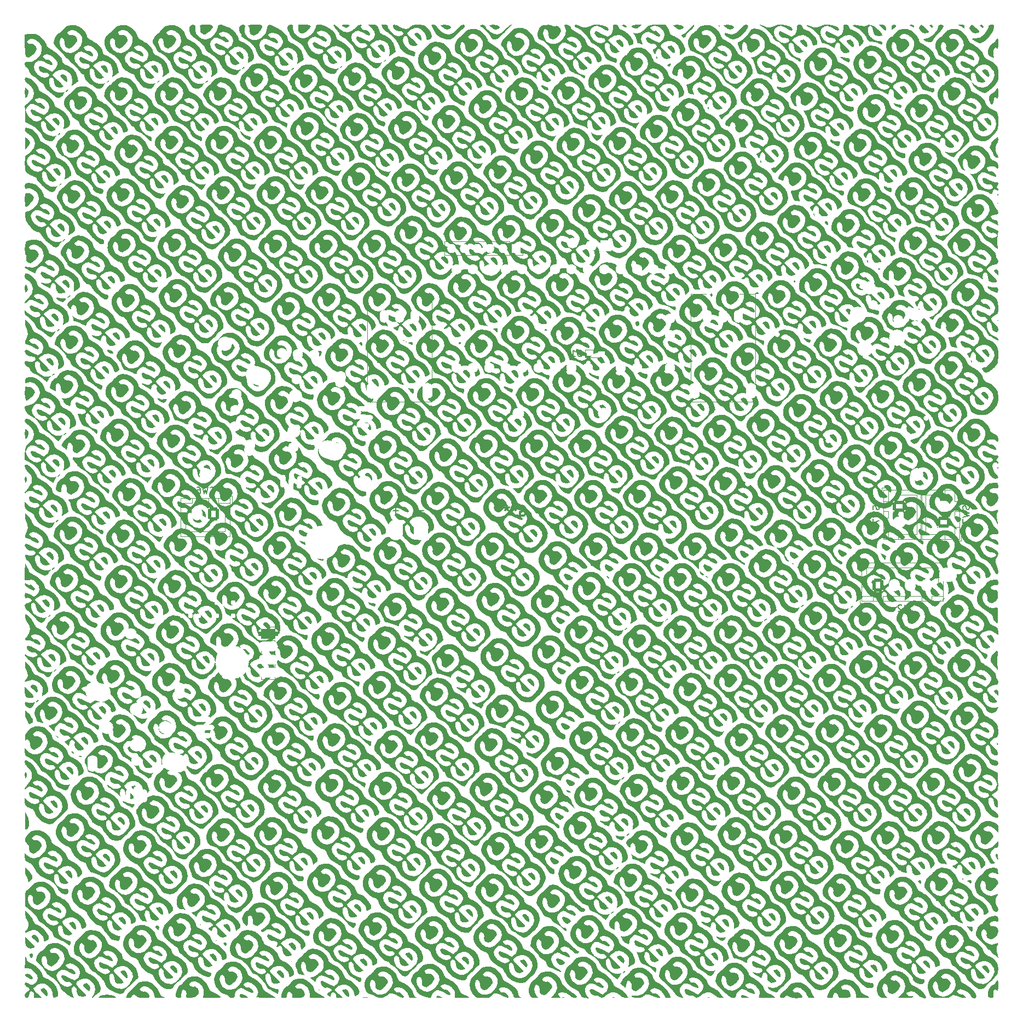
<source format=gbo>
%TF.GenerationSoftware,KiCad,Pcbnew,(6.0.7)*%
%TF.CreationDate,2022-10-08T01:47:52-07:00*%
%TF.ProjectId,PhobGCC,50686f62-4743-4432-9e6b-696361645f70,rev?*%
%TF.SameCoordinates,Original*%
%TF.FileFunction,Legend,Bot*%
%TF.FilePolarity,Positive*%
%FSLAX46Y46*%
G04 Gerber Fmt 4.6, Leading zero omitted, Abs format (unit mm)*
G04 Created by KiCad (PCBNEW (6.0.7)) date 2022-10-08 01:47:52*
%MOMM*%
%LPD*%
G01*
G04 APERTURE LIST*
G04 Aperture macros list*
%AMRoundRect*
0 Rectangle with rounded corners*
0 $1 Rounding radius*
0 $2 $3 $4 $5 $6 $7 $8 $9 X,Y pos of 4 corners*
0 Add a 4 corners polygon primitive as box body*
4,1,4,$2,$3,$4,$5,$6,$7,$8,$9,$2,$3,0*
0 Add four circle primitives for the rounded corners*
1,1,$1+$1,$2,$3*
1,1,$1+$1,$4,$5*
1,1,$1+$1,$6,$7*
1,1,$1+$1,$8,$9*
0 Add four rect primitives between the rounded corners*
20,1,$1+$1,$2,$3,$4,$5,0*
20,1,$1+$1,$4,$5,$6,$7,0*
20,1,$1+$1,$6,$7,$8,$9,0*
20,1,$1+$1,$8,$9,$2,$3,0*%
%AMHorizOval*
0 Thick line with rounded ends*
0 $1 width*
0 $2 $3 position (X,Y) of the first rounded end (center of the circle)*
0 $4 $5 position (X,Y) of the second rounded end (center of the circle)*
0 Add line between two ends*
20,1,$1,$2,$3,$4,$5,0*
0 Add two circle primitives to create the rounded ends*
1,1,$1,$2,$3*
1,1,$1,$4,$5*%
G04 Aperture macros list end*
%ADD10C,0.150000*%
%ADD11C,0.300000*%
%ADD12C,0.100000*%
%ADD13C,0.120000*%
%ADD14C,0.200000*%
%ADD15O,1.600000X2.500000*%
%ADD16O,1.400000X2.000000*%
%ADD17R,1.400000X1.400000*%
%ADD18O,1.400000X1.400000*%
%ADD19C,1.600000*%
%ADD20O,1.600000X2.600000*%
%ADD21C,2.000000*%
%ADD22HorizOval,2.800000X-0.577898X0.161352X0.577898X-0.161352X0*%
%ADD23O,0.700000X2.000000*%
%ADD24O,0.800000X3.000000*%
%ADD25O,0.800000X2.000000*%
%ADD26O,2.000000X0.800000*%
%ADD27O,3.000000X0.800000*%
%ADD28O,2.800000X2.200000*%
%ADD29C,0.800000*%
%ADD30C,2.400000*%
%ADD31C,1.498000*%
%ADD32RoundRect,0.200000X-0.423205X-0.333013X-0.076795X-0.533013X0.423205X0.333013X0.076795X0.533013X0*%
%ADD33C,2.500000*%
%ADD34C,5.200000*%
%ADD35C,1.800000*%
%ADD36C,1.700000*%
%ADD37C,0.787400*%
%ADD38C,2.200000*%
%ADD39R,1.700000X1.700000*%
%ADD40HorizOval,0.800000X-0.599178X0.031402X0.599178X-0.031402X0*%
%ADD41HorizOval,0.800000X-1.098492X0.057570X1.098492X-0.057570X0*%
%ADD42HorizOval,0.800000X0.031402X0.599178X-0.031402X-0.599178X0*%
%ADD43HorizOval,0.800000X0.057570X1.098492X-0.057570X-1.098492X0*%
%ADD44HorizOval,2.800000X-0.568661X0.191376X0.568661X-0.191376X0*%
%ADD45HorizOval,1.600000X0.026168X0.499315X-0.026168X-0.499315X0*%
%ADD46RoundRect,0.250000X0.750000X-0.600000X0.750000X0.600000X-0.750000X0.600000X-0.750000X-0.600000X0*%
%ADD47O,2.000000X1.700000*%
%ADD48RoundRect,0.250000X-0.600000X-0.725000X0.600000X-0.725000X0.600000X0.725000X-0.600000X0.725000X0*%
%ADD49O,1.700000X1.950000*%
%ADD50RoundRect,0.250000X-0.750000X0.600000X-0.750000X-0.600000X0.750000X-0.600000X0.750000X0.600000X0*%
%ADD51RoundRect,0.375000X1.125000X0.375000X-1.125000X0.375000X-1.125000X-0.375000X1.125000X-0.375000X0*%
%ADD52O,3.000000X1.500000*%
%ADD53R,1.000000X0.700000*%
%ADD54RoundRect,0.250000X0.600000X0.750000X-0.600000X0.750000X-0.600000X-0.750000X0.600000X-0.750000X0*%
%ADD55O,1.700000X2.000000*%
%ADD56O,2.250000X3.250000*%
G04 APERTURE END LIST*
D10*
X172904761Y-67091666D02*
X172952380Y-67234523D01*
X172952380Y-67472619D01*
X172904761Y-67567857D01*
X172857142Y-67615476D01*
X172761904Y-67663095D01*
X172666666Y-67663095D01*
X172571428Y-67615476D01*
X172523809Y-67567857D01*
X172476190Y-67472619D01*
X172428571Y-67282142D01*
X172380952Y-67186904D01*
X172333333Y-67139285D01*
X172238095Y-67091666D01*
X172142857Y-67091666D01*
X172047619Y-67139285D01*
X172000000Y-67186904D01*
X171952380Y-67282142D01*
X171952380Y-67520238D01*
X172000000Y-67663095D01*
X171952380Y-67996428D02*
X172952380Y-68234523D01*
X172238095Y-68425000D01*
X172952380Y-68615476D01*
X171952380Y-68853571D01*
X171952380Y-69139285D02*
X171952380Y-69805952D01*
X172952380Y-69377380D01*
X162933333Y-82402380D02*
X162933333Y-83116666D01*
X162980952Y-83259523D01*
X163076190Y-83354761D01*
X163219047Y-83402380D01*
X163314285Y-83402380D01*
X162504761Y-82497619D02*
X162457142Y-82450000D01*
X162361904Y-82402380D01*
X162123809Y-82402380D01*
X162028571Y-82450000D01*
X161980952Y-82497619D01*
X161933333Y-82592857D01*
X161933333Y-82688095D01*
X161980952Y-82830952D01*
X162552380Y-83402380D01*
X161933333Y-83402380D01*
D11*
X103492571Y-67213000D02*
X103637714Y-67140428D01*
X103855428Y-67140428D01*
X104073142Y-67213000D01*
X104218285Y-67358142D01*
X104290857Y-67503285D01*
X104363428Y-67793571D01*
X104363428Y-68011285D01*
X104290857Y-68301571D01*
X104218285Y-68446714D01*
X104073142Y-68591857D01*
X103855428Y-68664428D01*
X103710285Y-68664428D01*
X103492571Y-68591857D01*
X103420000Y-68519285D01*
X103420000Y-68011285D01*
X103710285Y-68011285D01*
X102549142Y-67140428D02*
X102549142Y-67503285D01*
X102912000Y-67358142D02*
X102549142Y-67503285D01*
X102186285Y-67358142D01*
X102766857Y-67793571D02*
X102549142Y-67503285D01*
X102331428Y-67793571D01*
X101388000Y-67140428D02*
X101388000Y-67503285D01*
X101750857Y-67358142D02*
X101388000Y-67503285D01*
X101025142Y-67358142D01*
X101605714Y-67793571D02*
X101388000Y-67503285D01*
X101170285Y-67793571D01*
X100226857Y-67140428D02*
X100226857Y-67503285D01*
X100589714Y-67358142D02*
X100226857Y-67503285D01*
X99864000Y-67358142D01*
X100444571Y-67793571D02*
X100226857Y-67503285D01*
X100009142Y-67793571D01*
D10*
X158979761Y-67091666D02*
X159027380Y-67234523D01*
X159027380Y-67472619D01*
X158979761Y-67567857D01*
X158932142Y-67615476D01*
X158836904Y-67663095D01*
X158741666Y-67663095D01*
X158646428Y-67615476D01*
X158598809Y-67567857D01*
X158551190Y-67472619D01*
X158503571Y-67282142D01*
X158455952Y-67186904D01*
X158408333Y-67139285D01*
X158313095Y-67091666D01*
X158217857Y-67091666D01*
X158122619Y-67139285D01*
X158075000Y-67186904D01*
X158027380Y-67282142D01*
X158027380Y-67520238D01*
X158075000Y-67663095D01*
X158027380Y-67996428D02*
X159027380Y-68234523D01*
X158313095Y-68425000D01*
X159027380Y-68615476D01*
X158027380Y-68853571D01*
X158027380Y-69139285D02*
X158027380Y-69805952D01*
X159027380Y-69377380D01*
X112938095Y-44027380D02*
X112938095Y-43027380D01*
X112700000Y-43027380D01*
X112557142Y-43075000D01*
X112461904Y-43170238D01*
X112414285Y-43265476D01*
X112366666Y-43455952D01*
X112366666Y-43598809D01*
X112414285Y-43789285D01*
X112461904Y-43884523D01*
X112557142Y-43979761D01*
X112700000Y-44027380D01*
X112938095Y-44027380D01*
X111414285Y-44027380D02*
X111985714Y-44027380D01*
X111700000Y-44027380D02*
X111700000Y-43027380D01*
X111795238Y-43170238D01*
X111890476Y-43265476D01*
X111985714Y-43313095D01*
X56108333Y-65204761D02*
X55965476Y-65252380D01*
X55727380Y-65252380D01*
X55632142Y-65204761D01*
X55584523Y-65157142D01*
X55536904Y-65061904D01*
X55536904Y-64966666D01*
X55584523Y-64871428D01*
X55632142Y-64823809D01*
X55727380Y-64776190D01*
X55917857Y-64728571D01*
X56013095Y-64680952D01*
X56060714Y-64633333D01*
X56108333Y-64538095D01*
X56108333Y-64442857D01*
X56060714Y-64347619D01*
X56013095Y-64300000D01*
X55917857Y-64252380D01*
X55679761Y-64252380D01*
X55536904Y-64300000D01*
X55203571Y-64252380D02*
X54965476Y-65252380D01*
X54775000Y-64538095D01*
X54584523Y-65252380D01*
X54346428Y-64252380D01*
X53536904Y-64252380D02*
X53727380Y-64252380D01*
X53822619Y-64300000D01*
X53870238Y-64347619D01*
X53965476Y-64490476D01*
X54013095Y-64680952D01*
X54013095Y-65061904D01*
X53965476Y-65157142D01*
X53917857Y-65204761D01*
X53822619Y-65252380D01*
X53632142Y-65252380D01*
X53536904Y-65204761D01*
X53489285Y-65157142D01*
X53441666Y-65061904D01*
X53441666Y-64823809D01*
X53489285Y-64728571D01*
X53536904Y-64680952D01*
X53632142Y-64633333D01*
X53822619Y-64633333D01*
X53917857Y-64680952D01*
X53965476Y-64728571D01*
X54013095Y-64823809D01*
D12*
X139830052Y-51053830D02*
X139830052Y-50428830D01*
X129830052Y-51053830D02*
X129830052Y-50423830D01*
X129830052Y-34303830D02*
X129830052Y-48243830D01*
X139830052Y-34303830D02*
X137420052Y-34303830D01*
X132240052Y-34303830D02*
X129830052Y-34303830D01*
X139830052Y-34303830D02*
X139830052Y-48243830D01*
X139830052Y-51053830D02*
X129830052Y-51053830D01*
X79830052Y-51053830D02*
X79830052Y-50423830D01*
X89830052Y-34303830D02*
X87420052Y-34303830D01*
X89830052Y-34303830D02*
X89830052Y-48243830D01*
X89830052Y-51053830D02*
X89830052Y-50428830D01*
X89830052Y-51053830D02*
X79830052Y-51053830D01*
X82240052Y-34303830D02*
X79830052Y-34303830D01*
X79830052Y-34303830D02*
X79830052Y-48243830D01*
D13*
X102830052Y-28363830D02*
X103890052Y-28363830D01*
X101830052Y-26243830D02*
X91770052Y-26243830D01*
X101830052Y-28363830D02*
X91770052Y-28363830D01*
X101830052Y-28363830D02*
X101830052Y-26243830D01*
X91770052Y-28363830D02*
X91770052Y-26243830D01*
X103890052Y-28363830D02*
X103890052Y-27303830D01*
X170650000Y-66425000D02*
X170650000Y-64625000D01*
X171410000Y-72235000D02*
X165440000Y-72235000D01*
X166200000Y-65375000D02*
X166200000Y-68425000D01*
X171400000Y-66425000D02*
X170650000Y-66425000D01*
X171410000Y-64615000D02*
X171410000Y-72235000D01*
X170650000Y-70425000D02*
X171400000Y-70425000D01*
X170650000Y-72225000D02*
X170650000Y-70425000D01*
X170650000Y-64625000D02*
X171400000Y-64625000D01*
X169150000Y-65375000D02*
X166200000Y-65375000D01*
X171700000Y-72525000D02*
X170450000Y-72525000D01*
X171400000Y-64625000D02*
X171400000Y-66425000D01*
X171400000Y-70425000D02*
X171400000Y-72225000D01*
X169150000Y-71475000D02*
X166200000Y-71475000D01*
X170650000Y-68925000D02*
X170650000Y-67925000D01*
X171700000Y-71275000D02*
X171700000Y-72525000D01*
X170650000Y-67925000D02*
X171400000Y-67925000D01*
X171400000Y-67925000D02*
X171400000Y-68925000D01*
X169150000Y-72225000D02*
X169150000Y-71475000D01*
X165440000Y-72235000D02*
X165440000Y-64615000D01*
X166200000Y-71475000D02*
X166200000Y-68425000D01*
X171400000Y-68925000D02*
X170650000Y-68925000D01*
X165440000Y-64615000D02*
X171410000Y-64615000D01*
X169150000Y-64625000D02*
X169150000Y-65375000D01*
X171400000Y-72225000D02*
X170650000Y-72225000D01*
X156300000Y-79600000D02*
X157050000Y-79600000D01*
X168910000Y-75890000D02*
X168910000Y-81860000D01*
X156300000Y-81850000D02*
X156300000Y-81100000D01*
X159600000Y-81850000D02*
X159600000Y-81100000D01*
X156000000Y-82150000D02*
X156000000Y-80900000D01*
X159600000Y-81100000D02*
X165600000Y-81100000D01*
X168910000Y-81860000D02*
X156290000Y-81860000D01*
X167100000Y-81100000D02*
X168900000Y-81100000D01*
X156290000Y-75890000D02*
X168910000Y-75890000D01*
X156290000Y-81860000D02*
X156290000Y-75890000D01*
X156300000Y-81100000D02*
X158100000Y-81100000D01*
X157050000Y-79600000D02*
X157050000Y-76650000D01*
X168150000Y-76650000D02*
X162600000Y-76650000D01*
X165600000Y-81850000D02*
X159600000Y-81850000D01*
X168900000Y-79600000D02*
X168150000Y-79600000D01*
X157050000Y-76650000D02*
X162600000Y-76650000D01*
X168900000Y-81100000D02*
X168900000Y-81850000D01*
X157250000Y-82150000D02*
X156000000Y-82150000D01*
X167100000Y-81850000D02*
X167100000Y-81100000D01*
X168900000Y-81850000D02*
X167100000Y-81850000D01*
X165600000Y-81100000D02*
X165600000Y-81850000D01*
X168150000Y-79600000D02*
X168150000Y-76650000D01*
X158100000Y-81850000D02*
X156300000Y-81850000D01*
X158100000Y-81100000D02*
X158100000Y-81850000D01*
G36*
X89789542Y-3865320D02*
G01*
X90053042Y-4024946D01*
X90274838Y-4348753D01*
X90368072Y-4715448D01*
X90345803Y-4957052D01*
X90236189Y-5062320D01*
X90005829Y-4935970D01*
X89622715Y-4571834D01*
X89561983Y-4508721D01*
X89307495Y-4214530D01*
X89253641Y-4051974D01*
X89375695Y-3959786D01*
X89513800Y-3913015D01*
X89757609Y-3862952D01*
X89789542Y-3865320D01*
G37*
G36*
X175476289Y419017D02*
G01*
X175739789Y259392D01*
X175961585Y-64416D01*
X176054819Y-431110D01*
X176032550Y-672715D01*
X175922936Y-777983D01*
X175692576Y-651633D01*
X175309462Y-287497D01*
X175248730Y-224383D01*
X174994242Y69807D01*
X174940388Y232364D01*
X175062442Y324551D01*
X175200547Y371322D01*
X175444356Y421385D01*
X175476289Y419017D01*
G37*
G36*
X62247373Y-7078573D02*
G01*
X62510873Y-7238199D01*
X62732669Y-7562006D01*
X62825903Y-7928701D01*
X62803634Y-8170305D01*
X62694021Y-8275573D01*
X62463661Y-8149223D01*
X62080546Y-7785087D01*
X62019815Y-7721974D01*
X61765326Y-7427783D01*
X61711472Y-7265227D01*
X61833526Y-7173039D01*
X61971631Y-7126268D01*
X62215440Y-7076205D01*
X62247373Y-7078573D01*
G37*
G36*
X167094240Y-136142336D02*
G01*
X167646345Y-136558041D01*
X168106977Y-137089170D01*
X168375115Y-137634714D01*
X168429493Y-137883073D01*
X168398293Y-138138740D01*
X168187971Y-138316867D01*
X168148458Y-138339661D01*
X167824881Y-138486620D01*
X167675430Y-138420466D01*
X167639156Y-138119254D01*
X167541485Y-137767943D01*
X167238154Y-137336154D01*
X166813717Y-136963922D01*
X166355190Y-136744419D01*
X165847554Y-136740426D01*
X165280616Y-136935141D01*
X164813070Y-137284334D01*
X164739824Y-137373797D01*
X164692177Y-137519999D01*
X164773262Y-137703139D01*
X165015273Y-137979934D01*
X165450404Y-138407097D01*
X165576162Y-138529457D01*
X165949213Y-138913841D01*
X166193006Y-139199471D01*
X166259829Y-139331838D01*
X166119073Y-139403559D01*
X165802698Y-139502518D01*
X165695336Y-139523161D01*
X165243295Y-139454055D01*
X164927319Y-139148151D01*
X164808434Y-138657324D01*
X164742530Y-138282344D01*
X164561679Y-138002396D01*
X164329459Y-137908012D01*
X164109976Y-138054518D01*
X164030992Y-138266077D01*
X164027548Y-138726359D01*
X164151941Y-139222546D01*
X164380749Y-139619282D01*
X164801409Y-139972032D01*
X165315181Y-140243179D01*
X165774195Y-140349699D01*
X165826314Y-140351388D01*
X165998753Y-140443274D01*
X165993474Y-140732229D01*
X165951276Y-140877787D01*
X165749958Y-141081420D01*
X165378987Y-141084937D01*
X164803519Y-140893049D01*
X164416493Y-140658133D01*
X164272891Y-140392370D01*
X164234189Y-140200467D01*
X163989784Y-139777695D01*
X163578153Y-139321445D01*
X163066756Y-138901322D01*
X162523053Y-138586930D01*
X162270583Y-138468979D01*
X161666716Y-138094672D01*
X161263727Y-137642038D01*
X160983128Y-137031816D01*
X160901338Y-136821450D01*
X160661660Y-136484826D01*
X160278086Y-136302097D01*
X160177867Y-136255047D01*
X161683822Y-136255047D01*
X161779221Y-136799398D01*
X162168976Y-137368624D01*
X162367380Y-137560874D01*
X162908402Y-137905874D01*
X163433644Y-138008088D01*
X163884586Y-137851059D01*
X163983861Y-137773132D01*
X164097241Y-137592430D01*
X163972445Y-137372685D01*
X163802967Y-137236272D01*
X163406756Y-137205446D01*
X163150899Y-137206083D01*
X162812400Y-137043515D01*
X162551340Y-136764106D01*
X162435377Y-136447653D01*
X162532171Y-136173953D01*
X162704382Y-136190643D01*
X163065914Y-136326574D01*
X163538090Y-136552390D01*
X164448585Y-137026251D01*
X164858027Y-136721943D01*
X165117050Y-136458989D01*
X165315806Y-135930257D01*
X165301286Y-135646828D01*
X165087464Y-135162912D01*
X164696015Y-134759081D01*
X164202139Y-134485349D01*
X163681032Y-134391731D01*
X163207891Y-134528243D01*
X163123812Y-134589652D01*
X163082721Y-134735055D01*
X163260521Y-134974617D01*
X163501221Y-135156300D01*
X163757425Y-135194919D01*
X163891636Y-135186259D01*
X164193976Y-135323938D01*
X164462810Y-135580524D01*
X164578915Y-135859559D01*
X164573555Y-135922346D01*
X164439904Y-136047656D01*
X164115257Y-135967413D01*
X163584337Y-135678840D01*
X163389331Y-135565027D01*
X162822547Y-135339500D01*
X162369734Y-135363313D01*
X161983671Y-135635178D01*
X161884739Y-135753903D01*
X161683822Y-136255047D01*
X160177867Y-136255047D01*
X159778142Y-136067388D01*
X159213487Y-135596074D01*
X158770959Y-135008359D01*
X158537895Y-134399724D01*
X158525031Y-133904422D01*
X158525376Y-133902941D01*
X159371072Y-133902941D01*
X159481756Y-134476736D01*
X159797289Y-134997177D01*
X159940898Y-135141088D01*
X160517531Y-135485202D01*
X161143701Y-135549670D01*
X161761764Y-135324876D01*
X162255810Y-134940779D01*
X162698222Y-134359018D01*
X162894824Y-133740515D01*
X162842241Y-133135083D01*
X162537098Y-132592534D01*
X161976021Y-132162681D01*
X161546995Y-131980306D01*
X161180459Y-131964158D01*
X160826888Y-132146997D01*
X160746995Y-132208335D01*
X160622843Y-132390657D01*
X160742740Y-132609487D01*
X160894549Y-132733402D01*
X161245218Y-132765266D01*
X161376893Y-132745475D01*
X161729937Y-132864062D01*
X162014089Y-133160825D01*
X162130723Y-133548527D01*
X162082260Y-133724485D01*
X161850955Y-134076343D01*
X161509135Y-134440530D01*
X161146822Y-134725889D01*
X160854041Y-134841265D01*
X160506836Y-134742790D01*
X160230245Y-134438276D01*
X160173708Y-134027465D01*
X160185903Y-133897133D01*
X160112271Y-133560741D01*
X159933952Y-133304831D01*
X159715763Y-133200095D01*
X159522520Y-133317229D01*
X159483300Y-133386231D01*
X159371072Y-133902941D01*
X158525376Y-133902941D01*
X158665395Y-133302634D01*
X158937493Y-132795419D01*
X159300000Y-132486522D01*
X159328111Y-132472714D01*
X159624741Y-132232477D01*
X159914495Y-131874474D01*
X159965425Y-131801474D01*
X160449311Y-131396643D01*
X161107687Y-131200089D01*
X161880406Y-131231485D01*
X161891626Y-131233652D01*
X162429860Y-131456876D01*
X162959012Y-131863573D01*
X163384198Y-132363973D01*
X163610529Y-132868309D01*
X163619359Y-132909145D01*
X163747258Y-133198966D01*
X164022846Y-133442877D01*
X164518764Y-133708041D01*
X164574126Y-133740515D01*
X165117530Y-134059263D01*
X165741599Y-134675442D01*
X166095973Y-135418606D01*
X166292400Y-135762514D01*
X166624755Y-135930257D01*
X166716980Y-135976804D01*
X167094240Y-136142336D01*
G37*
G36*
X27967221Y-136376580D02*
G01*
X28138756Y-136472516D01*
X28128395Y-136760313D01*
X28114903Y-136821963D01*
X27979740Y-137066907D01*
X27797945Y-137027317D01*
X27614423Y-136707783D01*
X27579152Y-136602883D01*
X27593839Y-136414430D01*
X27846363Y-136371386D01*
X27967221Y-136376580D01*
G37*
G36*
X31797976Y-14882188D02*
G01*
X32061476Y-15041813D01*
X32283272Y-15365621D01*
X32376506Y-15732315D01*
X32354237Y-15973920D01*
X32244623Y-16079188D01*
X32014263Y-15952837D01*
X31631148Y-15588702D01*
X31570417Y-15525588D01*
X31315929Y-15231398D01*
X31262075Y-15068841D01*
X31384129Y-14976654D01*
X31522233Y-14929883D01*
X31766043Y-14879819D01*
X31797976Y-14882188D01*
G37*
G36*
X174591831Y-128032697D02*
G01*
X175143935Y-128448402D01*
X175604567Y-128979531D01*
X175872705Y-129525076D01*
X175927083Y-129773434D01*
X175895883Y-130029102D01*
X175685561Y-130207229D01*
X175646048Y-130230023D01*
X175322472Y-130376981D01*
X175173020Y-130310827D01*
X175136747Y-130009616D01*
X175039076Y-129658305D01*
X174735744Y-129226516D01*
X174311308Y-128854284D01*
X173852780Y-128634780D01*
X173345144Y-128630787D01*
X172778207Y-128825502D01*
X172310661Y-129174696D01*
X172237414Y-129264158D01*
X172189768Y-129410360D01*
X172270853Y-129593501D01*
X172512864Y-129870295D01*
X172947995Y-130297459D01*
X173073753Y-130419819D01*
X173446804Y-130804202D01*
X173690597Y-131089832D01*
X173757420Y-131222199D01*
X173616663Y-131293920D01*
X173300289Y-131392880D01*
X173192927Y-131413522D01*
X172740885Y-131344416D01*
X172424910Y-131038512D01*
X172306024Y-130547686D01*
X172240121Y-130172705D01*
X172059270Y-129892758D01*
X171827049Y-129798373D01*
X171607566Y-129944880D01*
X171529536Y-130156171D01*
X171524835Y-130613096D01*
X171642523Y-131103665D01*
X171859959Y-131489333D01*
X171963393Y-131607072D01*
X172003955Y-131695168D01*
X171851778Y-131663417D01*
X171461240Y-131514723D01*
X171275639Y-131432002D01*
X170912513Y-131201948D01*
X170735328Y-130983825D01*
X170668136Y-130836698D01*
X170481488Y-130709940D01*
X170365599Y-130650043D01*
X170108846Y-130396722D01*
X169807651Y-130012473D01*
X169607704Y-129752719D01*
X169216014Y-129333707D01*
X168868491Y-129058154D01*
X168851783Y-129048407D01*
X168525350Y-128791016D01*
X168350403Y-128531524D01*
X168275940Y-128388836D01*
X168036011Y-128261747D01*
X167916811Y-128239932D01*
X167837197Y-128145409D01*
X169181412Y-128145409D01*
X169276811Y-128689759D01*
X169666566Y-129258986D01*
X169864971Y-129451235D01*
X170405992Y-129796236D01*
X170931234Y-129898449D01*
X171382176Y-129741420D01*
X171481451Y-129663494D01*
X171594832Y-129482791D01*
X171470036Y-129263047D01*
X171300558Y-129126633D01*
X170904347Y-129095807D01*
X170648489Y-129096445D01*
X170309990Y-128933876D01*
X170048930Y-128654468D01*
X169932968Y-128338015D01*
X170029761Y-128064315D01*
X170201973Y-128081004D01*
X170563504Y-128216935D01*
X171035680Y-128442752D01*
X171946175Y-128916613D01*
X172355617Y-128612305D01*
X172614641Y-128349351D01*
X172813397Y-127820618D01*
X172798877Y-127537189D01*
X172585054Y-127053274D01*
X172193606Y-126649443D01*
X171699729Y-126375710D01*
X171178622Y-126282092D01*
X170705482Y-126418604D01*
X170621403Y-126480014D01*
X170580312Y-126625417D01*
X170758111Y-126864978D01*
X170998811Y-127046661D01*
X171255015Y-127085280D01*
X171389226Y-127076620D01*
X171691567Y-127214300D01*
X171960401Y-127470886D01*
X172076506Y-127749920D01*
X172071146Y-127812708D01*
X171937494Y-127938018D01*
X171612848Y-127857774D01*
X171081927Y-127569201D01*
X170886921Y-127455389D01*
X170320138Y-127229862D01*
X169867325Y-127253675D01*
X169481262Y-127525539D01*
X169382329Y-127644265D01*
X169181412Y-128145409D01*
X167837197Y-128145409D01*
X167792168Y-128091947D01*
X167778700Y-128050259D01*
X167608429Y-127814151D01*
X167283800Y-127451206D01*
X166857007Y-127021186D01*
X166536895Y-126708991D01*
X166206801Y-126357125D01*
X166037061Y-126100006D01*
X165987880Y-125870103D01*
X165996856Y-125793303D01*
X166868662Y-125793303D01*
X166979346Y-126367098D01*
X167294879Y-126887539D01*
X167438489Y-127031450D01*
X168015121Y-127375563D01*
X168641292Y-127440031D01*
X169259355Y-127215237D01*
X169753400Y-126831141D01*
X170195812Y-126249379D01*
X170392414Y-125630876D01*
X170339832Y-125025444D01*
X170034689Y-124482895D01*
X169473611Y-124053042D01*
X169044585Y-123870668D01*
X168678049Y-123854520D01*
X168324478Y-124037358D01*
X168244586Y-124098696D01*
X168120434Y-124281019D01*
X168240330Y-124499849D01*
X168392140Y-124623763D01*
X168742809Y-124655627D01*
X168874483Y-124635837D01*
X169227528Y-124754424D01*
X169511679Y-125051187D01*
X169628313Y-125438888D01*
X169579850Y-125614847D01*
X169348545Y-125966705D01*
X169006725Y-126330891D01*
X168644413Y-126616250D01*
X168351632Y-126731627D01*
X168004426Y-126633152D01*
X167727835Y-126328638D01*
X167671298Y-125917827D01*
X167683494Y-125787495D01*
X167609862Y-125451103D01*
X167431543Y-125195192D01*
X167213353Y-125090457D01*
X167020110Y-125207591D01*
X166980890Y-125276593D01*
X166868662Y-125793303D01*
X165996856Y-125793303D01*
X166019462Y-125599883D01*
X166147518Y-125195608D01*
X166387804Y-124752933D01*
X166667820Y-124415651D01*
X166923455Y-124277540D01*
X166956361Y-124270227D01*
X167167916Y-124101227D01*
X167412086Y-123780251D01*
X167462647Y-123705356D01*
X167942802Y-123289993D01*
X168598816Y-123089607D01*
X169377996Y-123121846D01*
X169389216Y-123124014D01*
X169927450Y-123347237D01*
X170456603Y-123753934D01*
X170881788Y-124254335D01*
X171108119Y-124758670D01*
X171116949Y-124799507D01*
X171244848Y-125089328D01*
X171520436Y-125333239D01*
X172016355Y-125598403D01*
X172071715Y-125630876D01*
X172615120Y-125949624D01*
X173239189Y-126565803D01*
X173593563Y-127308967D01*
X173789990Y-127652875D01*
X174122343Y-127820618D01*
X174214570Y-127867166D01*
X174591831Y-128032697D01*
G37*
G36*
X156015586Y-1244181D02*
G01*
X156526017Y-1647883D01*
X156946211Y-2128125D01*
X157178715Y-2591083D01*
X157195052Y-2663778D01*
X157173221Y-2999221D01*
X156914823Y-3292595D01*
X156549175Y-3588679D01*
X156450764Y-3107501D01*
X156373061Y-2833183D01*
X156005966Y-2263627D01*
X155390101Y-1870444D01*
X155009100Y-1768426D01*
X154395965Y-1846022D01*
X153780586Y-2226957D01*
X153372552Y-2577934D01*
X154268708Y-3439115D01*
X154404617Y-3571441D01*
X154778599Y-3957041D01*
X155022862Y-4242995D01*
X155089950Y-4375211D01*
X154949194Y-4446932D01*
X154632819Y-4545892D01*
X154525457Y-4566534D01*
X154073415Y-4497428D01*
X153757440Y-4191524D01*
X153638554Y-3700698D01*
X153572651Y-3325717D01*
X153391800Y-3045770D01*
X153159579Y-2951385D01*
X152940096Y-3097892D01*
X152861113Y-3309450D01*
X152857668Y-3769732D01*
X152982061Y-4265919D01*
X153210869Y-4662655D01*
X153251709Y-4706336D01*
X153729470Y-5080218D01*
X154261008Y-5313106D01*
X154729275Y-5351869D01*
X154804020Y-5339314D01*
X155034412Y-5374464D01*
X155092168Y-5618307D01*
X155072498Y-5835621D01*
X154990160Y-6056125D01*
X154934973Y-6097900D01*
X154604297Y-6155045D01*
X154168410Y-6072397D01*
X153729965Y-5889760D01*
X153391618Y-5646938D01*
X153256024Y-5383733D01*
X153187370Y-5179165D01*
X152932585Y-4807802D01*
X152554976Y-4380944D01*
X152124210Y-3969493D01*
X151709955Y-3644350D01*
X151381877Y-3476413D01*
X151060483Y-3277862D01*
X150758911Y-2812742D01*
X150441770Y-2260592D01*
X149771843Y-1595887D01*
X149198979Y-1298421D01*
X150513942Y-1298421D01*
X150609341Y-1842771D01*
X150999096Y-2411998D01*
X151197501Y-2604247D01*
X151738522Y-2949248D01*
X152263764Y-3051461D01*
X152714706Y-2894433D01*
X152813981Y-2816506D01*
X152927362Y-2635803D01*
X152802566Y-2416059D01*
X152633088Y-2279645D01*
X152236877Y-2248819D01*
X151981019Y-2249457D01*
X151642520Y-2086889D01*
X151381460Y-1807480D01*
X151265498Y-1491027D01*
X151362292Y-1217327D01*
X151534503Y-1234017D01*
X151896034Y-1369947D01*
X152368210Y-1595764D01*
X153278705Y-2069625D01*
X153688148Y-1765317D01*
X153947171Y-1502363D01*
X154145927Y-973630D01*
X154131407Y-690201D01*
X153917584Y-206286D01*
X153526136Y197545D01*
X153032259Y471278D01*
X152511152Y564896D01*
X152038012Y428384D01*
X151953933Y366974D01*
X151912842Y221571D01*
X152090641Y-17990D01*
X152331341Y-199673D01*
X152587545Y-238292D01*
X152721757Y-229632D01*
X153024097Y-367312D01*
X153292931Y-623898D01*
X153409036Y-902932D01*
X153403676Y-965720D01*
X153270024Y-1091030D01*
X152945378Y-1010786D01*
X152414458Y-722214D01*
X152219452Y-608401D01*
X151652668Y-382874D01*
X151199855Y-406687D01*
X150813792Y-678551D01*
X150714859Y-797277D01*
X150513942Y-1298421D01*
X149198979Y-1298421D01*
X148881214Y-1133418D01*
X148176128Y-746877D01*
X147644939Y-135150D01*
X147353005Y661349D01*
X147355027Y1053685D01*
X148201192Y1053685D01*
X148311876Y479890D01*
X148627409Y-40551D01*
X148771019Y-184462D01*
X149347652Y-528575D01*
X149973822Y-593043D01*
X150591885Y-368249D01*
X151085930Y15847D01*
X151528342Y597609D01*
X151724944Y1216112D01*
X151672362Y1821544D01*
X151367219Y2364093D01*
X150806141Y2793946D01*
X150377115Y2976320D01*
X150010579Y2992468D01*
X149657009Y2809630D01*
X149577116Y2748292D01*
X149452964Y2565969D01*
X149572860Y2347139D01*
X149724670Y2223225D01*
X150075339Y2191361D01*
X150207013Y2211151D01*
X150560058Y2092564D01*
X150844209Y1795801D01*
X150960843Y1408100D01*
X150912380Y1232141D01*
X150681076Y880283D01*
X150339255Y516097D01*
X149976943Y230738D01*
X149684162Y115361D01*
X149336956Y213836D01*
X149060365Y518350D01*
X149003829Y929161D01*
X149016024Y1059493D01*
X148942392Y1395885D01*
X148764073Y1651796D01*
X148545883Y1756531D01*
X148352640Y1639397D01*
X148313421Y1570395D01*
X148201192Y1053685D01*
X147355027Y1053685D01*
X147355475Y1140633D01*
X147515330Y1696539D01*
X147790119Y2178272D01*
X148130120Y2470104D01*
X148158231Y2483912D01*
X148454861Y2724150D01*
X148744616Y3082152D01*
X148795546Y3155152D01*
X149279432Y3559983D01*
X149937807Y3756537D01*
X150710527Y3725142D01*
X150721747Y3722974D01*
X151259980Y3499751D01*
X151789133Y3093054D01*
X152214318Y2592653D01*
X152440649Y2088318D01*
X152449479Y2047481D01*
X152577379Y1757660D01*
X152852966Y1513749D01*
X153348885Y1248585D01*
X153404245Y1216112D01*
X153947651Y897363D01*
X154571719Y281185D01*
X154926093Y-461979D01*
X155122520Y-805887D01*
X155454873Y-973630D01*
X155547100Y-1020178D01*
X156015586Y-1244181D01*
G37*
G36*
X46334120Y-89858091D02*
G01*
X46597620Y-90017717D01*
X46819416Y-90341524D01*
X46912650Y-90708219D01*
X46890381Y-90949823D01*
X46780768Y-91055091D01*
X46550408Y-90928741D01*
X46167293Y-90564605D01*
X46106562Y-90501492D01*
X45852073Y-90207301D01*
X45798219Y-90044745D01*
X45920273Y-89952557D01*
X46058378Y-89905787D01*
X46302187Y-89855723D01*
X46334120Y-89858091D01*
G37*
G36*
X96700559Y-52734358D02*
G01*
X97209030Y-53389495D01*
X97486712Y-54225326D01*
X97527272Y-54600733D01*
X97522890Y-54611328D01*
X97428753Y-54838913D01*
X97126462Y-55054546D01*
X97119823Y-55058493D01*
X96742196Y-55353820D01*
X96476046Y-55680902D01*
X96292772Y-55925879D01*
X96012616Y-56121931D01*
X95958442Y-56145949D01*
X95687125Y-56376424D01*
X95412587Y-56736515D01*
X95175193Y-57060927D01*
X94886529Y-57232213D01*
X94547842Y-57146549D01*
X94096008Y-56807332D01*
X93971006Y-56704164D01*
X93536073Y-56415187D01*
X93157736Y-56250691D01*
X92752603Y-56117200D01*
X92443349Y-55857481D01*
X92278400Y-55417439D01*
X92153867Y-55101071D01*
X91991996Y-54968976D01*
X91873984Y-54909214D01*
X91839743Y-54875756D01*
X93029958Y-54875756D01*
X93154351Y-55371944D01*
X93383159Y-55768679D01*
X93664897Y-56020010D01*
X94070654Y-56285244D01*
X94444945Y-56435226D01*
X95014914Y-56461220D01*
X95571834Y-56209191D01*
X96152642Y-55668193D01*
X96449891Y-55249931D01*
X96656669Y-54611328D01*
X96574359Y-53993942D01*
X96202136Y-53434922D01*
X96136096Y-53371913D01*
X95732907Y-53069648D01*
X95357600Y-52893816D01*
X94849964Y-52889824D01*
X94283026Y-53084539D01*
X93815480Y-53433732D01*
X93742233Y-53523194D01*
X93694587Y-53669397D01*
X93775672Y-53852537D01*
X94017683Y-54129331D01*
X94452814Y-54556495D01*
X94578572Y-54678855D01*
X94951623Y-55063239D01*
X95195416Y-55348868D01*
X95262239Y-55481235D01*
X95121483Y-55552957D01*
X94805108Y-55651916D01*
X94697746Y-55672558D01*
X94245704Y-55603452D01*
X93929729Y-55297549D01*
X93810843Y-54806722D01*
X93744940Y-54431741D01*
X93564089Y-54151794D01*
X93331868Y-54057410D01*
X93112385Y-54203916D01*
X93033402Y-54415474D01*
X93029958Y-54875756D01*
X91839743Y-54875756D01*
X91614734Y-54655895D01*
X91312471Y-54271510D01*
X91112678Y-54012374D01*
X90718014Y-53592195D01*
X90365911Y-53315184D01*
X90328831Y-53293406D01*
X90032197Y-53059408D01*
X89910003Y-52850736D01*
X89852105Y-52716292D01*
X89603012Y-52565118D01*
X89424544Y-52489740D01*
X89355070Y-52404445D01*
X90686232Y-52404445D01*
X90781630Y-52948795D01*
X91171385Y-53518022D01*
X91369790Y-53710271D01*
X91910812Y-54055272D01*
X92436053Y-54157486D01*
X92886995Y-54000457D01*
X92986271Y-53922530D01*
X93099651Y-53741827D01*
X92974855Y-53522083D01*
X92805377Y-53385669D01*
X92409166Y-53354843D01*
X92153309Y-53355481D01*
X91814810Y-53192913D01*
X91553750Y-52913504D01*
X91437787Y-52597051D01*
X91534581Y-52323351D01*
X91706792Y-52340041D01*
X92068323Y-52475972D01*
X92540500Y-52701788D01*
X93450994Y-53175649D01*
X93860437Y-52871341D01*
X94119460Y-52608387D01*
X94318216Y-52079654D01*
X94303696Y-51796225D01*
X94089873Y-51312310D01*
X93698425Y-50908479D01*
X93204548Y-50634746D01*
X92683441Y-50541129D01*
X92210301Y-50677640D01*
X92126222Y-50739050D01*
X92085131Y-50884453D01*
X92262930Y-51124015D01*
X92503630Y-51305697D01*
X92759834Y-51344317D01*
X92894046Y-51335656D01*
X93196386Y-51473336D01*
X93465220Y-51729922D01*
X93581325Y-52008956D01*
X93575965Y-52071744D01*
X93442314Y-52197054D01*
X93117667Y-52116811D01*
X92586747Y-51828238D01*
X92391741Y-51714425D01*
X91824957Y-51488898D01*
X91372144Y-51512711D01*
X90986081Y-51784575D01*
X90887148Y-51903301D01*
X90686232Y-52404445D01*
X89355070Y-52404445D01*
X89296988Y-52333137D01*
X89283278Y-52294008D01*
X89112707Y-52065293D01*
X88788213Y-51707837D01*
X88361826Y-51280222D01*
X88041714Y-50968028D01*
X87711620Y-50616161D01*
X87541880Y-50359042D01*
X87492699Y-50129139D01*
X87501675Y-50052339D01*
X88373481Y-50052339D01*
X88484165Y-50626134D01*
X88799699Y-51146575D01*
X88943308Y-51290486D01*
X89519941Y-51634600D01*
X90146111Y-51699067D01*
X90764174Y-51474274D01*
X91258219Y-51090177D01*
X91700631Y-50508416D01*
X91897234Y-49889913D01*
X91844651Y-49284480D01*
X91539508Y-48741931D01*
X90978430Y-48312078D01*
X90549404Y-48129704D01*
X90182868Y-48113556D01*
X89829298Y-48296394D01*
X89749405Y-48357733D01*
X89625253Y-48540055D01*
X89745149Y-48758885D01*
X89896959Y-48882799D01*
X90247628Y-48914664D01*
X90379302Y-48894873D01*
X90732347Y-49013460D01*
X91016499Y-49310223D01*
X91133132Y-49697925D01*
X91084670Y-49873883D01*
X90853365Y-50225741D01*
X90511544Y-50589927D01*
X90149232Y-50875286D01*
X89856451Y-50990663D01*
X89509245Y-50892188D01*
X89232654Y-50587674D01*
X89176118Y-50176863D01*
X89188313Y-50046531D01*
X89114681Y-49710139D01*
X88936362Y-49454228D01*
X88718172Y-49349493D01*
X88524929Y-49466627D01*
X88485710Y-49535629D01*
X88373481Y-50052339D01*
X87501675Y-50052339D01*
X87524281Y-49858919D01*
X87652337Y-49454644D01*
X87892623Y-49011969D01*
X88172639Y-48674687D01*
X88428274Y-48536576D01*
X88461181Y-48529263D01*
X88672736Y-48360263D01*
X88916905Y-48039287D01*
X88967466Y-47964392D01*
X89447622Y-47549029D01*
X90103635Y-47348643D01*
X90882816Y-47380882D01*
X90894036Y-47383050D01*
X91432269Y-47606273D01*
X91961422Y-48012970D01*
X92386607Y-48513371D01*
X92612939Y-49017706D01*
X92623493Y-49065832D01*
X92752850Y-49352493D01*
X93030224Y-49595218D01*
X93527953Y-49860646D01*
X93575978Y-49889913D01*
X94112265Y-50216731D01*
X94625409Y-50685363D01*
X94979447Y-51184058D01*
X95111446Y-51642018D01*
X95212889Y-51864368D01*
X95532229Y-52068692D01*
X95558647Y-52079654D01*
X95942147Y-52238786D01*
X96700559Y-52734358D01*
G37*
G36*
X101112434Y419017D02*
G01*
X101375934Y259392D01*
X101597730Y-64416D01*
X101690964Y-431110D01*
X101668694Y-672715D01*
X101559081Y-777983D01*
X101328721Y-651633D01*
X100945606Y-287497D01*
X100884875Y-224383D01*
X100630386Y69807D01*
X100576532Y232364D01*
X100698587Y324551D01*
X100836691Y371322D01*
X101080500Y421385D01*
X101112434Y419017D01*
G37*
G36*
X27019140Y-83888295D02*
G01*
X27262747Y-84009726D01*
X27589559Y-84308817D01*
X27927441Y-84701820D01*
X28204259Y-85104988D01*
X28347878Y-85434574D01*
X28358433Y-85482699D01*
X28487790Y-85769360D01*
X28765164Y-86012085D01*
X29262892Y-86277513D01*
X29847204Y-86633598D01*
X30360348Y-87102230D01*
X30714387Y-87600926D01*
X30846385Y-88058885D01*
X30947828Y-88281236D01*
X31267168Y-88485559D01*
X31669942Y-88652320D01*
X32431493Y-89147708D01*
X32942289Y-89802370D01*
X33220562Y-90636383D01*
X33232934Y-90706834D01*
X33255462Y-91049401D01*
X33129806Y-91270807D01*
X32792573Y-91498794D01*
X32265009Y-91810064D01*
X32340319Y-91141915D01*
X32345505Y-91091767D01*
X32292123Y-90395287D01*
X31977627Y-89853671D01*
X31390584Y-89446506D01*
X30876147Y-89292104D01*
X30285257Y-89372836D01*
X29687815Y-89749848D01*
X29279781Y-90100825D01*
X30175937Y-90962007D01*
X30311846Y-91094332D01*
X30685828Y-91479932D01*
X30930091Y-91765886D01*
X30997179Y-91898103D01*
X30856422Y-91969824D01*
X30540048Y-92068784D01*
X30432686Y-92089426D01*
X29980644Y-92020320D01*
X29664669Y-91714416D01*
X29545783Y-91223589D01*
X29479880Y-90848609D01*
X29299029Y-90568662D01*
X29066808Y-90474277D01*
X28847325Y-90620783D01*
X28768342Y-90832342D01*
X28764897Y-91292624D01*
X28889290Y-91788811D01*
X29118098Y-92185547D01*
X29575550Y-92569449D01*
X30163165Y-92828441D01*
X30721812Y-92856722D01*
X31166904Y-92767704D01*
X30897148Y-93224364D01*
X30845198Y-93309410D01*
X30579373Y-93615351D01*
X30318388Y-93634694D01*
X30006606Y-93376975D01*
X29669625Y-93111370D01*
X29236732Y-92894035D01*
X28813193Y-92632905D01*
X28481384Y-92124405D01*
X28345812Y-91879597D01*
X27979929Y-91400295D01*
X27544411Y-90968317D01*
X27262508Y-90712456D01*
X26978190Y-90394587D01*
X26868072Y-90182136D01*
X26870799Y-90121690D01*
X26938681Y-90056240D01*
X27145883Y-90212721D01*
X27210217Y-90266781D01*
X27685617Y-90505215D01*
X28198293Y-90561233D01*
X28621935Y-90417324D01*
X28721210Y-90339397D01*
X28834591Y-90158695D01*
X28709795Y-89938950D01*
X28540317Y-89802537D01*
X28144106Y-89771711D01*
X27888248Y-89772348D01*
X27549749Y-89609780D01*
X27288689Y-89330371D01*
X27172727Y-89013918D01*
X27269520Y-88740219D01*
X27441732Y-88756908D01*
X27803263Y-88892839D01*
X28275439Y-89118655D01*
X29185934Y-89592517D01*
X29595377Y-89288208D01*
X29854400Y-89025254D01*
X30053156Y-88496522D01*
X30038636Y-88213093D01*
X29824813Y-87729177D01*
X29433365Y-87325346D01*
X28939488Y-87051614D01*
X28418381Y-86957996D01*
X27945241Y-87094508D01*
X27861162Y-87155917D01*
X27820071Y-87301320D01*
X27997870Y-87540882D01*
X28238570Y-87722565D01*
X28494774Y-87761184D01*
X28628985Y-87752524D01*
X28931326Y-87890203D01*
X29200160Y-88146789D01*
X29316265Y-88425824D01*
X29295333Y-88545668D01*
X29148484Y-88616725D01*
X28830744Y-88514474D01*
X28306437Y-88232070D01*
X28232261Y-88189702D01*
X27673546Y-87948033D01*
X27246358Y-87904828D01*
X27078535Y-87926055D01*
X26895377Y-87860063D01*
X26952705Y-87631293D01*
X27250602Y-87226614D01*
X27501052Y-86836065D01*
X27633132Y-86183434D01*
X27572749Y-85726326D01*
X27250602Y-85140254D01*
X27187605Y-85059235D01*
X26983698Y-84684033D01*
X26875707Y-84302867D01*
X26880759Y-84007140D01*
X27015984Y-83888253D01*
X27019140Y-83888295D01*
G37*
G36*
X31491952Y-37374959D02*
G01*
X31755452Y-37534584D01*
X31977248Y-37858392D01*
X32070482Y-38225086D01*
X32048212Y-38466691D01*
X31938599Y-38571959D01*
X31708239Y-38445609D01*
X31325124Y-38081473D01*
X31264393Y-38018359D01*
X31009904Y-37724169D01*
X30956050Y-37561612D01*
X31078105Y-37469425D01*
X31216209Y-37422654D01*
X31460019Y-37372591D01*
X31491952Y-37374959D01*
G37*
G36*
X125313812Y-50745202D02*
G01*
X125822283Y-51400338D01*
X126099965Y-52236169D01*
X126140525Y-52611577D01*
X126136143Y-52622172D01*
X126042006Y-52849756D01*
X125739715Y-53065390D01*
X125733076Y-53069336D01*
X125355449Y-53364663D01*
X125089299Y-53691746D01*
X124906025Y-53936722D01*
X124625869Y-54132774D01*
X124571695Y-54156793D01*
X124300378Y-54387268D01*
X124025840Y-54747358D01*
X123881314Y-54967115D01*
X123631994Y-55209994D01*
X123326776Y-55248277D01*
X122856454Y-55116430D01*
X122482423Y-54884483D01*
X122138412Y-54361378D01*
X122113054Y-54305829D01*
X121626725Y-53590916D01*
X120946774Y-53016763D01*
X120658219Y-52886600D01*
X121643211Y-52886600D01*
X121767604Y-53382787D01*
X121996412Y-53779523D01*
X122278150Y-54030853D01*
X122683908Y-54296087D01*
X123058198Y-54446070D01*
X123628167Y-54472063D01*
X124185087Y-54220035D01*
X124765895Y-53679036D01*
X125063144Y-53260774D01*
X125269922Y-52622172D01*
X125187612Y-52004785D01*
X124815389Y-51445765D01*
X124749349Y-51382756D01*
X124346160Y-51080491D01*
X123970853Y-50904660D01*
X123463217Y-50900667D01*
X122896279Y-51095382D01*
X122428733Y-51444575D01*
X122355486Y-51534038D01*
X122307840Y-51680240D01*
X122388925Y-51863380D01*
X122630936Y-52140175D01*
X123066067Y-52567338D01*
X123191825Y-52689698D01*
X123564876Y-53074082D01*
X123808669Y-53359712D01*
X123875492Y-53492078D01*
X123734736Y-53563800D01*
X123418361Y-53662759D01*
X123310999Y-53683402D01*
X122858958Y-53614296D01*
X122542982Y-53308392D01*
X122424096Y-52817565D01*
X122358193Y-52442585D01*
X122177342Y-52162637D01*
X121945122Y-52068253D01*
X121725638Y-52214759D01*
X121646655Y-52426318D01*
X121643211Y-52886600D01*
X120658219Y-52886600D01*
X120169177Y-52666000D01*
X120018045Y-52623366D01*
X119440055Y-52378663D01*
X119093473Y-52036062D01*
X118917709Y-51541102D01*
X118914326Y-51523861D01*
X118683666Y-50970177D01*
X118271735Y-50415288D01*
X119299485Y-50415288D01*
X119394883Y-50959639D01*
X119784638Y-51528865D01*
X119983043Y-51721115D01*
X120524065Y-52066115D01*
X121049306Y-52168329D01*
X121500248Y-52011300D01*
X121599524Y-51933373D01*
X121712904Y-51752671D01*
X121588108Y-51532926D01*
X121418630Y-51396513D01*
X121022419Y-51365687D01*
X120766562Y-51366324D01*
X120428063Y-51203756D01*
X120167003Y-50924347D01*
X120051040Y-50607894D01*
X120147834Y-50334194D01*
X120320045Y-50350884D01*
X120681576Y-50486815D01*
X121153753Y-50712631D01*
X122064247Y-51186492D01*
X122473690Y-50882184D01*
X122732713Y-50619230D01*
X122931469Y-50090498D01*
X122916949Y-49807069D01*
X122703126Y-49323153D01*
X122311678Y-48919322D01*
X121817801Y-48645590D01*
X121296694Y-48551972D01*
X120823554Y-48688484D01*
X120739475Y-48749893D01*
X120698384Y-48895296D01*
X120876183Y-49134858D01*
X121116883Y-49316541D01*
X121373087Y-49355160D01*
X121507299Y-49346500D01*
X121809639Y-49484179D01*
X122078473Y-49740765D01*
X122194578Y-50019800D01*
X122189218Y-50082587D01*
X122055567Y-50207897D01*
X121730920Y-50127654D01*
X121200000Y-49839081D01*
X121004994Y-49725268D01*
X120438210Y-49499741D01*
X119985397Y-49523554D01*
X119599334Y-49795419D01*
X119500401Y-49914144D01*
X119299485Y-50415288D01*
X118271735Y-50415288D01*
X118256886Y-50395286D01*
X117717413Y-49892793D01*
X117148675Y-49556300D01*
X116989335Y-49485079D01*
X116662997Y-49277371D01*
X116533132Y-49091651D01*
X116533011Y-49084691D01*
X116455588Y-48800107D01*
X116278089Y-48428908D01*
X116208426Y-48304137D01*
X116116592Y-48063182D01*
X116986734Y-48063182D01*
X117097418Y-48636977D01*
X117412952Y-49157418D01*
X117556561Y-49301329D01*
X118133194Y-49645443D01*
X118759364Y-49709911D01*
X119377427Y-49485117D01*
X119871472Y-49101020D01*
X120313884Y-48519259D01*
X120510487Y-47900756D01*
X120457904Y-47295324D01*
X120152761Y-46752775D01*
X119591683Y-46322921D01*
X119162657Y-46140547D01*
X118796121Y-46124399D01*
X118442551Y-46307238D01*
X118362658Y-46368576D01*
X118238506Y-46550898D01*
X118358402Y-46769728D01*
X118510212Y-46893643D01*
X118860881Y-46925507D01*
X118992555Y-46905716D01*
X119345600Y-47024303D01*
X119629752Y-47321066D01*
X119746385Y-47708768D01*
X119697923Y-47884726D01*
X119466618Y-48236584D01*
X119124797Y-48600771D01*
X118762485Y-48886130D01*
X118469704Y-49001506D01*
X118122498Y-48903031D01*
X117845907Y-48598517D01*
X117789371Y-48187706D01*
X117801566Y-48057374D01*
X117727934Y-47720982D01*
X117549615Y-47465072D01*
X117331425Y-47360336D01*
X117138182Y-47477470D01*
X117098963Y-47546472D01*
X116986734Y-48063182D01*
X116116592Y-48063182D01*
X116107217Y-48038585D01*
X116141521Y-47777353D01*
X116316342Y-47383676D01*
X116390081Y-47245192D01*
X116659089Y-46865104D01*
X116915662Y-46646763D01*
X116943773Y-46632955D01*
X117240403Y-46392718D01*
X117530158Y-46034715D01*
X117581088Y-45961715D01*
X118064974Y-45556884D01*
X118723349Y-45360330D01*
X119496069Y-45391726D01*
X119507289Y-45393893D01*
X120045523Y-45617117D01*
X120574675Y-46023814D01*
X120999860Y-46524214D01*
X121226192Y-47028550D01*
X121236746Y-47076675D01*
X121366103Y-47363336D01*
X121643477Y-47606061D01*
X122141206Y-47871489D01*
X122189231Y-47900756D01*
X122725518Y-48227574D01*
X123238662Y-48696206D01*
X123592700Y-49194901D01*
X123724699Y-49652861D01*
X123826142Y-49875212D01*
X124145482Y-50079535D01*
X124171902Y-50090498D01*
X124555400Y-50249629D01*
X125313812Y-50745202D01*
G37*
G36*
X120260408Y-105826021D02*
G01*
X120771204Y-106480683D01*
X121049478Y-107314696D01*
X121061850Y-107385148D01*
X121084377Y-107727714D01*
X120958721Y-107949121D01*
X120621488Y-108177107D01*
X120093925Y-108488378D01*
X120169235Y-107820228D01*
X120174421Y-107770081D01*
X120121038Y-107073601D01*
X119806543Y-106531984D01*
X119219500Y-106124819D01*
X118705063Y-105970417D01*
X118114173Y-106051149D01*
X117516731Y-106428162D01*
X117108696Y-106779138D01*
X118004852Y-107640320D01*
X118140762Y-107772646D01*
X118514744Y-108158246D01*
X118759006Y-108444199D01*
X118826094Y-108576416D01*
X118685338Y-108648137D01*
X118368963Y-108747097D01*
X118261601Y-108767739D01*
X117809560Y-108698633D01*
X117493584Y-108392729D01*
X117374699Y-107901903D01*
X117308795Y-107526922D01*
X117127945Y-107246975D01*
X116895724Y-107152590D01*
X116676241Y-107299097D01*
X116597258Y-107510655D01*
X116593813Y-107970937D01*
X116718206Y-108467124D01*
X116947014Y-108863860D01*
X117404466Y-109247762D01*
X117992080Y-109506754D01*
X118550728Y-109535035D01*
X118995820Y-109446017D01*
X118726064Y-109902677D01*
X118512075Y-110189073D01*
X118192229Y-110365248D01*
X117803660Y-110302047D01*
X117315876Y-109992346D01*
X116698385Y-109429024D01*
X116535361Y-109262825D01*
X116143254Y-108833101D01*
X115870409Y-108489174D01*
X115768072Y-108293592D01*
X115639511Y-108121316D01*
X115324358Y-107991016D01*
X114892343Y-107816276D01*
X114339152Y-107407635D01*
X113861741Y-106873222D01*
X113556032Y-106304518D01*
X113448979Y-106032060D01*
X113214849Y-105718571D01*
X112844351Y-105546675D01*
X112744133Y-105499626D01*
X114250087Y-105499626D01*
X114345486Y-106043976D01*
X114735241Y-106613203D01*
X114933645Y-106805452D01*
X115474667Y-107150452D01*
X115999909Y-107252666D01*
X116450851Y-107095637D01*
X116550126Y-107017711D01*
X116663506Y-106837008D01*
X116538711Y-106617264D01*
X116369232Y-106480850D01*
X115973021Y-106450024D01*
X115717164Y-106450661D01*
X115378665Y-106288093D01*
X115117605Y-106008684D01*
X115001643Y-105692232D01*
X115098436Y-105418532D01*
X115270648Y-105435221D01*
X115632179Y-105571152D01*
X116104355Y-105796969D01*
X117014850Y-106270830D01*
X117424292Y-105966521D01*
X117683315Y-105703567D01*
X117882071Y-105174835D01*
X117867551Y-104891406D01*
X117653729Y-104407491D01*
X117262280Y-104003659D01*
X116768404Y-103729927D01*
X116247297Y-103636309D01*
X115774156Y-103772821D01*
X115690077Y-103834231D01*
X115648987Y-103979633D01*
X115826786Y-104219195D01*
X116067486Y-104400878D01*
X116323690Y-104439497D01*
X116457901Y-104430837D01*
X116760241Y-104568517D01*
X117029075Y-104825103D01*
X117145181Y-105104137D01*
X117139820Y-105166925D01*
X117006169Y-105292235D01*
X116681522Y-105211991D01*
X116150602Y-104923418D01*
X115955596Y-104809606D01*
X115388812Y-104584079D01*
X114935999Y-104607891D01*
X114549936Y-104879756D01*
X114451004Y-104998482D01*
X114250087Y-105499626D01*
X112744133Y-105499626D01*
X112344407Y-105311967D01*
X111779752Y-104840652D01*
X111337224Y-104252938D01*
X111104160Y-103644302D01*
X111091296Y-103149000D01*
X111091641Y-103147519D01*
X111937337Y-103147519D01*
X112048021Y-103721315D01*
X112363554Y-104241756D01*
X112507163Y-104385667D01*
X113083796Y-104729780D01*
X113709966Y-104794248D01*
X114328029Y-104569454D01*
X114822075Y-104185358D01*
X115264487Y-103603596D01*
X115461089Y-102985093D01*
X115408506Y-102379661D01*
X115103364Y-101837112D01*
X114542286Y-101407259D01*
X114113260Y-101224885D01*
X113746724Y-101208737D01*
X113393153Y-101391575D01*
X113313260Y-101452913D01*
X113189108Y-101635235D01*
X113309005Y-101854066D01*
X113460815Y-101977980D01*
X113811484Y-102009844D01*
X113943158Y-101990053D01*
X114296202Y-102108641D01*
X114580354Y-102405404D01*
X114696988Y-102793105D01*
X114648525Y-102969063D01*
X114417220Y-103320922D01*
X114075400Y-103685108D01*
X113713087Y-103970467D01*
X113420306Y-104085844D01*
X113073101Y-103987369D01*
X112796510Y-103682855D01*
X112739973Y-103272043D01*
X112752168Y-103141712D01*
X112678536Y-102805320D01*
X112500217Y-102549409D01*
X112282028Y-102444674D01*
X112088785Y-102561807D01*
X112049565Y-102630810D01*
X111937337Y-103147519D01*
X111091641Y-103147519D01*
X111231660Y-102547212D01*
X111503758Y-102039998D01*
X111866265Y-101731101D01*
X111894376Y-101717293D01*
X112191006Y-101477055D01*
X112480760Y-101119052D01*
X112531690Y-101046053D01*
X113015576Y-100641221D01*
X113673952Y-100444668D01*
X114446671Y-100476063D01*
X114457891Y-100478231D01*
X114996125Y-100701454D01*
X115525277Y-101108151D01*
X115950463Y-101608552D01*
X116176794Y-102112887D01*
X116187349Y-102161013D01*
X116316705Y-102447674D01*
X116594079Y-102690399D01*
X117091808Y-102955826D01*
X117139833Y-102985093D01*
X117676120Y-103311912D01*
X118189264Y-103780543D01*
X118543303Y-104279239D01*
X118675301Y-104737198D01*
X118776744Y-104959549D01*
X119096084Y-105163873D01*
X119122560Y-105174835D01*
X119498858Y-105330633D01*
X120260408Y-105826021D01*
G37*
G36*
X151884260Y-25573096D02*
G01*
X152394692Y-25976798D01*
X152814885Y-26457041D01*
X153047390Y-26919999D01*
X153063727Y-26992693D01*
X153041896Y-27328137D01*
X152783498Y-27621511D01*
X152417850Y-27917595D01*
X152313391Y-27406850D01*
X152309658Y-27389328D01*
X152051818Y-26842947D01*
X151591120Y-26383034D01*
X151027117Y-26109964D01*
X151016885Y-26107476D01*
X150511478Y-26116756D01*
X149963021Y-26316683D01*
X149511866Y-26656624D01*
X149438619Y-26746086D01*
X149390972Y-26892288D01*
X149472058Y-27075429D01*
X149714068Y-27352223D01*
X150149200Y-27779387D01*
X150274957Y-27901746D01*
X150648008Y-28286130D01*
X150891801Y-28571760D01*
X150958624Y-28704127D01*
X150817868Y-28775848D01*
X150501493Y-28874808D01*
X150394131Y-28895450D01*
X149942090Y-28826344D01*
X149626115Y-28520440D01*
X149507229Y-28029613D01*
X149441325Y-27654633D01*
X149260475Y-27374686D01*
X149028254Y-27280301D01*
X148808771Y-27426807D01*
X148729788Y-27638366D01*
X148726343Y-28098648D01*
X148850736Y-28594835D01*
X149079544Y-28991571D01*
X149120384Y-29035252D01*
X149598144Y-29409134D01*
X150129683Y-29642021D01*
X150597950Y-29680785D01*
X150880498Y-29685829D01*
X150960843Y-29878321D01*
X150957959Y-29956057D01*
X150900830Y-30061945D01*
X150711042Y-30048771D01*
X150311913Y-29921655D01*
X150162433Y-29874956D01*
X149654630Y-29770902D01*
X149246968Y-29759139D01*
X149096653Y-29774818D01*
X148857831Y-29703326D01*
X148740091Y-29406505D01*
X148709315Y-29298668D01*
X148445848Y-28802955D01*
X148025771Y-28282821D01*
X147538373Y-27836946D01*
X147072946Y-27564015D01*
X146630027Y-27294616D01*
X146303541Y-26794788D01*
X146208328Y-26612397D01*
X145842172Y-26117891D01*
X145363881Y-25633948D01*
X145355373Y-25627336D01*
X146382617Y-25627336D01*
X146478016Y-26171687D01*
X146867771Y-26740913D01*
X147066176Y-26933163D01*
X147607197Y-27278163D01*
X148132439Y-27380377D01*
X148583381Y-27223348D01*
X148682656Y-27145421D01*
X148796037Y-26964719D01*
X148671241Y-26744975D01*
X148501763Y-26608561D01*
X148105552Y-26577735D01*
X147849694Y-26578372D01*
X147511195Y-26415804D01*
X147250135Y-26136395D01*
X147134173Y-25819942D01*
X147230966Y-25546243D01*
X147403178Y-25562932D01*
X147764709Y-25698863D01*
X148236885Y-25924680D01*
X149147380Y-26398541D01*
X149556822Y-26094232D01*
X149815846Y-25831278D01*
X150014602Y-25302546D01*
X150000081Y-25019117D01*
X149786259Y-24535202D01*
X149394811Y-24131370D01*
X148900934Y-23857638D01*
X148379827Y-23764020D01*
X147906686Y-23900532D01*
X147822607Y-23961941D01*
X147781517Y-24107344D01*
X147959316Y-24346906D01*
X148200016Y-24528589D01*
X148456220Y-24567208D01*
X148590431Y-24558548D01*
X148892772Y-24696227D01*
X149161605Y-24952813D01*
X149277711Y-25231848D01*
X149272350Y-25294636D01*
X149138699Y-25419946D01*
X148814052Y-25339702D01*
X148283132Y-25051129D01*
X148088126Y-24937316D01*
X147521343Y-24711790D01*
X147068529Y-24735602D01*
X146682466Y-25007467D01*
X146583534Y-25126193D01*
X146382617Y-25627336D01*
X145355373Y-25627336D01*
X144863024Y-25244693D01*
X144429165Y-25034253D01*
X144204700Y-24917445D01*
X143986519Y-24619126D01*
X143965722Y-24560053D01*
X143778992Y-24193664D01*
X143509284Y-23786309D01*
X143281648Y-23441340D01*
X143243293Y-23275230D01*
X144069867Y-23275230D01*
X144180551Y-23849025D01*
X144496084Y-24369467D01*
X144639693Y-24513378D01*
X145216326Y-24857491D01*
X145842496Y-24921959D01*
X146460559Y-24697165D01*
X146954605Y-24313068D01*
X147397017Y-23731307D01*
X147593619Y-23112804D01*
X147541036Y-22507372D01*
X147235894Y-21964823D01*
X146674816Y-21534970D01*
X146245790Y-21352595D01*
X145879254Y-21336448D01*
X145525683Y-21519286D01*
X145445791Y-21580624D01*
X145321639Y-21762946D01*
X145441535Y-21981777D01*
X145593345Y-22105691D01*
X145944014Y-22137555D01*
X146075688Y-22117764D01*
X146428733Y-22236352D01*
X146712884Y-22533115D01*
X146829518Y-22920816D01*
X146781055Y-23096774D01*
X146549750Y-23448632D01*
X146207930Y-23812819D01*
X145845618Y-24098178D01*
X145552836Y-24213554D01*
X145205631Y-24115080D01*
X144929040Y-23810566D01*
X144872503Y-23399754D01*
X144884698Y-23269422D01*
X144811067Y-22933031D01*
X144632747Y-22677120D01*
X144414558Y-22572384D01*
X144221315Y-22689518D01*
X144182095Y-22758520D01*
X144069867Y-23275230D01*
X143243293Y-23275230D01*
X143214887Y-23152204D01*
X143299437Y-22801667D01*
X143327421Y-22725635D01*
X143571516Y-22250734D01*
X143864058Y-21900574D01*
X144137269Y-21759468D01*
X144168527Y-21752006D01*
X144372458Y-21582840D01*
X144613290Y-21262178D01*
X144663852Y-21187284D01*
X145144007Y-20771920D01*
X145800020Y-20571535D01*
X146579201Y-20603774D01*
X146590421Y-20605941D01*
X147128655Y-20829165D01*
X147657808Y-21235862D01*
X148082993Y-21736263D01*
X148309324Y-22240598D01*
X148318154Y-22281434D01*
X148446053Y-22571255D01*
X148721641Y-22815166D01*
X149217559Y-23080330D01*
X149272921Y-23112804D01*
X149816325Y-23431552D01*
X150440394Y-24047731D01*
X150794768Y-24790895D01*
X150991195Y-25134803D01*
X151323550Y-25302546D01*
X151415775Y-25349093D01*
X151884260Y-25573096D01*
G37*
G36*
X86515415Y-141727140D02*
G01*
X86869731Y-142226449D01*
X87001807Y-142685330D01*
X87079237Y-142889989D01*
X87346084Y-143099148D01*
X87392372Y-143118386D01*
X87503708Y-143193004D01*
X87371073Y-143231962D01*
X86963554Y-143247229D01*
X86804508Y-143248271D01*
X86437159Y-143223860D01*
X86273868Y-143130770D01*
X86236747Y-142935603D01*
X86204204Y-142763410D01*
X85971998Y-142368687D01*
X85593044Y-141983181D01*
X85158664Y-141690972D01*
X84760181Y-141576138D01*
X84416111Y-141613126D01*
X84100662Y-141719809D01*
X84016583Y-141781219D01*
X83975493Y-141926621D01*
X84153292Y-142166183D01*
X84393992Y-142347866D01*
X84650196Y-142386485D01*
X84784407Y-142377825D01*
X85086747Y-142515504D01*
X85355581Y-142772091D01*
X85471687Y-143051125D01*
X85466326Y-143113913D01*
X85332675Y-143239223D01*
X85008028Y-143158979D01*
X84477108Y-142870406D01*
X84220374Y-142723490D01*
X83668878Y-142523448D01*
X83225660Y-142573711D01*
X82841876Y-142874398D01*
X82735646Y-142981025D01*
X82240684Y-143225907D01*
X81642955Y-143216856D01*
X80999782Y-142951476D01*
X80928668Y-142909520D01*
X80540368Y-142721952D01*
X80254739Y-142645452D01*
X80135026Y-142631373D01*
X79797550Y-142417427D01*
X79554962Y-142005394D01*
X79428796Y-141472167D01*
X79436504Y-141094507D01*
X80263843Y-141094507D01*
X80374527Y-141668302D01*
X80690060Y-142188744D01*
X80833669Y-142332655D01*
X81410302Y-142676768D01*
X82036472Y-142741236D01*
X82654535Y-142516442D01*
X83148581Y-142132346D01*
X83590993Y-141550584D01*
X83787595Y-140932081D01*
X83735012Y-140326649D01*
X83429870Y-139784100D01*
X82868792Y-139354247D01*
X82439766Y-139171873D01*
X82073230Y-139155725D01*
X81719659Y-139338563D01*
X81639767Y-139399901D01*
X81515614Y-139582223D01*
X81635511Y-139801054D01*
X81787321Y-139924968D01*
X82137990Y-139956832D01*
X82269664Y-139937041D01*
X82622708Y-140055629D01*
X82906860Y-140352392D01*
X83023494Y-140740093D01*
X82975031Y-140916051D01*
X82743726Y-141267909D01*
X82401906Y-141632096D01*
X82039593Y-141917455D01*
X81746812Y-142032832D01*
X81399607Y-141934357D01*
X81123016Y-141629843D01*
X81066479Y-141219031D01*
X81078674Y-141088699D01*
X81005042Y-140752308D01*
X80826723Y-140496397D01*
X80608534Y-140391662D01*
X80415291Y-140508795D01*
X80376071Y-140577798D01*
X80263843Y-141094507D01*
X79436504Y-141094507D01*
X79440583Y-140894637D01*
X79611856Y-140349699D01*
X79654588Y-140271231D01*
X79923968Y-139899751D01*
X80192771Y-139678089D01*
X80220882Y-139664281D01*
X80517512Y-139424043D01*
X80807266Y-139066040D01*
X80858196Y-138993040D01*
X81342082Y-138588209D01*
X82000458Y-138391656D01*
X82773177Y-138423051D01*
X82784397Y-138425218D01*
X83322631Y-138648442D01*
X83851783Y-139055139D01*
X84276969Y-139555540D01*
X84503300Y-140059875D01*
X84513855Y-140108000D01*
X84643211Y-140394662D01*
X84920585Y-140637386D01*
X85418314Y-140902814D01*
X85466364Y-140932081D01*
X86001724Y-141258169D01*
X86515415Y-141727140D01*
G37*
G36*
X141507614Y-38599055D02*
G01*
X141771114Y-38758681D01*
X141992910Y-39082488D01*
X142086144Y-39449183D01*
X142063875Y-39690787D01*
X141954262Y-39796055D01*
X141723902Y-39669705D01*
X141340787Y-39305569D01*
X141280055Y-39242456D01*
X141025567Y-38948265D01*
X140971713Y-38785709D01*
X141093767Y-38693521D01*
X141231872Y-38646750D01*
X141475681Y-38596687D01*
X141507614Y-38599055D01*
G37*
G36*
X96397109Y-135975184D02*
G01*
X96904089Y-136630633D01*
X97181395Y-137467646D01*
X97222410Y-137809329D01*
X97210798Y-137849883D01*
X97147952Y-138069363D01*
X96891626Y-138284647D01*
X96600212Y-138533870D01*
X96415073Y-138810046D01*
X96281800Y-139015520D01*
X95974300Y-139241074D01*
X95920914Y-139269806D01*
X95617343Y-139551624D01*
X95358015Y-139952849D01*
X95151400Y-140313224D01*
X94909400Y-140469358D01*
X94502385Y-140502711D01*
X93794170Y-140368245D01*
X93091123Y-140008402D01*
X92492618Y-139489674D01*
X92097126Y-138878554D01*
X92002834Y-138663635D01*
X91828401Y-138336982D01*
X91709899Y-138208104D01*
X91558344Y-138144744D01*
X91504020Y-138114311D01*
X92723933Y-138114311D01*
X92848326Y-138610498D01*
X93077134Y-139007234D01*
X93358873Y-139258564D01*
X93764630Y-139523798D01*
X94138921Y-139673780D01*
X94708890Y-139699774D01*
X95265810Y-139447746D01*
X95846618Y-138906747D01*
X96143867Y-138488485D01*
X96350645Y-137849883D01*
X96268335Y-137232496D01*
X95896112Y-136673476D01*
X95830072Y-136610467D01*
X95426883Y-136308202D01*
X95051576Y-136132371D01*
X94543940Y-136128378D01*
X93977002Y-136323093D01*
X93509456Y-136672286D01*
X93436209Y-136761749D01*
X93388563Y-136907951D01*
X93469648Y-137091091D01*
X93711659Y-137367886D01*
X94146790Y-137795049D01*
X94272548Y-137917409D01*
X94645599Y-138301793D01*
X94889392Y-138587423D01*
X94956215Y-138719789D01*
X94815459Y-138791511D01*
X94499084Y-138890470D01*
X94391722Y-138911113D01*
X93939680Y-138842006D01*
X93623705Y-138536103D01*
X93504819Y-138045276D01*
X93438916Y-137670295D01*
X93258065Y-137390348D01*
X93025844Y-137295964D01*
X92806361Y-137442470D01*
X92727378Y-137654029D01*
X92723933Y-138114311D01*
X91504020Y-138114311D01*
X91218715Y-137954481D01*
X90776179Y-137681747D01*
X90434622Y-137449422D01*
X90047129Y-137095918D01*
X89781498Y-136666042D01*
X89553206Y-136046798D01*
X89426638Y-135873348D01*
X89116055Y-135708698D01*
X88976836Y-135642999D01*
X90380207Y-135642999D01*
X90475606Y-136187349D01*
X90865361Y-136756576D01*
X91063766Y-136948826D01*
X91604788Y-137293826D01*
X92130029Y-137396040D01*
X92580971Y-137239011D01*
X92680246Y-137161084D01*
X92793627Y-136980381D01*
X92668831Y-136760637D01*
X92499353Y-136624223D01*
X92103142Y-136593398D01*
X91847285Y-136594035D01*
X91508785Y-136431467D01*
X91247725Y-136152058D01*
X91131763Y-135835605D01*
X91228557Y-135561905D01*
X91400768Y-135578595D01*
X91762299Y-135714526D01*
X92234475Y-135940342D01*
X93144970Y-136414203D01*
X93554413Y-136109895D01*
X93813436Y-135846941D01*
X94012192Y-135318208D01*
X93997672Y-135034779D01*
X93783849Y-134550864D01*
X93392401Y-134147033D01*
X92898524Y-133873301D01*
X92377417Y-133779683D01*
X91904277Y-133916195D01*
X91820198Y-133977604D01*
X91779107Y-134123007D01*
X91956906Y-134362569D01*
X92197606Y-134544252D01*
X92453810Y-134582871D01*
X92588022Y-134574211D01*
X92890362Y-134711890D01*
X93159196Y-134968476D01*
X93275301Y-135247510D01*
X93269941Y-135310298D01*
X93136289Y-135435608D01*
X92811643Y-135355365D01*
X92280723Y-135066792D01*
X92085717Y-134952979D01*
X91518933Y-134727452D01*
X91066120Y-134751265D01*
X90680057Y-135023129D01*
X90581124Y-135141855D01*
X90380207Y-135642999D01*
X88976836Y-135642999D01*
X88876392Y-135595598D01*
X88473657Y-135317231D01*
X88038455Y-134949172D01*
X87639365Y-134541409D01*
X87358294Y-134120986D01*
X87230047Y-133680645D01*
X87219176Y-133290893D01*
X88067457Y-133290893D01*
X88178141Y-133864688D01*
X88493674Y-134385129D01*
X88637284Y-134529040D01*
X89213917Y-134873154D01*
X89840087Y-134937621D01*
X90458150Y-134712828D01*
X90952195Y-134328731D01*
X91394607Y-133746970D01*
X91591209Y-133128467D01*
X91538627Y-132523034D01*
X91233484Y-131980485D01*
X90672406Y-131550632D01*
X90243380Y-131368258D01*
X89876844Y-131352110D01*
X89523274Y-131534948D01*
X89443381Y-131596287D01*
X89319229Y-131778609D01*
X89439125Y-131997439D01*
X89590935Y-132121353D01*
X89941604Y-132153218D01*
X90073278Y-132133427D01*
X90426323Y-132252014D01*
X90710474Y-132548777D01*
X90827108Y-132936479D01*
X90778645Y-133112437D01*
X90547341Y-133464295D01*
X90205520Y-133828481D01*
X89843208Y-134113841D01*
X89550427Y-134229217D01*
X89203221Y-134130742D01*
X88926630Y-133826228D01*
X88870094Y-133415417D01*
X88882289Y-133285085D01*
X88808657Y-132948693D01*
X88630338Y-132692783D01*
X88412148Y-132588047D01*
X88218905Y-132705181D01*
X88179686Y-132774183D01*
X88067457Y-133290893D01*
X87219176Y-133290893D01*
X87219108Y-133288450D01*
X87352974Y-132693152D01*
X87627170Y-132186229D01*
X87996385Y-131874474D01*
X88024496Y-131860666D01*
X88321126Y-131620429D01*
X88610881Y-131262426D01*
X88661811Y-131189426D01*
X89145697Y-130784595D01*
X89804072Y-130588041D01*
X90576792Y-130619437D01*
X90588012Y-130621604D01*
X91126245Y-130844828D01*
X91655398Y-131251525D01*
X92080583Y-131751925D01*
X92306914Y-132256260D01*
X92317469Y-132304386D01*
X92446826Y-132591047D01*
X92724200Y-132833772D01*
X93221928Y-133099200D01*
X93269953Y-133128467D01*
X93806241Y-133455285D01*
X94319385Y-133923917D01*
X94673423Y-134422612D01*
X94805421Y-134880572D01*
X94906865Y-135102923D01*
X95226205Y-135307246D01*
X95252585Y-135318208D01*
X95640720Y-135479492D01*
X96397109Y-135975184D01*
G37*
G36*
X73111229Y-72108694D02*
G01*
X73374729Y-72268319D01*
X73596525Y-72592127D01*
X73689759Y-72958821D01*
X73667490Y-73200426D01*
X73557876Y-73305694D01*
X73327516Y-73179343D01*
X72944401Y-72815208D01*
X72883670Y-72752094D01*
X72629182Y-72457904D01*
X72575328Y-72295347D01*
X72697382Y-72203160D01*
X72835487Y-72156389D01*
X73079296Y-72106326D01*
X73111229Y-72108694D01*
G37*
G36*
X39142554Y1031065D02*
G01*
X39406054Y871440D01*
X39627850Y547632D01*
X39721084Y180938D01*
X39698815Y-60667D01*
X39589201Y-165935D01*
X39358842Y-39584D01*
X38975727Y324551D01*
X38914995Y387665D01*
X38660507Y681855D01*
X38606653Y844412D01*
X38728707Y936599D01*
X38866812Y983370D01*
X39110621Y1033434D01*
X39142554Y1031065D01*
G37*
G36*
X166661523Y-113201736D02*
G01*
X167087120Y-113890492D01*
X167242074Y-114721411D01*
X167235910Y-114898075D01*
X167228708Y-115104512D01*
X167103789Y-115486836D01*
X166797590Y-115852168D01*
X166555092Y-116090584D01*
X166202382Y-116438464D01*
X165960738Y-116679879D01*
X165758765Y-116886531D01*
X165525065Y-117130121D01*
X165105161Y-117448117D01*
X164583095Y-117548814D01*
X164539522Y-117548482D01*
X163906239Y-117495580D01*
X163498895Y-117361554D01*
X163354819Y-117158274D01*
X163269379Y-116969740D01*
X163020818Y-116630079D01*
X162666265Y-116225434D01*
X162330187Y-115855796D01*
X162075231Y-115546875D01*
X161977711Y-115388279D01*
X161855146Y-115285988D01*
X161546094Y-115185239D01*
X161484128Y-115162503D01*
X162803451Y-115162503D01*
X162927845Y-115658691D01*
X163156653Y-116055426D01*
X163438391Y-116306757D01*
X163844148Y-116571991D01*
X164218439Y-116721973D01*
X164788408Y-116747967D01*
X165345328Y-116495938D01*
X165926136Y-115954940D01*
X166223385Y-115536678D01*
X166430163Y-114898075D01*
X166347853Y-114280689D01*
X165975630Y-113721668D01*
X165909590Y-113658660D01*
X165506401Y-113356395D01*
X165131094Y-113180563D01*
X164623458Y-113176571D01*
X164056520Y-113371285D01*
X163588974Y-113720479D01*
X163515727Y-113809941D01*
X163468081Y-113956144D01*
X163549166Y-114139284D01*
X163791177Y-114416078D01*
X164226308Y-114843242D01*
X164352066Y-114965602D01*
X164725117Y-115349986D01*
X164968910Y-115635615D01*
X165035733Y-115767982D01*
X164894977Y-115839704D01*
X164578602Y-115938663D01*
X164471240Y-115959305D01*
X164019198Y-115890199D01*
X163703223Y-115584296D01*
X163584337Y-115093469D01*
X163518434Y-114718488D01*
X163337583Y-114438541D01*
X163105362Y-114344157D01*
X162885879Y-114490663D01*
X162806896Y-114702221D01*
X162803451Y-115162503D01*
X161484128Y-115162503D01*
X161184676Y-115052631D01*
X160615293Y-114669351D01*
X160126844Y-114155618D01*
X159825788Y-113608977D01*
X159812172Y-113568818D01*
X159454544Y-112947818D01*
X159187879Y-112691192D01*
X160459725Y-112691192D01*
X160555124Y-113235542D01*
X160944879Y-113804769D01*
X161143284Y-113997018D01*
X161684306Y-114342019D01*
X162209547Y-114444233D01*
X162660489Y-114287204D01*
X162759765Y-114209277D01*
X162873145Y-114028574D01*
X162748349Y-113808830D01*
X162578871Y-113672416D01*
X162182660Y-113641590D01*
X161926803Y-113642228D01*
X161588304Y-113479660D01*
X161327244Y-113200251D01*
X161211281Y-112883798D01*
X161308075Y-112610098D01*
X161480286Y-112626788D01*
X161841817Y-112762719D01*
X162313994Y-112988535D01*
X163224488Y-113462396D01*
X163633931Y-113158088D01*
X163892954Y-112895134D01*
X164091710Y-112366401D01*
X164077190Y-112082972D01*
X163863367Y-111599057D01*
X163471919Y-111195226D01*
X162978042Y-110921493D01*
X162456935Y-110827876D01*
X161983795Y-110964387D01*
X161899716Y-111025797D01*
X161858625Y-111171200D01*
X162036424Y-111410762D01*
X162277124Y-111592444D01*
X162533328Y-111631064D01*
X162667540Y-111622403D01*
X162969880Y-111760083D01*
X163238714Y-112016669D01*
X163354819Y-112295703D01*
X163349459Y-112358491D01*
X163215808Y-112483801D01*
X162891161Y-112403558D01*
X162360241Y-112114985D01*
X162165235Y-112001172D01*
X161598451Y-111775645D01*
X161145638Y-111799458D01*
X160759575Y-112071322D01*
X160660642Y-112190048D01*
X160459725Y-112691192D01*
X159187879Y-112691192D01*
X158887461Y-112402083D01*
X158201161Y-112019877D01*
X157801215Y-111732301D01*
X157479602Y-111237495D01*
X157299701Y-110645687D01*
X157304624Y-110339086D01*
X158146975Y-110339086D01*
X158257659Y-110912881D01*
X158573193Y-111433322D01*
X158716802Y-111577233D01*
X159293435Y-111921347D01*
X159919605Y-111985814D01*
X160537668Y-111761021D01*
X161031713Y-111376924D01*
X161474125Y-110795163D01*
X161670728Y-110176659D01*
X161618145Y-109571227D01*
X161313002Y-109028678D01*
X160751924Y-108598825D01*
X160322898Y-108416451D01*
X159956362Y-108400303D01*
X159602792Y-108583141D01*
X159522899Y-108644480D01*
X159398747Y-108826802D01*
X159518643Y-109045632D01*
X159670453Y-109169546D01*
X160021122Y-109201410D01*
X160152796Y-109181620D01*
X160505841Y-109300207D01*
X160789993Y-109596970D01*
X160906626Y-109984672D01*
X160858164Y-110160630D01*
X160626859Y-110512488D01*
X160285038Y-110876674D01*
X159922726Y-111162033D01*
X159629945Y-111277410D01*
X159282739Y-111178935D01*
X159006148Y-110874421D01*
X158949612Y-110463610D01*
X158961807Y-110333278D01*
X158888175Y-109996886D01*
X158709856Y-109740975D01*
X158491666Y-109636240D01*
X158298423Y-109753374D01*
X158259204Y-109822376D01*
X158146975Y-110339086D01*
X157304624Y-110339086D01*
X157309083Y-110061326D01*
X157430915Y-109710122D01*
X157673340Y-109286222D01*
X157953438Y-108958522D01*
X158201768Y-108823323D01*
X158234675Y-108816010D01*
X158446230Y-108647010D01*
X158690399Y-108326034D01*
X158740960Y-108251139D01*
X159221116Y-107835776D01*
X159877129Y-107635390D01*
X160656310Y-107667629D01*
X160667530Y-107669797D01*
X161205763Y-107893020D01*
X161734916Y-108299717D01*
X162160101Y-108800118D01*
X162386433Y-109304453D01*
X162396987Y-109352579D01*
X162526344Y-109639240D01*
X162803718Y-109881965D01*
X163301446Y-110147393D01*
X163349470Y-110176659D01*
X163885759Y-110503478D01*
X164398903Y-110972110D01*
X164752941Y-111470805D01*
X164884940Y-111928765D01*
X164986383Y-112151115D01*
X165305723Y-112355439D01*
X165329787Y-112366401D01*
X165966263Y-112656342D01*
X166661523Y-113201736D01*
G37*
G36*
X140436530Y-31254477D02*
G01*
X140700030Y-31414102D01*
X140921826Y-31737910D01*
X141015060Y-32104604D01*
X140992791Y-32346209D01*
X140883177Y-32451477D01*
X140652817Y-32325127D01*
X140269703Y-31960991D01*
X140208971Y-31897877D01*
X139954483Y-31603687D01*
X139900629Y-31441130D01*
X140022683Y-31348943D01*
X140160788Y-31302172D01*
X140404597Y-31252109D01*
X140436530Y-31254477D01*
G37*
G36*
X138413916Y-142959064D02*
G01*
X138949397Y-143244101D01*
X138299096Y-143250514D01*
X138092630Y-143247441D01*
X137752363Y-143186167D01*
X137648795Y-143036440D01*
X137649418Y-143002737D01*
X137731176Y-142781308D01*
X137974479Y-142767917D01*
X138413916Y-142959064D01*
G37*
G36*
X177162719Y-123145549D02*
G01*
X177338151Y-123299496D01*
X177404190Y-123644144D01*
X177420462Y-123966838D01*
X177350536Y-124069761D01*
X177146479Y-123988421D01*
X176982401Y-123909921D01*
X176547988Y-123841591D01*
X176128093Y-124037358D01*
X176048200Y-124098696D01*
X175924048Y-124281019D01*
X176043944Y-124499849D01*
X176195754Y-124623763D01*
X176546423Y-124655627D01*
X176678097Y-124635837D01*
X177031142Y-124754424D01*
X177315294Y-125051187D01*
X177431927Y-125438888D01*
X177383465Y-125614847D01*
X177152160Y-125966705D01*
X176810340Y-126330891D01*
X176448027Y-126616250D01*
X176155246Y-126731627D01*
X175808040Y-126633152D01*
X175531450Y-126328638D01*
X175474913Y-125917827D01*
X175487108Y-125787495D01*
X175413476Y-125451103D01*
X175235157Y-125195192D01*
X175016968Y-125090457D01*
X174823724Y-125207591D01*
X174789174Y-125267993D01*
X174676924Y-125773895D01*
X174776135Y-126346180D01*
X175069464Y-126867696D01*
X175139856Y-126946757D01*
X175690403Y-127336086D01*
X176316051Y-127450616D01*
X176954303Y-127276781D01*
X177100571Y-127205939D01*
X177370016Y-127134116D01*
X177406176Y-127260251D01*
X177207276Y-127582201D01*
X177037527Y-127925229D01*
X177000349Y-128469089D01*
X177197543Y-128959309D01*
X177330718Y-129200548D01*
X177427061Y-129600603D01*
X177378639Y-129836734D01*
X177144639Y-129944880D01*
X176835065Y-129857149D01*
X176568920Y-129551884D01*
X176322257Y-128985046D01*
X176059378Y-128530505D01*
X175609999Y-128043578D01*
X175085353Y-127635737D01*
X174591799Y-127404148D01*
X174447512Y-127333042D01*
X174169890Y-127009909D01*
X173948083Y-126531761D01*
X173822708Y-125999879D01*
X173834384Y-125515543D01*
X173959704Y-125156377D01*
X174202376Y-124735054D01*
X174481130Y-124412029D01*
X174727069Y-124282467D01*
X174744953Y-124280392D01*
X174944844Y-124132248D01*
X175168677Y-123822047D01*
X175483694Y-123439979D01*
X176063342Y-123144783D01*
X176811238Y-123090119D01*
X177162719Y-123145549D01*
G37*
G36*
X41896771Y-130712308D02*
G01*
X42160271Y-130871934D01*
X42382067Y-131195741D01*
X42475301Y-131562436D01*
X42453032Y-131804040D01*
X42343418Y-131909308D01*
X42113058Y-131782958D01*
X41729944Y-131418822D01*
X41669212Y-131355709D01*
X41414724Y-131061518D01*
X41360870Y-130898962D01*
X41482924Y-130806774D01*
X41621029Y-130760003D01*
X41864838Y-130709940D01*
X41896771Y-130712308D01*
G37*
G36*
X143802795Y-48085802D02*
G01*
X144066295Y-48245428D01*
X144288091Y-48569235D01*
X144381325Y-48935930D01*
X144359056Y-49177534D01*
X144249442Y-49282802D01*
X144019082Y-49156452D01*
X143635968Y-48792316D01*
X143575236Y-48729203D01*
X143320748Y-48435012D01*
X143266894Y-48272456D01*
X143388948Y-48180268D01*
X143527053Y-48133497D01*
X143770862Y-48083434D01*
X143802795Y-48085802D01*
G37*
G36*
X111996488Y-82420532D02*
G01*
X112475949Y-83007163D01*
X112489337Y-83028342D01*
X112647748Y-83310571D01*
X112620125Y-83450775D01*
X112389498Y-83556838D01*
X112337252Y-83574600D01*
X112095972Y-83589177D01*
X111837725Y-83444762D01*
X111478352Y-83099073D01*
X111430299Y-83049672D01*
X110870374Y-82631266D01*
X110320232Y-82498066D01*
X109806686Y-82657159D01*
X109722607Y-82718568D01*
X109681517Y-82863971D01*
X109859316Y-83103533D01*
X110100016Y-83285215D01*
X110356220Y-83323835D01*
X110490431Y-83315175D01*
X110792772Y-83452854D01*
X111061605Y-83709440D01*
X111177711Y-83988474D01*
X111172350Y-84051262D01*
X111038699Y-84176572D01*
X110714052Y-84096329D01*
X110183132Y-83807756D01*
X110006693Y-83706702D01*
X109566169Y-83508943D01*
X109232768Y-83430001D01*
X109083378Y-83449063D01*
X108689873Y-83670503D01*
X108389855Y-84061782D01*
X108270482Y-84523829D01*
X108323349Y-84772436D01*
X108531530Y-85183565D01*
X108831932Y-85592156D01*
X109153429Y-85905384D01*
X109424893Y-86030422D01*
X109524235Y-86040049D01*
X109721944Y-86213340D01*
X109703451Y-86598397D01*
X109673952Y-86701443D01*
X109586590Y-86826613D01*
X109396365Y-86814407D01*
X109013422Y-86674768D01*
X108929453Y-86639754D01*
X108299338Y-86238431D01*
X107813540Y-85688970D01*
X107552309Y-85079016D01*
X107432902Y-84772318D01*
X107089879Y-84487750D01*
X106850793Y-84361795D01*
X106430410Y-84077193D01*
X105974774Y-83719953D01*
X105526335Y-83300252D01*
X105259019Y-82917694D01*
X105131472Y-82497749D01*
X105124020Y-82031857D01*
X105969867Y-82031857D01*
X106080551Y-82605652D01*
X106396084Y-83126093D01*
X106539693Y-83270004D01*
X107116326Y-83614118D01*
X107742496Y-83678585D01*
X108360559Y-83453792D01*
X108854605Y-83069695D01*
X109297017Y-82487934D01*
X109493619Y-81869431D01*
X109441036Y-81263998D01*
X109135894Y-80721449D01*
X108574816Y-80291596D01*
X108145790Y-80109222D01*
X107779254Y-80093074D01*
X107425683Y-80275912D01*
X107345791Y-80337251D01*
X107221639Y-80519573D01*
X107341535Y-80738403D01*
X107493345Y-80862317D01*
X107844014Y-80894182D01*
X107975688Y-80874391D01*
X108328733Y-80992978D01*
X108612884Y-81289741D01*
X108729518Y-81677443D01*
X108681055Y-81853401D01*
X108449750Y-82205259D01*
X108107930Y-82569445D01*
X107745618Y-82854804D01*
X107452836Y-82970181D01*
X107105631Y-82871706D01*
X106829040Y-82567192D01*
X106772503Y-82156381D01*
X106784698Y-82026049D01*
X106711067Y-81689657D01*
X106532747Y-81433746D01*
X106314558Y-81329011D01*
X106121315Y-81446145D01*
X106082095Y-81515147D01*
X105969867Y-82031857D01*
X105124020Y-82031857D01*
X105123656Y-82009076D01*
X105269819Y-81419890D01*
X105542780Y-80919574D01*
X105898795Y-80615438D01*
X105926906Y-80601630D01*
X106223536Y-80361393D01*
X106513290Y-80003390D01*
X106564220Y-79930390D01*
X107048107Y-79525559D01*
X107706482Y-79329005D01*
X108479201Y-79360401D01*
X108480785Y-79360699D01*
X109022719Y-79581801D01*
X109555073Y-79990071D01*
X109982911Y-80495254D01*
X110211299Y-81007096D01*
X110267112Y-81199980D01*
X110490227Y-81498547D01*
X110932049Y-81752313D01*
X111167634Y-81869431D01*
X111350407Y-81960294D01*
X111996488Y-82420532D01*
G37*
G36*
X27450853Y-91679415D02*
G01*
X27584373Y-91829342D01*
X27884603Y-92264262D01*
X28046168Y-92647710D01*
X28169198Y-92958999D01*
X28534472Y-93237115D01*
X28893912Y-93384297D01*
X29664075Y-93879062D01*
X30183597Y-94539350D01*
X30466532Y-95380752D01*
X30473757Y-95421369D01*
X30503091Y-95782042D01*
X30384876Y-96013138D01*
X30056038Y-96247895D01*
X29951429Y-96312537D01*
X29656336Y-96495723D01*
X29529991Y-96575577D01*
X29529207Y-96529223D01*
X29548305Y-96260624D01*
X29587037Y-95830216D01*
X29604545Y-95625371D01*
X29598060Y-95218756D01*
X29478156Y-94927042D01*
X29201652Y-94613955D01*
X29161136Y-94574077D01*
X28581817Y-94153613D01*
X28001440Y-94029252D01*
X27387468Y-94193451D01*
X27122017Y-94310381D01*
X26920490Y-94346380D01*
X26868072Y-94232826D01*
X26903215Y-94093230D01*
X27097590Y-93834036D01*
X27144964Y-93788511D01*
X27304551Y-93419922D01*
X27285273Y-92946578D01*
X27087994Y-92489660D01*
X26936829Y-92121397D01*
X26896728Y-91652301D01*
X26944578Y-91156326D01*
X27450853Y-91679415D01*
G37*
G36*
X162504203Y-71262594D02*
G01*
X162957030Y-71916355D01*
X162963445Y-72068162D01*
X162723527Y-72236511D01*
X162683310Y-72250386D01*
X162441253Y-72266938D01*
X162180807Y-72122896D01*
X161819316Y-71776181D01*
X161771263Y-71726780D01*
X161211338Y-71308375D01*
X160661195Y-71175174D01*
X160147650Y-71334267D01*
X160063571Y-71395676D01*
X160022481Y-71541079D01*
X160200280Y-71780641D01*
X160440980Y-71962324D01*
X160697184Y-72000943D01*
X160831395Y-71992283D01*
X161133735Y-72129962D01*
X161402569Y-72386548D01*
X161518674Y-72665583D01*
X161513314Y-72728370D01*
X161379663Y-72853680D01*
X161055016Y-72773437D01*
X160524096Y-72484864D01*
X160347657Y-72383811D01*
X159907133Y-72186051D01*
X159573731Y-72107109D01*
X159384301Y-72133797D01*
X158987529Y-72371663D01*
X158713899Y-72777213D01*
X158641850Y-73253916D01*
X158694329Y-73712952D01*
X158014907Y-73368675D01*
X157782394Y-73256606D01*
X157378872Y-73089962D01*
X157128112Y-73024398D01*
X156953061Y-72927034D01*
X156775747Y-72643042D01*
X156658979Y-72423660D01*
X156368942Y-72014337D01*
X156000906Y-71578379D01*
X155795805Y-71349841D01*
X155538551Y-71006179D01*
X155444521Y-70732037D01*
X155446646Y-70708965D01*
X156310831Y-70708965D01*
X156421515Y-71282760D01*
X156737048Y-71803201D01*
X156880657Y-71947113D01*
X157457290Y-72291226D01*
X158083460Y-72355694D01*
X158701523Y-72130900D01*
X159195569Y-71746803D01*
X159637981Y-71165042D01*
X159834583Y-70546539D01*
X159782000Y-69941107D01*
X159476857Y-69398558D01*
X158915780Y-68968705D01*
X158486754Y-68786330D01*
X158120218Y-68770182D01*
X157766647Y-68953021D01*
X157686754Y-69014359D01*
X157562602Y-69196681D01*
X157682499Y-69415512D01*
X157834309Y-69539426D01*
X158184977Y-69571290D01*
X158316652Y-69551499D01*
X158669696Y-69670087D01*
X158953848Y-69966850D01*
X159070482Y-70354551D01*
X159022019Y-70530509D01*
X158790714Y-70882367D01*
X158448894Y-71246554D01*
X158086581Y-71531913D01*
X157793800Y-71647289D01*
X157446595Y-71548815D01*
X157170004Y-71244300D01*
X157113467Y-70833489D01*
X157125662Y-70703157D01*
X157052030Y-70366766D01*
X156873711Y-70110855D01*
X156655522Y-70006119D01*
X156462279Y-70123253D01*
X156423059Y-70192255D01*
X156310831Y-70708965D01*
X155446646Y-70708965D01*
X155471710Y-70436800D01*
X155593994Y-70083019D01*
X155836543Y-69657238D01*
X156116747Y-69328645D01*
X156365623Y-69193203D01*
X156398530Y-69185890D01*
X156610085Y-69016890D01*
X156854254Y-68695913D01*
X156904816Y-68621019D01*
X157384971Y-68205655D01*
X158040984Y-68005270D01*
X158820165Y-68037509D01*
X158831385Y-68039676D01*
X159369619Y-68262900D01*
X159898771Y-68669597D01*
X160323957Y-69169998D01*
X160550288Y-69674333D01*
X160559118Y-69715169D01*
X160687017Y-70004990D01*
X160962605Y-70248901D01*
X161458523Y-70514065D01*
X161517145Y-70546539D01*
X161978253Y-70801974D01*
X162504203Y-71262594D01*
G37*
G36*
X174691147Y-60969039D02*
G01*
X175147538Y-61593754D01*
X175360724Y-62283780D01*
X175311847Y-62996842D01*
X174982051Y-63690663D01*
X174885563Y-63822646D01*
X174635256Y-64131544D01*
X174474970Y-64281034D01*
X174409321Y-64324345D01*
X174160797Y-64537677D01*
X173829769Y-64854830D01*
X173447642Y-65170198D01*
X172997814Y-65363547D01*
X172632095Y-65318540D01*
X172396908Y-65029518D01*
X172389211Y-65008661D01*
X172348019Y-64787756D01*
X172479523Y-64661915D01*
X172849102Y-64563806D01*
X172867289Y-64559887D01*
X173485566Y-64289973D01*
X174015378Y-63819139D01*
X174385497Y-63230549D01*
X174524699Y-62607368D01*
X174505923Y-62382718D01*
X174272619Y-61780653D01*
X173827680Y-61291906D01*
X173240732Y-61003455D01*
X172733096Y-60999462D01*
X172166159Y-61194177D01*
X171698613Y-61543371D01*
X171625366Y-61632833D01*
X171577719Y-61779035D01*
X171658804Y-61962176D01*
X171900815Y-62238970D01*
X172335947Y-62666134D01*
X172461704Y-62788493D01*
X172834755Y-63172877D01*
X173078548Y-63458507D01*
X173145371Y-63590874D01*
X173004615Y-63662595D01*
X172688240Y-63761555D01*
X172580878Y-63782197D01*
X172128837Y-63713091D01*
X171812862Y-63407187D01*
X171693976Y-62916360D01*
X171627544Y-62540210D01*
X171446682Y-62260948D01*
X171215026Y-62166924D01*
X170996680Y-62313554D01*
X170909865Y-62567083D01*
X170898030Y-62963856D01*
X170929320Y-63253412D01*
X170930187Y-63384639D01*
X170842208Y-63361532D01*
X170531144Y-63272770D01*
X170076868Y-63140223D01*
X169544604Y-62961633D01*
X169069440Y-62708772D01*
X168790692Y-62387385D01*
X168646625Y-61945921D01*
X168630189Y-61872949D01*
X168383766Y-61331975D01*
X167962714Y-60772017D01*
X167688853Y-60514083D01*
X168569364Y-60514083D01*
X168664763Y-61058434D01*
X169054518Y-61627660D01*
X169252922Y-61819910D01*
X169793944Y-62164910D01*
X170319186Y-62267124D01*
X170770128Y-62110095D01*
X170869403Y-62032168D01*
X170982784Y-61851466D01*
X170857988Y-61631722D01*
X170688510Y-61495308D01*
X170292298Y-61464482D01*
X170036441Y-61465119D01*
X169697942Y-61302551D01*
X169436882Y-61023142D01*
X169320920Y-60706689D01*
X169417713Y-60432990D01*
X169589925Y-60449679D01*
X169951456Y-60585610D01*
X170423632Y-60811426D01*
X171334127Y-61285288D01*
X171743569Y-60980979D01*
X172002593Y-60718025D01*
X172201349Y-60189293D01*
X172186828Y-59905864D01*
X171973006Y-59421949D01*
X171581558Y-59018117D01*
X171087681Y-58744385D01*
X170566574Y-58650767D01*
X170093433Y-58787279D01*
X170009354Y-58848688D01*
X169968264Y-58994091D01*
X170146063Y-59233653D01*
X170386763Y-59415336D01*
X170642967Y-59453955D01*
X170777178Y-59445295D01*
X171079519Y-59582974D01*
X171348352Y-59839560D01*
X171464458Y-60118595D01*
X171459097Y-60181383D01*
X171325446Y-60306692D01*
X171000799Y-60226449D01*
X170469879Y-59937876D01*
X170274873Y-59824063D01*
X169708089Y-59598536D01*
X169255276Y-59622349D01*
X168869213Y-59894214D01*
X168770281Y-60012940D01*
X168569364Y-60514083D01*
X167688853Y-60514083D01*
X167454412Y-60293277D01*
X166946239Y-59995962D01*
X166898260Y-59977534D01*
X166525363Y-59753956D01*
X166323670Y-59490573D01*
X166279612Y-59379755D01*
X166070275Y-59012269D01*
X165776909Y-58598805D01*
X165433708Y-58161977D01*
X166256614Y-58161977D01*
X166367298Y-58735772D01*
X166682831Y-59256214D01*
X166826440Y-59400125D01*
X167403073Y-59744238D01*
X168029243Y-59808706D01*
X168647306Y-59583912D01*
X169141352Y-59199815D01*
X169583764Y-58618054D01*
X169780366Y-57999551D01*
X169727783Y-57394119D01*
X169422641Y-56851570D01*
X168861563Y-56421717D01*
X168432537Y-56239342D01*
X168066001Y-56223195D01*
X167712430Y-56406033D01*
X167632538Y-56467371D01*
X167508386Y-56649693D01*
X167628282Y-56868524D01*
X167780092Y-56992438D01*
X168130761Y-57024302D01*
X168262435Y-57004511D01*
X168615480Y-57123099D01*
X168899631Y-57419862D01*
X169016265Y-57807563D01*
X168967802Y-57983521D01*
X168736497Y-58335379D01*
X168394677Y-58699566D01*
X168032365Y-58984925D01*
X167739583Y-59100301D01*
X167392378Y-59001827D01*
X167115787Y-58697313D01*
X167059250Y-58286501D01*
X167071445Y-58156169D01*
X166997814Y-57819778D01*
X166819494Y-57563867D01*
X166601305Y-57459131D01*
X166408062Y-57576265D01*
X166368842Y-57645267D01*
X166256614Y-58161977D01*
X165433708Y-58161977D01*
X165322792Y-58020802D01*
X165601155Y-57451214D01*
X165658051Y-57343290D01*
X165924240Y-56966057D01*
X166185542Y-56745558D01*
X166213653Y-56731751D01*
X166510283Y-56491513D01*
X166800037Y-56133510D01*
X166850967Y-56060510D01*
X167334854Y-55655679D01*
X167993229Y-55459126D01*
X168765948Y-55490521D01*
X168777168Y-55492688D01*
X169315402Y-55715912D01*
X169844555Y-56122609D01*
X170269740Y-56623010D01*
X170496071Y-57127345D01*
X170506626Y-57175470D01*
X170635982Y-57462132D01*
X170913356Y-57704856D01*
X171411085Y-57970284D01*
X171459110Y-57999551D01*
X171995397Y-58326369D01*
X172508541Y-58795001D01*
X172862580Y-59293697D01*
X172994578Y-59751656D01*
X173096021Y-59974007D01*
X173415361Y-60178330D01*
X173439206Y-60189293D01*
X174010409Y-60451911D01*
X174691147Y-60969039D01*
G37*
G36*
X157825678Y-96888295D02*
G01*
X158374087Y-97533336D01*
X158675937Y-98347892D01*
X158707905Y-98600985D01*
X158618132Y-98847289D01*
X158307398Y-99067582D01*
X157846385Y-99328237D01*
X157846385Y-98711535D01*
X157826556Y-98483209D01*
X157591233Y-97886614D01*
X157146336Y-97401054D01*
X156562419Y-97114298D01*
X156054783Y-97110306D01*
X155487845Y-97305020D01*
X155020299Y-97654214D01*
X154947053Y-97743676D01*
X154899406Y-97889878D01*
X154980491Y-98073019D01*
X155222502Y-98349813D01*
X155657633Y-98776977D01*
X155783391Y-98899337D01*
X156156442Y-99283721D01*
X156400235Y-99569350D01*
X156467058Y-99701717D01*
X156326302Y-99773439D01*
X156009927Y-99872398D01*
X155902565Y-99893040D01*
X155450524Y-99823934D01*
X155134548Y-99518031D01*
X155015662Y-99027204D01*
X154949759Y-98652223D01*
X154768908Y-98372276D01*
X154536688Y-98277892D01*
X154317205Y-98424398D01*
X154238221Y-98635956D01*
X154234777Y-99096238D01*
X154359170Y-99592425D01*
X154587978Y-99989161D01*
X155063772Y-100383177D01*
X155638139Y-100633893D01*
X156173925Y-100663890D01*
X156601250Y-100578425D01*
X156343998Y-101030564D01*
X156219499Y-101244586D01*
X156052882Y-101435303D01*
X155835610Y-101449308D01*
X155448020Y-101326069D01*
X155073989Y-101094122D01*
X154729978Y-100571017D01*
X154705615Y-100517580D01*
X154219561Y-99801979D01*
X153539232Y-99226828D01*
X152760744Y-98874912D01*
X152354784Y-98754017D01*
X151980626Y-98570478D01*
X151776206Y-98311583D01*
X151663141Y-97908303D01*
X151647412Y-97837959D01*
X151401928Y-97295155D01*
X150981528Y-96733284D01*
X150866947Y-96624927D01*
X151891051Y-96624927D01*
X151986450Y-97169277D01*
X152376205Y-97738504D01*
X152574609Y-97930753D01*
X153115631Y-98275754D01*
X153640873Y-98377967D01*
X154091814Y-98220939D01*
X154191090Y-98143012D01*
X154304470Y-97962309D01*
X154179674Y-97742565D01*
X154010196Y-97606151D01*
X153613985Y-97575325D01*
X153358128Y-97575963D01*
X153019629Y-97413395D01*
X152758569Y-97133986D01*
X152642606Y-96817533D01*
X152739400Y-96543833D01*
X152911611Y-96560523D01*
X153273143Y-96696454D01*
X153745319Y-96922270D01*
X154655814Y-97396131D01*
X155065256Y-97091823D01*
X155324279Y-96828869D01*
X155523035Y-96300136D01*
X155508515Y-96016707D01*
X155294693Y-95532792D01*
X154903244Y-95128961D01*
X154409368Y-94855228D01*
X153888260Y-94761610D01*
X153415120Y-94898122D01*
X153331041Y-94959532D01*
X153289950Y-95104935D01*
X153467750Y-95344497D01*
X153708450Y-95526179D01*
X153964653Y-95564798D01*
X154098865Y-95556138D01*
X154401205Y-95693818D01*
X154670039Y-95950404D01*
X154786144Y-96229438D01*
X154780784Y-96292226D01*
X154647133Y-96417536D01*
X154322486Y-96337292D01*
X153791566Y-96048720D01*
X153596560Y-95934907D01*
X153029776Y-95709380D01*
X152576963Y-95733193D01*
X152190900Y-96005057D01*
X152091968Y-96123783D01*
X151891051Y-96624927D01*
X150866947Y-96624927D01*
X150473753Y-96253093D01*
X149966141Y-95955326D01*
X149573714Y-95736651D01*
X149289936Y-95373431D01*
X149125948Y-95015415D01*
X148879877Y-94581902D01*
X148808234Y-94468428D01*
X148724716Y-94272821D01*
X149578301Y-94272821D01*
X149688985Y-94846616D01*
X150004518Y-95367057D01*
X150148127Y-95510968D01*
X150724760Y-95855081D01*
X151350930Y-95919549D01*
X151968993Y-95694755D01*
X152463039Y-95310659D01*
X152905451Y-94728898D01*
X153102053Y-94110394D01*
X153049470Y-93504962D01*
X152744327Y-92962413D01*
X152183250Y-92532560D01*
X151754224Y-92350186D01*
X151387688Y-92334038D01*
X151034117Y-92516876D01*
X150954224Y-92578214D01*
X150830072Y-92760537D01*
X150949969Y-92979367D01*
X151101778Y-93103281D01*
X151452447Y-93135145D01*
X151584122Y-93115355D01*
X151937166Y-93233942D01*
X152221318Y-93530705D01*
X152337952Y-93918406D01*
X152289489Y-94094365D01*
X152058184Y-94446223D01*
X151716364Y-94810409D01*
X151354051Y-95095768D01*
X151061270Y-95211145D01*
X150714064Y-95112670D01*
X150437474Y-94808156D01*
X150380937Y-94397345D01*
X150393132Y-94267013D01*
X150319500Y-93930621D01*
X150141181Y-93674710D01*
X149922992Y-93569975D01*
X149729748Y-93687109D01*
X149690529Y-93756111D01*
X149578301Y-94272821D01*
X148724716Y-94272821D01*
X148704661Y-94225851D01*
X148737482Y-93975872D01*
X148910771Y-93587324D01*
X148981259Y-93454716D01*
X149249776Y-93075144D01*
X149507229Y-92856402D01*
X149535340Y-92842594D01*
X149831969Y-92602356D01*
X150121724Y-92244354D01*
X150172654Y-92171354D01*
X150656540Y-91766523D01*
X151314916Y-91569969D01*
X152087635Y-91601364D01*
X152098855Y-91603532D01*
X152637089Y-91826755D01*
X153166241Y-92233452D01*
X153591426Y-92733853D01*
X153817758Y-93238188D01*
X153828313Y-93286314D01*
X153957669Y-93572975D01*
X154235043Y-93815700D01*
X154732772Y-94081128D01*
X154780796Y-94110394D01*
X155317084Y-94437213D01*
X155830228Y-94905845D01*
X156184267Y-95404540D01*
X156316265Y-95862500D01*
X156417708Y-96084850D01*
X156737048Y-96289174D01*
X156764559Y-96300136D01*
X157020789Y-96402235D01*
X157825678Y-96888295D01*
G37*
G36*
X171983513Y7286253D02*
G01*
X172182031Y7197435D01*
X172229518Y6982168D01*
X172229374Y6958850D01*
X172184260Y6759038D01*
X172030010Y6822985D01*
X171822158Y6959771D01*
X171456215Y7138046D01*
X171401553Y7160080D01*
X171228262Y7245954D01*
X171303384Y7284010D01*
X171655723Y7297229D01*
X171983513Y7286253D01*
G37*
G36*
X138719879Y7146317D02*
G01*
X138649079Y6846506D01*
X138379389Y6373217D01*
X137973845Y5883512D01*
X137502835Y5459485D01*
X137036747Y5183232D01*
X136751038Y5081089D01*
X136513080Y5021446D01*
X136413166Y5031197D01*
X136068658Y5149998D01*
X135661365Y5352697D01*
X135308260Y5576961D01*
X135126315Y5760454D01*
X135079654Y5947424D01*
X135188598Y6046839D01*
X135509633Y5928210D01*
X135710029Y5845014D01*
X136275661Y5826567D01*
X136872214Y6089833D01*
X137468554Y6623756D01*
X137616211Y6780676D01*
X138010420Y7109752D01*
X138365166Y7296836D01*
X138621352Y7317250D01*
X138719879Y7146317D01*
G37*
G36*
X78619662Y-30642429D02*
G01*
X78883163Y-30802054D01*
X79104959Y-31125862D01*
X79198193Y-31492556D01*
X79175923Y-31734161D01*
X79066310Y-31839429D01*
X78835950Y-31713078D01*
X78452835Y-31348943D01*
X78392104Y-31285829D01*
X78137615Y-30991639D01*
X78083761Y-30829082D01*
X78205816Y-30736895D01*
X78343920Y-30690124D01*
X78587729Y-30640060D01*
X78619662Y-30642429D01*
G37*
G36*
X48422063Y-52055765D02*
G01*
X48970473Y-52700806D01*
X49272323Y-53515362D01*
X49304290Y-53768455D01*
X49214517Y-54014759D01*
X48903784Y-54235052D01*
X48442771Y-54495707D01*
X48442771Y-53879005D01*
X48422941Y-53650679D01*
X48187618Y-53054084D01*
X47742721Y-52568524D01*
X47158804Y-52281768D01*
X46651169Y-52277775D01*
X46084231Y-52472490D01*
X45616685Y-52821684D01*
X45543438Y-52911146D01*
X45495792Y-53057348D01*
X45576877Y-53240489D01*
X45818888Y-53517283D01*
X46254019Y-53944447D01*
X46379777Y-54066807D01*
X46752828Y-54451190D01*
X46996621Y-54736820D01*
X47063444Y-54869187D01*
X46922687Y-54940908D01*
X46606313Y-55039868D01*
X46498951Y-55060510D01*
X46046909Y-54991404D01*
X45730934Y-54685500D01*
X45612048Y-54194674D01*
X45546145Y-53819693D01*
X45365294Y-53539746D01*
X45133073Y-53445361D01*
X44913590Y-53591868D01*
X44834607Y-53803426D01*
X44831162Y-54263708D01*
X44955555Y-54759895D01*
X45184363Y-55156631D01*
X45660158Y-55550646D01*
X46234525Y-55801363D01*
X46770311Y-55831360D01*
X47197635Y-55745895D01*
X46940384Y-56198034D01*
X46914894Y-56242086D01*
X46687114Y-56539026D01*
X46439374Y-56618864D01*
X46110789Y-56477519D01*
X45640475Y-56110911D01*
X45391241Y-55911351D01*
X44975973Y-55630663D01*
X44666795Y-55484024D01*
X44399269Y-55317454D01*
X44162521Y-54904854D01*
X44071918Y-54689465D01*
X43666369Y-54114201D01*
X43089392Y-53592278D01*
X42432426Y-53213108D01*
X42247883Y-53128540D01*
X41912785Y-52871659D01*
X41760604Y-52504829D01*
X41624321Y-52163772D01*
X41344443Y-51910228D01*
X41337257Y-51907282D01*
X41154672Y-51792397D01*
X42487436Y-51792397D01*
X42582835Y-52336747D01*
X42972590Y-52905974D01*
X43170995Y-53098223D01*
X43712016Y-53443224D01*
X44237258Y-53545437D01*
X44688200Y-53388408D01*
X44787475Y-53310482D01*
X44900856Y-53129779D01*
X44776060Y-52910035D01*
X44606582Y-52773621D01*
X44210371Y-52742795D01*
X43954513Y-52743432D01*
X43616014Y-52580864D01*
X43354954Y-52301456D01*
X43238992Y-51985003D01*
X43335785Y-51711303D01*
X43507997Y-51727992D01*
X43869528Y-51863923D01*
X44341704Y-52089740D01*
X45252199Y-52563601D01*
X45661642Y-52259293D01*
X45920665Y-51996339D01*
X46119421Y-51467606D01*
X46104901Y-51184177D01*
X45891078Y-50700262D01*
X45499630Y-50296430D01*
X45005753Y-50022698D01*
X44484646Y-49929080D01*
X44011506Y-50065592D01*
X43927427Y-50127002D01*
X43886336Y-50272404D01*
X44064135Y-50511966D01*
X44304835Y-50693649D01*
X44561039Y-50732268D01*
X44695250Y-50723608D01*
X44997591Y-50861288D01*
X45266425Y-51117874D01*
X45382530Y-51396908D01*
X45377170Y-51459696D01*
X45243518Y-51585006D01*
X44918872Y-51504762D01*
X44387952Y-51216189D01*
X44192946Y-51102377D01*
X43626162Y-50876850D01*
X43173349Y-50900663D01*
X42787286Y-51172527D01*
X42688353Y-51291253D01*
X42487436Y-51792397D01*
X41154672Y-51792397D01*
X41061252Y-51733616D01*
X40657289Y-51413072D01*
X40210150Y-51012733D01*
X39843899Y-50641681D01*
X39477719Y-50157453D01*
X39323009Y-49736922D01*
X39324869Y-49440291D01*
X40174686Y-49440291D01*
X40285370Y-50014086D01*
X40600903Y-50534527D01*
X40744513Y-50678438D01*
X41321146Y-51022551D01*
X41947316Y-51087019D01*
X42565379Y-50862225D01*
X43059424Y-50478129D01*
X43501836Y-49896367D01*
X43698438Y-49277864D01*
X43645856Y-48672432D01*
X43340713Y-48129883D01*
X42779635Y-47700030D01*
X42350609Y-47517656D01*
X41984073Y-47501508D01*
X41630503Y-47684346D01*
X41550610Y-47745684D01*
X41426458Y-47928006D01*
X41546354Y-48146837D01*
X41698164Y-48270751D01*
X42048833Y-48302615D01*
X42180507Y-48282824D01*
X42533552Y-48401412D01*
X42817703Y-48698175D01*
X42934337Y-49085876D01*
X42885874Y-49261835D01*
X42654570Y-49613693D01*
X42312749Y-49977879D01*
X41950437Y-50263238D01*
X41657656Y-50378615D01*
X41310450Y-50280140D01*
X41033859Y-49975626D01*
X40977323Y-49564814D01*
X40989518Y-49434483D01*
X40915886Y-49098091D01*
X40737567Y-48842180D01*
X40519377Y-48737445D01*
X40326134Y-48854578D01*
X40286915Y-48923581D01*
X40174686Y-49440291D01*
X39324869Y-49440291D01*
X39325406Y-49354595D01*
X39478780Y-48802051D01*
X39756102Y-48319154D01*
X40103614Y-48023872D01*
X40131725Y-48010064D01*
X40428355Y-47769826D01*
X40718110Y-47411824D01*
X40769040Y-47338824D01*
X41252926Y-46933992D01*
X41911301Y-46737439D01*
X42684021Y-46768834D01*
X42695241Y-46771002D01*
X43233474Y-46994225D01*
X43762627Y-47400922D01*
X44187812Y-47901323D01*
X44414143Y-48405658D01*
X44424698Y-48453784D01*
X44554055Y-48740445D01*
X44831429Y-48983170D01*
X45329157Y-49248598D01*
X45377181Y-49277864D01*
X45913469Y-49604683D01*
X46426614Y-50073314D01*
X46780652Y-50572010D01*
X46912650Y-51029969D01*
X47014094Y-51252320D01*
X47333434Y-51456644D01*
X47360945Y-51467606D01*
X47617175Y-51569705D01*
X48422063Y-52055765D01*
G37*
G36*
X170560235Y-102013394D02*
G01*
X171166680Y-102325840D01*
X171694700Y-102833771D01*
X172093537Y-103458283D01*
X172312431Y-104120472D01*
X172305343Y-104493256D01*
X172300624Y-104741436D01*
X172300076Y-104743592D01*
X172106343Y-105073981D01*
X171770039Y-105362368D01*
X171763213Y-105366429D01*
X171429079Y-105635429D01*
X171236424Y-105917312D01*
X171140861Y-106090574D01*
X170858271Y-106302658D01*
X170603184Y-106461207D01*
X170327028Y-106769521D01*
X169999784Y-107059800D01*
X169516717Y-107166325D01*
X168956917Y-107080698D01*
X168378165Y-106828702D01*
X167838245Y-106436120D01*
X167394938Y-105928732D01*
X167106026Y-105332322D01*
X166984794Y-105082247D01*
X166717124Y-104757684D01*
X167852849Y-104757684D01*
X167977242Y-105253871D01*
X168206050Y-105650607D01*
X168487789Y-105901937D01*
X168893546Y-106167171D01*
X169267837Y-106317154D01*
X169837806Y-106343148D01*
X170394725Y-106091119D01*
X170975534Y-105550121D01*
X171272783Y-105131858D01*
X171479561Y-104493256D01*
X171397250Y-103875869D01*
X171025028Y-103316849D01*
X170958988Y-103253841D01*
X170555799Y-102951575D01*
X170180491Y-102775744D01*
X169672855Y-102771751D01*
X169105918Y-102966466D01*
X168638372Y-103315660D01*
X168565125Y-103405122D01*
X168517478Y-103551324D01*
X168598564Y-103734465D01*
X168840574Y-104011259D01*
X169275706Y-104438423D01*
X169401463Y-104560782D01*
X169774515Y-104945166D01*
X170018307Y-105230796D01*
X170085130Y-105363163D01*
X169944374Y-105434884D01*
X169627999Y-105533844D01*
X169520637Y-105554486D01*
X169068596Y-105485380D01*
X168752621Y-105179476D01*
X168633735Y-104688650D01*
X168567831Y-104313669D01*
X168386981Y-104033722D01*
X168154760Y-103939337D01*
X167935277Y-104085844D01*
X167856294Y-104297402D01*
X167852849Y-104757684D01*
X166717124Y-104757684D01*
X166608574Y-104626061D01*
X166075275Y-104165708D01*
X165461183Y-103773485D01*
X165044048Y-103475658D01*
X164789097Y-103051151D01*
X164690091Y-102815372D01*
X164326689Y-102352159D01*
X164251686Y-102286373D01*
X165509123Y-102286373D01*
X165604522Y-102830723D01*
X165994277Y-103399950D01*
X166192682Y-103592199D01*
X166733703Y-103937199D01*
X167258945Y-104039413D01*
X167709887Y-103882384D01*
X167809162Y-103804458D01*
X167922543Y-103623755D01*
X167797747Y-103404011D01*
X167628269Y-103267597D01*
X167232058Y-103236771D01*
X166976200Y-103237408D01*
X166637701Y-103074840D01*
X166376641Y-102795431D01*
X166260679Y-102478979D01*
X166357472Y-102205279D01*
X166529684Y-102221968D01*
X166891215Y-102357899D01*
X167363391Y-102583716D01*
X168273886Y-103057577D01*
X168683328Y-102753268D01*
X168942352Y-102490314D01*
X169141108Y-101961582D01*
X169126587Y-101678153D01*
X168912765Y-101194238D01*
X168521317Y-100790406D01*
X168027440Y-100516674D01*
X167506333Y-100423056D01*
X167033192Y-100559568D01*
X166949113Y-100620978D01*
X166908023Y-100766380D01*
X167085822Y-101005942D01*
X167326522Y-101187625D01*
X167582726Y-101226244D01*
X167716937Y-101217584D01*
X168019278Y-101355263D01*
X168288112Y-101611850D01*
X168404217Y-101890884D01*
X168398856Y-101953672D01*
X168265205Y-102078982D01*
X167940559Y-101998738D01*
X167409638Y-101710165D01*
X167214632Y-101596353D01*
X166647849Y-101370826D01*
X166195035Y-101394638D01*
X165808972Y-101666503D01*
X165710040Y-101785229D01*
X165509123Y-102286373D01*
X164251686Y-102286373D01*
X163766602Y-101860902D01*
X163065374Y-101394967D01*
X162716431Y-101123959D01*
X162391575Y-100585712D01*
X162326030Y-99940846D01*
X162327972Y-99934266D01*
X163196373Y-99934266D01*
X163307057Y-100508062D01*
X163622590Y-101028503D01*
X163766199Y-101172414D01*
X164342832Y-101516527D01*
X164969002Y-101580995D01*
X165587066Y-101356201D01*
X166081111Y-100972105D01*
X166523523Y-100390343D01*
X166720125Y-99771840D01*
X166667542Y-99166408D01*
X166362400Y-98623859D01*
X165801322Y-98194006D01*
X165372296Y-98011632D01*
X165005760Y-97995484D01*
X164652189Y-98178322D01*
X164572297Y-98239660D01*
X164448145Y-98421982D01*
X164568041Y-98640813D01*
X164719851Y-98764727D01*
X165070520Y-98796591D01*
X165202194Y-98776800D01*
X165555239Y-98895388D01*
X165839390Y-99192151D01*
X165956024Y-99579852D01*
X165907561Y-99755810D01*
X165676256Y-100107669D01*
X165334436Y-100471855D01*
X164972124Y-100757214D01*
X164679342Y-100872591D01*
X164332137Y-100774116D01*
X164055546Y-100469602D01*
X163999009Y-100058790D01*
X164011204Y-99928459D01*
X163937573Y-99592067D01*
X163759254Y-99336156D01*
X163541064Y-99231421D01*
X163347821Y-99348554D01*
X163308601Y-99417557D01*
X163196373Y-99934266D01*
X162327972Y-99934266D01*
X162532565Y-99240980D01*
X162598841Y-99116000D01*
X162866685Y-98737120D01*
X163125301Y-98517848D01*
X163153412Y-98504040D01*
X163450042Y-98263802D01*
X163739796Y-97905799D01*
X163790726Y-97832800D01*
X164274613Y-97427968D01*
X164932988Y-97231415D01*
X165705707Y-97262810D01*
X165716927Y-97264978D01*
X166255161Y-97488201D01*
X166784314Y-97894898D01*
X167209499Y-98395299D01*
X167435830Y-98899634D01*
X167444660Y-98940470D01*
X167572559Y-99230292D01*
X167848147Y-99474202D01*
X168344065Y-99739367D01*
X168399425Y-99771840D01*
X168942831Y-100090588D01*
X169566900Y-100706767D01*
X169921274Y-101449931D01*
X170117701Y-101793839D01*
X170450054Y-101961582D01*
X170542281Y-102008130D01*
X170560235Y-102013394D01*
G37*
G36*
X167203850Y7263865D02*
G01*
X167333132Y7077409D01*
X167318066Y6972098D01*
X167198856Y6847891D01*
X167094978Y6885059D01*
X166874096Y7077409D01*
X166831723Y7130612D01*
X166787329Y7273427D01*
X167008373Y7306927D01*
X167203850Y7263865D01*
G37*
G36*
X150535325Y-138362911D02*
G01*
X150798825Y-138522536D01*
X151020621Y-138846344D01*
X151113855Y-139213038D01*
X151091586Y-139454643D01*
X150981972Y-139559911D01*
X150751613Y-139433560D01*
X150368498Y-139069425D01*
X150307766Y-139006311D01*
X150053278Y-138712121D01*
X149999424Y-138549564D01*
X150121478Y-138457376D01*
X150259583Y-138410606D01*
X150503392Y-138360542D01*
X150535325Y-138362911D01*
G37*
G36*
X118540982Y-118172956D02*
G01*
X118873225Y-118265981D01*
X119313649Y-118257150D01*
X119433594Y-118235675D01*
X119647602Y-118244006D01*
X119635484Y-118394965D01*
X119404918Y-118728173D01*
X119383305Y-118754036D01*
X119190360Y-118833890D01*
X118854947Y-118731287D01*
X118547515Y-118567883D01*
X118333367Y-118395585D01*
X118230796Y-118212355D01*
X118276700Y-118089447D01*
X118540982Y-118172956D01*
G37*
G36*
X56072666Y-13649741D02*
G01*
X56621075Y-14294782D01*
X56922925Y-15109338D01*
X56954892Y-15362431D01*
X56865120Y-15608735D01*
X56554386Y-15829028D01*
X56093373Y-16089683D01*
X56093373Y-15472981D01*
X56073544Y-15244655D01*
X55838221Y-14648060D01*
X55393324Y-14162500D01*
X54809407Y-13875744D01*
X54301771Y-13871751D01*
X53734833Y-14066466D01*
X53267287Y-14415660D01*
X53194040Y-14505122D01*
X53146394Y-14651324D01*
X53227479Y-14834465D01*
X53469490Y-15111259D01*
X53904621Y-15538423D01*
X54030379Y-15660782D01*
X54403430Y-16045166D01*
X54647223Y-16330796D01*
X54714046Y-16463163D01*
X54573290Y-16534884D01*
X54256915Y-16633844D01*
X54149553Y-16654486D01*
X53697512Y-16585380D01*
X53381536Y-16279476D01*
X53262650Y-15788650D01*
X53196747Y-15413669D01*
X53015896Y-15133722D01*
X52783676Y-15039337D01*
X52564193Y-15185844D01*
X52485209Y-15397402D01*
X52481765Y-15857684D01*
X52606158Y-16353871D01*
X52834966Y-16750607D01*
X53310760Y-17144622D01*
X53885127Y-17395339D01*
X54420913Y-17425336D01*
X54848238Y-17339871D01*
X54590986Y-17792010D01*
X54399326Y-18085999D01*
X54193702Y-18214480D01*
X53937315Y-18111403D01*
X53556868Y-17775605D01*
X53475541Y-17701156D01*
X52984225Y-17349383D01*
X52478500Y-17101595D01*
X52290860Y-17029874D01*
X51934329Y-16791273D01*
X51748648Y-16424484D01*
X51741305Y-16399905D01*
X51594275Y-16081968D01*
X51433826Y-15950904D01*
X51319541Y-15890906D01*
X51064668Y-15637583D01*
X50764278Y-15253437D01*
X50564485Y-14994302D01*
X50169821Y-14574123D01*
X49817718Y-14297112D01*
X49780638Y-14275334D01*
X49484005Y-14041336D01*
X49361811Y-13832663D01*
X49303912Y-13698220D01*
X49054819Y-13547046D01*
X48876352Y-13471668D01*
X48806877Y-13386373D01*
X50138039Y-13386373D01*
X50233438Y-13930723D01*
X50623193Y-14499950D01*
X50821597Y-14692199D01*
X51362619Y-15037199D01*
X51887861Y-15139413D01*
X52338802Y-14982384D01*
X52438078Y-14904458D01*
X52551458Y-14723755D01*
X52426662Y-14504011D01*
X52257184Y-14367597D01*
X51860973Y-14336771D01*
X51605116Y-14337408D01*
X51266617Y-14174840D01*
X51005557Y-13895431D01*
X50889594Y-13578979D01*
X50986388Y-13305279D01*
X51158599Y-13321968D01*
X51520131Y-13457899D01*
X51992307Y-13683716D01*
X52902801Y-14157577D01*
X53312244Y-13853268D01*
X53571267Y-13590314D01*
X53770023Y-13061582D01*
X53755503Y-12778153D01*
X53541681Y-12294238D01*
X53150232Y-11890406D01*
X52656356Y-11616674D01*
X52135248Y-11523056D01*
X51662108Y-11659568D01*
X51578029Y-11720978D01*
X51536938Y-11866380D01*
X51714738Y-12105942D01*
X51955438Y-12287625D01*
X52211641Y-12326244D01*
X52345853Y-12317584D01*
X52648193Y-12455263D01*
X52917027Y-12711850D01*
X53033132Y-12990884D01*
X53027772Y-13053672D01*
X52894121Y-13178982D01*
X52569474Y-13098738D01*
X52038554Y-12810165D01*
X51843548Y-12696353D01*
X51276764Y-12470826D01*
X50823951Y-12494638D01*
X50437888Y-12766503D01*
X50338956Y-12885229D01*
X50138039Y-13386373D01*
X48806877Y-13386373D01*
X48748795Y-13315065D01*
X48735086Y-13275936D01*
X48564514Y-13047220D01*
X48240021Y-12689765D01*
X47813633Y-12262150D01*
X47493522Y-11949955D01*
X47163427Y-11598089D01*
X46993687Y-11340970D01*
X46944506Y-11111067D01*
X46953482Y-11034266D01*
X47825288Y-11034266D01*
X47935973Y-11608062D01*
X48251506Y-12128503D01*
X48395115Y-12272414D01*
X48971748Y-12616527D01*
X49597918Y-12680995D01*
X50215981Y-12456201D01*
X50710027Y-12072105D01*
X51152439Y-11490343D01*
X51349041Y-10871840D01*
X51296458Y-10266408D01*
X50991315Y-9723859D01*
X50430238Y-9294006D01*
X50001212Y-9111632D01*
X49634676Y-9095484D01*
X49281105Y-9278322D01*
X49201212Y-9339660D01*
X49077060Y-9521982D01*
X49196956Y-9740813D01*
X49348766Y-9864727D01*
X49699435Y-9896591D01*
X49831110Y-9876800D01*
X50184154Y-9995388D01*
X50468306Y-10292151D01*
X50584940Y-10679852D01*
X50536477Y-10855810D01*
X50305172Y-11207669D01*
X49963352Y-11571855D01*
X49601039Y-11857214D01*
X49308258Y-11972591D01*
X48961052Y-11874116D01*
X48684462Y-11569602D01*
X48627925Y-11158790D01*
X48640120Y-11028459D01*
X48566488Y-10692067D01*
X48388169Y-10436156D01*
X48169980Y-10331421D01*
X47976736Y-10448554D01*
X47937517Y-10517557D01*
X47825288Y-11034266D01*
X46953482Y-11034266D01*
X46976088Y-10840847D01*
X47104144Y-10436571D01*
X47344430Y-9993897D01*
X47624446Y-9656615D01*
X47880081Y-9518504D01*
X47912988Y-9511191D01*
X48124543Y-9342191D01*
X48368712Y-9021215D01*
X48419274Y-8946320D01*
X48899429Y-8530957D01*
X49555442Y-8330571D01*
X50334623Y-8362810D01*
X50345843Y-8364978D01*
X50884077Y-8588201D01*
X51413229Y-8994898D01*
X51838414Y-9495299D01*
X52064746Y-9999634D01*
X52075301Y-10047760D01*
X52204657Y-10334421D01*
X52482031Y-10577146D01*
X52979760Y-10842573D01*
X53027785Y-10871840D01*
X53564072Y-11198659D01*
X54077216Y-11667290D01*
X54431254Y-12165986D01*
X54563253Y-12623945D01*
X54664696Y-12846296D01*
X54984036Y-13050620D01*
X55011547Y-13061582D01*
X55267777Y-13163681D01*
X56072666Y-13649741D01*
G37*
G36*
X69920165Y-140259196D02*
G01*
X69921749Y-140259494D01*
X70463683Y-140480596D01*
X70996037Y-140888866D01*
X71423875Y-141394049D01*
X71652262Y-141905891D01*
X71708244Y-142099236D01*
X71931316Y-142397349D01*
X72373013Y-142650609D01*
X72530266Y-142722843D01*
X72952099Y-142932088D01*
X73230723Y-143092387D01*
X73275999Y-143142124D01*
X73177889Y-143206411D01*
X72827343Y-143242513D01*
X72197891Y-143254585D01*
X70935542Y-143256928D01*
X70935542Y-142678926D01*
X70881232Y-142216157D01*
X70580919Y-141626760D01*
X70015780Y-141190391D01*
X69586754Y-141008017D01*
X69220218Y-140991869D01*
X68866647Y-141174707D01*
X68786754Y-141236046D01*
X68662602Y-141418368D01*
X68782499Y-141637198D01*
X68934309Y-141761112D01*
X69284977Y-141792977D01*
X69600821Y-141793163D01*
X69910255Y-142000843D01*
X70111080Y-142344243D01*
X70153287Y-142732141D01*
X69986867Y-143073313D01*
X69856272Y-143142493D01*
X69473340Y-143224821D01*
X68974443Y-143256928D01*
X68645685Y-143253188D01*
X68328500Y-143220169D01*
X68209734Y-143131016D01*
X68223387Y-142959597D01*
X68216975Y-142727510D01*
X68002373Y-142391887D01*
X67884915Y-142291097D01*
X67700263Y-142210450D01*
X67562279Y-142344940D01*
X67481863Y-142532300D01*
X67418608Y-142912651D01*
X67406466Y-143053321D01*
X67278266Y-143216557D01*
X66938102Y-143256928D01*
X66616402Y-143233956D01*
X66513523Y-143102222D01*
X66557798Y-142767637D01*
X66577313Y-142679141D01*
X66781246Y-142126185D01*
X67073327Y-141690947D01*
X67393595Y-141466753D01*
X67427941Y-141453990D01*
X67686094Y-141250628D01*
X67954254Y-140911358D01*
X68004831Y-140837410D01*
X68486479Y-140426203D01*
X69143492Y-140227305D01*
X69920165Y-140259196D01*
G37*
G36*
X151604778Y-10484683D02*
G01*
X151882957Y-10597645D01*
X152156571Y-10691205D01*
X152584616Y-10707767D01*
X152663657Y-10694565D01*
X152892763Y-10730331D01*
X152950000Y-10973729D01*
X152929774Y-11191335D01*
X152844804Y-11414734D01*
X152823499Y-11433554D01*
X152653539Y-11466659D01*
X152642503Y-11460295D01*
X152428298Y-11358002D01*
X152074271Y-11201951D01*
X152014553Y-11174985D01*
X151654886Y-10941264D01*
X151456818Y-10687305D01*
X151479679Y-10484679D01*
X151604778Y-10484683D01*
G37*
G36*
X120113976Y-60693256D02*
G01*
X120620956Y-61348705D01*
X120898262Y-62185718D01*
X120939278Y-62527401D01*
X120864819Y-62787435D01*
X120608494Y-63002719D01*
X120317079Y-63251942D01*
X120131941Y-63528119D01*
X119998668Y-63733592D01*
X119691168Y-63959146D01*
X119637782Y-63987878D01*
X119334211Y-64269697D01*
X119074882Y-64670921D01*
X119018338Y-64783843D01*
X118822545Y-65095591D01*
X118675322Y-65220783D01*
X118518334Y-65191800D01*
X118156107Y-65052409D01*
X117790061Y-64860849D01*
X117568307Y-64688356D01*
X117495678Y-64574931D01*
X117493215Y-64448205D01*
X117694617Y-64391965D01*
X118150739Y-64379217D01*
X118410922Y-64372537D01*
X118765573Y-64303119D01*
X119073008Y-64110059D01*
X119451342Y-63734841D01*
X119517405Y-63663303D01*
X119852058Y-63247519D01*
X120011679Y-62886328D01*
X120052409Y-62460721D01*
X120047109Y-62281528D01*
X119932323Y-61807674D01*
X119612979Y-61391548D01*
X119546939Y-61328540D01*
X119143751Y-61026274D01*
X118768443Y-60850443D01*
X118260807Y-60846450D01*
X117693869Y-61041165D01*
X117226323Y-61390358D01*
X117153077Y-61479821D01*
X117105430Y-61626023D01*
X117186515Y-61809164D01*
X117428526Y-62085958D01*
X117863657Y-62513122D01*
X117989415Y-62635481D01*
X118362466Y-63019865D01*
X118606259Y-63305495D01*
X118673082Y-63437862D01*
X118532326Y-63509583D01*
X118215951Y-63608543D01*
X118108589Y-63629185D01*
X117656548Y-63560079D01*
X117340572Y-63254175D01*
X117221687Y-62763348D01*
X117152125Y-62380381D01*
X116971224Y-62105094D01*
X116742870Y-62013175D01*
X116531120Y-62160542D01*
X116451540Y-62337323D01*
X116382463Y-62717843D01*
X116380120Y-63045626D01*
X115812225Y-62756096D01*
X115727417Y-62715318D01*
X115219292Y-62538399D01*
X114759876Y-62466566D01*
X114707992Y-62465990D01*
X114290752Y-62382559D01*
X114030630Y-62115603D01*
X113864873Y-61604690D01*
X113852474Y-61553146D01*
X113604561Y-61018827D01*
X113181749Y-60462486D01*
X113073715Y-60361071D01*
X114097075Y-60361071D01*
X114192474Y-60905422D01*
X114582229Y-61474648D01*
X114780633Y-61666898D01*
X115321655Y-62011898D01*
X115846897Y-62114112D01*
X116297839Y-61957083D01*
X116397114Y-61879156D01*
X116510494Y-61698454D01*
X116385698Y-61478709D01*
X116216220Y-61342296D01*
X115820009Y-61311470D01*
X115564152Y-61312107D01*
X115225653Y-61149539D01*
X114964593Y-60870130D01*
X114848630Y-60553677D01*
X114945424Y-60279978D01*
X115117636Y-60296667D01*
X115479167Y-60432598D01*
X115951343Y-60658414D01*
X116861838Y-61132276D01*
X117271280Y-60827967D01*
X117530303Y-60565013D01*
X117729059Y-60036281D01*
X117714539Y-59752852D01*
X117500717Y-59268937D01*
X117109268Y-58865105D01*
X116615392Y-58591373D01*
X116094285Y-58497755D01*
X115621144Y-58634267D01*
X115537065Y-58695676D01*
X115495974Y-58841079D01*
X115673774Y-59080641D01*
X115914474Y-59262324D01*
X116170678Y-59300943D01*
X116304889Y-59292283D01*
X116607229Y-59429962D01*
X116876063Y-59686548D01*
X116992168Y-59965583D01*
X116986808Y-60028370D01*
X116853157Y-60153680D01*
X116528510Y-60073437D01*
X115997590Y-59784864D01*
X115802584Y-59671051D01*
X115235800Y-59445524D01*
X114782987Y-59469337D01*
X114396924Y-59741202D01*
X114297992Y-59859928D01*
X114097075Y-60361071D01*
X113073715Y-60361071D01*
X112674223Y-59986057D01*
X112172165Y-59691471D01*
X111779738Y-59472795D01*
X111495960Y-59109576D01*
X111331972Y-58751559D01*
X111085901Y-58318047D01*
X111014258Y-58204572D01*
X110930740Y-58008965D01*
X111784325Y-58008965D01*
X111895009Y-58582760D01*
X112210542Y-59103201D01*
X112354151Y-59247113D01*
X112930784Y-59591226D01*
X113556954Y-59655694D01*
X114175017Y-59430900D01*
X114669063Y-59046803D01*
X115111475Y-58465042D01*
X115308077Y-57846539D01*
X115255494Y-57241107D01*
X114950351Y-56698558D01*
X114389274Y-56268705D01*
X113960248Y-56086330D01*
X113593712Y-56070182D01*
X113240141Y-56253021D01*
X113160248Y-56314359D01*
X113036096Y-56496681D01*
X113155993Y-56715512D01*
X113307803Y-56839426D01*
X113658471Y-56871290D01*
X113790146Y-56851499D01*
X114143190Y-56970087D01*
X114427342Y-57266850D01*
X114543976Y-57654551D01*
X114495513Y-57830509D01*
X114264208Y-58182367D01*
X113922388Y-58546554D01*
X113560075Y-58831913D01*
X113267294Y-58947289D01*
X112920089Y-58848815D01*
X112643498Y-58544300D01*
X112586961Y-58133489D01*
X112599156Y-58003157D01*
X112525524Y-57666766D01*
X112347205Y-57410855D01*
X112129016Y-57306119D01*
X111935773Y-57423253D01*
X111896553Y-57492255D01*
X111784325Y-58008965D01*
X110930740Y-58008965D01*
X110910685Y-57961995D01*
X110943506Y-57712017D01*
X111116795Y-57323469D01*
X111187283Y-57190861D01*
X111455800Y-56811288D01*
X111713253Y-56592546D01*
X111741364Y-56578738D01*
X112037994Y-56338501D01*
X112327748Y-55980498D01*
X112378678Y-55907498D01*
X112862564Y-55502667D01*
X113520940Y-55306113D01*
X114293659Y-55337509D01*
X114304879Y-55339676D01*
X114843113Y-55562900D01*
X115372265Y-55969597D01*
X115797451Y-56469998D01*
X116023782Y-56974333D01*
X116034337Y-57022458D01*
X116163693Y-57309119D01*
X116441067Y-57551844D01*
X116938796Y-57817272D01*
X116986821Y-57846539D01*
X117523108Y-58173357D01*
X118036252Y-58641989D01*
X118390291Y-59140685D01*
X118522289Y-59598644D01*
X118623732Y-59820995D01*
X118943072Y-60025318D01*
X118969455Y-60036281D01*
X119357587Y-60197564D01*
X120113976Y-60693256D01*
G37*
G36*
X173237707Y-125023578D02*
G01*
X173300602Y-125222725D01*
X173266133Y-125428966D01*
X173099411Y-125486773D01*
X172769946Y-125300506D01*
X172616962Y-125178019D01*
X172619064Y-125084978D01*
X172893713Y-125015701D01*
X172995546Y-124998724D01*
X173237707Y-125023578D01*
G37*
G36*
X62825009Y7305461D02*
G01*
X63255931Y7288177D01*
X63484645Y7234935D01*
X63575030Y7125653D01*
X63590964Y6940248D01*
X63589796Y6909780D01*
X63434273Y6525638D01*
X63050097Y6098682D01*
X62769469Y5862240D01*
X62460043Y5671113D01*
X62199082Y5655125D01*
X61887388Y5787748D01*
X61677709Y5985398D01*
X61626034Y6380667D01*
X61604331Y6724821D01*
X61464671Y7058280D01*
X61423915Y7110674D01*
X61390932Y7216044D01*
X61513250Y7275206D01*
X61841081Y7301165D01*
X62424638Y7306927D01*
X62825009Y7305461D01*
G37*
G36*
X49799172Y-15026849D02*
G01*
X50347581Y-15671890D01*
X50649431Y-16486446D01*
X50681399Y-16739539D01*
X50591626Y-16985843D01*
X50280892Y-17206137D01*
X49819879Y-17466791D01*
X49819879Y-16850089D01*
X49800050Y-16621764D01*
X49564727Y-16025168D01*
X49119830Y-15539608D01*
X48535913Y-15252852D01*
X48028277Y-15248860D01*
X47461339Y-15443575D01*
X46993793Y-15792768D01*
X46920546Y-15882231D01*
X46872900Y-16028433D01*
X46953985Y-16211573D01*
X47195996Y-16488368D01*
X47631127Y-16915531D01*
X47756885Y-17037891D01*
X48129936Y-17422275D01*
X48373729Y-17707904D01*
X48440552Y-17840271D01*
X48299796Y-17911993D01*
X47983421Y-18010952D01*
X47876059Y-18031595D01*
X47424018Y-17962488D01*
X47108042Y-17656585D01*
X46989156Y-17165758D01*
X46923253Y-16790777D01*
X46742402Y-16510830D01*
X46510182Y-16416446D01*
X46290699Y-16562952D01*
X46211715Y-16774510D01*
X46208271Y-17234792D01*
X46332664Y-17730980D01*
X46561472Y-18127716D01*
X47037266Y-18521731D01*
X47611633Y-18772447D01*
X48147419Y-18802444D01*
X48574744Y-18716979D01*
X48317492Y-19169119D01*
X48178004Y-19365833D01*
X47796036Y-19603932D01*
X47355896Y-19559699D01*
X46903680Y-19231114D01*
X46898940Y-19226086D01*
X46496283Y-18862508D01*
X46046337Y-18536814D01*
X45698460Y-18239008D01*
X45457774Y-17781303D01*
X45457128Y-17778378D01*
X45331406Y-17460203D01*
X45169481Y-17328012D01*
X45112218Y-17314629D01*
X44851851Y-17149142D01*
X44531338Y-16855316D01*
X44456751Y-16779524D01*
X44046508Y-16422092D01*
X43665020Y-16164837D01*
X43376851Y-15934071D01*
X43122449Y-15462097D01*
X42932877Y-15067656D01*
X42544777Y-14833635D01*
X42386857Y-14772907D01*
X42371826Y-14763481D01*
X43864545Y-14763481D01*
X43959944Y-15307831D01*
X44349699Y-15877058D01*
X44548103Y-16069307D01*
X45089125Y-16414308D01*
X45614367Y-16516522D01*
X46065308Y-16359493D01*
X46164584Y-16281566D01*
X46277964Y-16100863D01*
X46153168Y-15881119D01*
X45983690Y-15744705D01*
X45587479Y-15713880D01*
X45331622Y-15714517D01*
X44993123Y-15551949D01*
X44732063Y-15272540D01*
X44616100Y-14956087D01*
X44712894Y-14682387D01*
X44885105Y-14699077D01*
X45246637Y-14835008D01*
X45718813Y-15060824D01*
X46629307Y-15534685D01*
X47038750Y-15230377D01*
X47297773Y-14967423D01*
X47496529Y-14438690D01*
X47482009Y-14155261D01*
X47268187Y-13671346D01*
X46876738Y-13267515D01*
X46382862Y-12993783D01*
X45861754Y-12900165D01*
X45388614Y-13036677D01*
X45304535Y-13098086D01*
X45263444Y-13243489D01*
X45441244Y-13483051D01*
X45681944Y-13664734D01*
X45938147Y-13703353D01*
X46072359Y-13694693D01*
X46374699Y-13832372D01*
X46643533Y-14088958D01*
X46759638Y-14367992D01*
X46754278Y-14430780D01*
X46620627Y-14556090D01*
X46295980Y-14475847D01*
X45765060Y-14187274D01*
X45570054Y-14073461D01*
X45003270Y-13847934D01*
X44550457Y-13871747D01*
X44164394Y-14143611D01*
X44065462Y-14262337D01*
X43864545Y-14763481D01*
X42371826Y-14763481D01*
X41839806Y-14429857D01*
X41322471Y-13938427D01*
X40918640Y-13388411D01*
X40712105Y-12869606D01*
X40705984Y-12411375D01*
X41551795Y-12411375D01*
X41662479Y-12985170D01*
X41978012Y-13505611D01*
X42121621Y-13649522D01*
X42698254Y-13993636D01*
X43324424Y-14058103D01*
X43942487Y-13833310D01*
X44436533Y-13449213D01*
X44878945Y-12867452D01*
X45075547Y-12248949D01*
X45022964Y-11643516D01*
X44717821Y-11100967D01*
X44156744Y-10671114D01*
X43727718Y-10488740D01*
X43361182Y-10472592D01*
X43007611Y-10655430D01*
X42927718Y-10716769D01*
X42803566Y-10899091D01*
X42923463Y-11117921D01*
X43075272Y-11241835D01*
X43425941Y-11273700D01*
X43557616Y-11253909D01*
X43910660Y-11372496D01*
X44194812Y-11669259D01*
X44311446Y-12056961D01*
X44262983Y-12232919D01*
X44031678Y-12584777D01*
X43689858Y-12948963D01*
X43327545Y-13234323D01*
X43034764Y-13349699D01*
X42687558Y-13251224D01*
X42410968Y-12946710D01*
X42354431Y-12535899D01*
X42366626Y-12405567D01*
X42292994Y-12069175D01*
X42114675Y-11813265D01*
X41896486Y-11708529D01*
X41703242Y-11825663D01*
X41664023Y-11894665D01*
X41551795Y-12411375D01*
X40705984Y-12411375D01*
X40705598Y-12382474D01*
X40853219Y-11796419D01*
X41126374Y-11297863D01*
X41480723Y-10994956D01*
X41508834Y-10981148D01*
X41805463Y-10740911D01*
X42095218Y-10382908D01*
X42146148Y-10309908D01*
X42630034Y-9905077D01*
X43288410Y-9708523D01*
X44061129Y-9739919D01*
X44072349Y-9742086D01*
X44610583Y-9965310D01*
X45139735Y-10372006D01*
X45564920Y-10872407D01*
X45791252Y-11376742D01*
X45801807Y-11424868D01*
X45931163Y-11711529D01*
X46208537Y-11954254D01*
X46706266Y-12219682D01*
X46754291Y-12248949D01*
X47290578Y-12575767D01*
X47803722Y-13044399D01*
X48157760Y-13543094D01*
X48289759Y-14001054D01*
X48391202Y-14223405D01*
X48710542Y-14427728D01*
X48738052Y-14438690D01*
X48994283Y-14540790D01*
X49799172Y-15026849D01*
G37*
G36*
X134134863Y-30163458D02*
G01*
X134645294Y-30567160D01*
X135065488Y-31047402D01*
X135297992Y-31510360D01*
X135314330Y-31583055D01*
X135292498Y-31918498D01*
X135034100Y-32211872D01*
X134668452Y-32507956D01*
X134563994Y-31997211D01*
X134560261Y-31979690D01*
X134302420Y-31433308D01*
X133841722Y-30973396D01*
X133277719Y-30700326D01*
X133267487Y-30697838D01*
X132762080Y-30707118D01*
X132213624Y-30907045D01*
X131762468Y-31246985D01*
X131689221Y-31336447D01*
X131641575Y-31482650D01*
X131722660Y-31665790D01*
X131964671Y-31942584D01*
X132399802Y-32369748D01*
X132525560Y-32492108D01*
X132898611Y-32876492D01*
X133142404Y-33162121D01*
X133209227Y-33294488D01*
X133068471Y-33366210D01*
X132752096Y-33465169D01*
X132644734Y-33485811D01*
X132192692Y-33416705D01*
X131876717Y-33110802D01*
X131757831Y-32619975D01*
X131688270Y-32237008D01*
X131507369Y-31961720D01*
X131279014Y-31869802D01*
X131067264Y-32017169D01*
X131002367Y-32139853D01*
X130935901Y-32666270D01*
X131137651Y-33279518D01*
X131167312Y-33336512D01*
X131275075Y-33591699D01*
X131186711Y-33686421D01*
X130847272Y-33700301D01*
X130626424Y-33690062D01*
X130365789Y-33583982D01*
X130238002Y-33304301D01*
X130199945Y-33188720D01*
X129921326Y-32717299D01*
X129487103Y-32221278D01*
X128986981Y-31793057D01*
X128510662Y-31525034D01*
X128467241Y-31508850D01*
X128075277Y-31270476D01*
X127901917Y-30907781D01*
X127869858Y-30808106D01*
X127631184Y-30427460D01*
X127446681Y-30217698D01*
X128633219Y-30217698D01*
X128728618Y-30762048D01*
X129118373Y-31331275D01*
X129316778Y-31523524D01*
X129857800Y-31868525D01*
X130383041Y-31970739D01*
X130833983Y-31813710D01*
X130933258Y-31735783D01*
X131046639Y-31555080D01*
X130921843Y-31335336D01*
X130752365Y-31198922D01*
X130356154Y-31168096D01*
X130100297Y-31168734D01*
X129761798Y-31006166D01*
X129500738Y-30726757D01*
X129384775Y-30410304D01*
X129481569Y-30136604D01*
X129653780Y-30153294D01*
X130015311Y-30289225D01*
X130487488Y-30515041D01*
X131397982Y-30988902D01*
X131807425Y-30684594D01*
X132066448Y-30421640D01*
X132265204Y-29892907D01*
X132250684Y-29609478D01*
X132036861Y-29125563D01*
X131645413Y-28721732D01*
X131151536Y-28447999D01*
X130630429Y-28354382D01*
X130157289Y-28490893D01*
X130073210Y-28552303D01*
X130032119Y-28697706D01*
X130209918Y-28937268D01*
X130450618Y-29118950D01*
X130706822Y-29157570D01*
X130841034Y-29148909D01*
X131143374Y-29286589D01*
X131412208Y-29543175D01*
X131528313Y-29822209D01*
X131522953Y-29884997D01*
X131389302Y-30010307D01*
X131064655Y-29930064D01*
X130533735Y-29641491D01*
X130338729Y-29527678D01*
X129771945Y-29302151D01*
X129319132Y-29325964D01*
X128933069Y-29597828D01*
X128834136Y-29716554D01*
X128633219Y-30217698D01*
X127446681Y-30217698D01*
X127239808Y-29982504D01*
X126774386Y-29548851D01*
X126313576Y-29202118D01*
X125936032Y-29017919D01*
X125810146Y-28965849D01*
X125572366Y-28675152D01*
X125471896Y-28227090D01*
X125490557Y-27865592D01*
X126320469Y-27865592D01*
X126431153Y-28439387D01*
X126746687Y-28959828D01*
X126890296Y-29103739D01*
X127466929Y-29447853D01*
X128093099Y-29512320D01*
X128711162Y-29287527D01*
X129205207Y-28903430D01*
X129647619Y-28321669D01*
X129844221Y-27703166D01*
X129791639Y-27097733D01*
X129486496Y-26555184D01*
X128925418Y-26125331D01*
X128496392Y-25942957D01*
X128129856Y-25926809D01*
X127776286Y-26109647D01*
X127696393Y-26170986D01*
X127572241Y-26353308D01*
X127692137Y-26572138D01*
X127843947Y-26696052D01*
X128194616Y-26727917D01*
X128326290Y-26708126D01*
X128679335Y-26826713D01*
X128963486Y-27123476D01*
X129080120Y-27511178D01*
X129031657Y-27687136D01*
X128800353Y-28038994D01*
X128458532Y-28403180D01*
X128096220Y-28688539D01*
X127803439Y-28803916D01*
X127456233Y-28705441D01*
X127179642Y-28400927D01*
X127123106Y-27990116D01*
X127135301Y-27859784D01*
X127061669Y-27523392D01*
X126883350Y-27267481D01*
X126665160Y-27162746D01*
X126471917Y-27279880D01*
X126432698Y-27348882D01*
X126320469Y-27865592D01*
X125490557Y-27865592D01*
X125499050Y-27701061D01*
X125644142Y-27176466D01*
X125897487Y-26732703D01*
X126249397Y-26449173D01*
X126277508Y-26435365D01*
X126574138Y-26195128D01*
X126863893Y-25837125D01*
X126914823Y-25764125D01*
X127398709Y-25359294D01*
X128057084Y-25162740D01*
X128829804Y-25194136D01*
X128841024Y-25196303D01*
X129379257Y-25419526D01*
X129908410Y-25826223D01*
X130333595Y-26326624D01*
X130559927Y-26830959D01*
X130568756Y-26871796D01*
X130696656Y-27161617D01*
X130972243Y-27405528D01*
X131468162Y-27670692D01*
X131523524Y-27703166D01*
X132066928Y-28021914D01*
X132690996Y-28638093D01*
X133045370Y-29381256D01*
X133241797Y-29725165D01*
X133574150Y-29892907D01*
X133666377Y-29939455D01*
X134134863Y-30163458D01*
G37*
G36*
X121922072Y-35691826D02*
G01*
X122185572Y-35851452D01*
X122407368Y-36175259D01*
X122500602Y-36541954D01*
X122478333Y-36783558D01*
X122368719Y-36888826D01*
X122138360Y-36762476D01*
X121755245Y-36398340D01*
X121694513Y-36335227D01*
X121440025Y-36041036D01*
X121386171Y-35878480D01*
X121508225Y-35786292D01*
X121646330Y-35739521D01*
X121890139Y-35689458D01*
X121922072Y-35691826D01*
G37*
G36*
X76826812Y7294771D02*
G01*
X77098062Y7271199D01*
X77136872Y7204368D01*
X76988526Y7072543D01*
X76767187Y6933204D01*
X76520482Y6847891D01*
X76349945Y6896644D01*
X76052438Y7072543D01*
X75940522Y7163435D01*
X75903394Y7252236D01*
X76081619Y7289578D01*
X76520482Y7297195D01*
X76826812Y7294771D01*
G37*
G36*
X37918458Y-89705079D02*
G01*
X38181958Y-89864705D01*
X38403754Y-90188512D01*
X38496988Y-90555207D01*
X38474719Y-90796811D01*
X38365105Y-90902079D01*
X38134745Y-90775729D01*
X37751630Y-90411593D01*
X37690899Y-90348480D01*
X37436410Y-90054289D01*
X37382557Y-89891733D01*
X37504611Y-89799545D01*
X37642715Y-89752774D01*
X37886525Y-89702711D01*
X37918458Y-89705079D01*
G37*
G36*
X177363062Y-37265943D02*
G01*
X177233528Y-37445439D01*
X177000000Y-37588090D01*
X176937425Y-37620786D01*
X176490844Y-37900944D01*
X176326668Y-38156876D01*
X176435760Y-38448207D01*
X176808983Y-38834564D01*
X177047222Y-39064629D01*
X177343298Y-39463882D01*
X177431927Y-39838588D01*
X177431721Y-39863472D01*
X177348924Y-40196732D01*
X177116409Y-40263140D01*
X176734365Y-40062636D01*
X176544898Y-39835740D01*
X176437349Y-39352505D01*
X176371446Y-38977524D01*
X176190595Y-38697577D01*
X175958375Y-38603193D01*
X175738891Y-38749699D01*
X175654956Y-38972786D01*
X175659433Y-39444680D01*
X175808074Y-39954724D01*
X176075063Y-40377874D01*
X176460030Y-40684034D01*
X176922688Y-40922213D01*
X177288632Y-41123298D01*
X177431927Y-41377031D01*
X177430728Y-41425812D01*
X177383243Y-41537178D01*
X177219376Y-41489284D01*
X176875033Y-41269787D01*
X176728368Y-41174211D01*
X176367843Y-40972299D01*
X176139420Y-40891868D01*
X176083210Y-40870569D01*
X175893959Y-40655519D01*
X175692401Y-40283752D01*
X175588295Y-40085297D01*
X175220236Y-39586770D01*
X174745702Y-39101482D01*
X174252110Y-38712823D01*
X173826879Y-38504183D01*
X173778918Y-38487627D01*
X173495214Y-38248137D01*
X173242325Y-37831292D01*
X173225739Y-37794557D01*
X172744146Y-37078128D01*
X172594375Y-36950228D01*
X173312738Y-36950228D01*
X173408136Y-37494578D01*
X173797891Y-38063805D01*
X173996296Y-38256054D01*
X174537318Y-38601055D01*
X175062559Y-38703269D01*
X175513501Y-38546240D01*
X175612777Y-38468313D01*
X175726157Y-38287610D01*
X175601361Y-38067866D01*
X175431883Y-37931452D01*
X175035672Y-37900627D01*
X174779815Y-37901264D01*
X174441316Y-37738696D01*
X174180256Y-37459287D01*
X174064293Y-37142834D01*
X174161087Y-36869134D01*
X174333298Y-36885824D01*
X174694830Y-37021755D01*
X175167006Y-37247571D01*
X176077500Y-37721432D01*
X176486943Y-37417124D01*
X176745966Y-37154170D01*
X176944722Y-36625437D01*
X176930202Y-36342008D01*
X176716379Y-35858093D01*
X176324931Y-35454262D01*
X175831054Y-35180530D01*
X175309947Y-35086912D01*
X174836807Y-35223424D01*
X174752728Y-35284833D01*
X174711637Y-35430236D01*
X174889436Y-35669798D01*
X175130136Y-35851480D01*
X175386340Y-35890100D01*
X175520552Y-35881440D01*
X175822892Y-36019119D01*
X176091726Y-36275705D01*
X176207831Y-36554739D01*
X176202471Y-36617527D01*
X176068820Y-36742837D01*
X175744173Y-36662594D01*
X175213253Y-36374021D01*
X175018247Y-36260208D01*
X174451463Y-36034681D01*
X173998650Y-36058494D01*
X173612587Y-36330358D01*
X173513654Y-36449084D01*
X173312738Y-36950228D01*
X172594375Y-36950228D01*
X172061774Y-36495403D01*
X171275730Y-36130373D01*
X170854044Y-35994899D01*
X170477983Y-35785552D01*
X170273472Y-35480186D01*
X170163826Y-35000904D01*
X170151726Y-34606413D01*
X170153543Y-34598122D01*
X170999987Y-34598122D01*
X171110671Y-35171917D01*
X171426205Y-35692358D01*
X171569814Y-35836269D01*
X172146447Y-36180383D01*
X172772617Y-36244850D01*
X173390680Y-36020057D01*
X173884725Y-35635960D01*
X174327137Y-35054199D01*
X174523740Y-34435696D01*
X174471157Y-33830263D01*
X174166014Y-33287714D01*
X173604936Y-32857861D01*
X173175910Y-32675487D01*
X172809374Y-32659339D01*
X172455804Y-32842177D01*
X172375911Y-32903516D01*
X172251759Y-33085838D01*
X172371655Y-33304668D01*
X172523465Y-33428582D01*
X172874134Y-33460447D01*
X173005808Y-33440656D01*
X173358853Y-33559243D01*
X173643005Y-33856006D01*
X173759638Y-34243708D01*
X173711176Y-34419666D01*
X173479871Y-34771524D01*
X173138050Y-35135710D01*
X172775738Y-35421069D01*
X172482957Y-35536446D01*
X172135751Y-35437971D01*
X171859161Y-35133457D01*
X171802624Y-34722646D01*
X171814819Y-34592314D01*
X171741187Y-34255922D01*
X171562868Y-34000012D01*
X171344678Y-33895276D01*
X171151435Y-34012410D01*
X171112216Y-34081412D01*
X170999987Y-34598122D01*
X170153543Y-34598122D01*
X170283473Y-34005208D01*
X170557253Y-33495311D01*
X170928915Y-33181703D01*
X170957026Y-33167895D01*
X171253656Y-32927658D01*
X171543411Y-32569655D01*
X171594341Y-32496655D01*
X172078227Y-32091824D01*
X172736603Y-31895270D01*
X173509322Y-31926666D01*
X173510905Y-31926964D01*
X174052840Y-32148066D01*
X174585193Y-32556336D01*
X175013031Y-33061519D01*
X175241419Y-33573361D01*
X175321334Y-33821497D01*
X175554057Y-34086017D01*
X176003078Y-34322965D01*
X176133150Y-34379999D01*
X176234913Y-34435696D01*
X176776536Y-34732138D01*
X177174051Y-35132910D01*
X177375811Y-35654009D01*
X177431927Y-36367128D01*
X177431844Y-36452421D01*
X177427506Y-36625437D01*
X177419027Y-36963603D01*
X177363062Y-37265943D01*
G37*
G36*
X144720867Y419017D02*
G01*
X144984367Y259392D01*
X145206163Y-64416D01*
X145299397Y-431110D01*
X145277128Y-672715D01*
X145167515Y-777983D01*
X144937155Y-651633D01*
X144554040Y-287497D01*
X144493308Y-224383D01*
X144238820Y69807D01*
X144184966Y232364D01*
X144307020Y324551D01*
X144445125Y371322D01*
X144688934Y421385D01*
X144720867Y419017D01*
G37*
G36*
X159410024Y-27429176D02*
G01*
X159673524Y-27588801D01*
X159895320Y-27912609D01*
X159988554Y-28279303D01*
X159966285Y-28520908D01*
X159856671Y-28626176D01*
X159626311Y-28499825D01*
X159243197Y-28135690D01*
X159182465Y-28072576D01*
X158927977Y-27778386D01*
X158874123Y-27615829D01*
X158996177Y-27523642D01*
X159134282Y-27476871D01*
X159378091Y-27426807D01*
X159410024Y-27429176D01*
G37*
G36*
X64432705Y-77539849D02*
G01*
X64126506Y-77905180D01*
X63884007Y-78143596D01*
X63531297Y-78491476D01*
X63289654Y-78732891D01*
X63087680Y-78939543D01*
X62853980Y-79183133D01*
X62555779Y-79445462D01*
X62183209Y-79577693D01*
X61781224Y-79456439D01*
X61285587Y-79077366D01*
X61104172Y-78927450D01*
X60582338Y-78587603D01*
X60088519Y-78366785D01*
X59809554Y-78268675D01*
X59514768Y-78064226D01*
X59378294Y-77745744D01*
X59249298Y-77440820D01*
X59064951Y-77308735D01*
X58969912Y-77289404D01*
X58916939Y-77215515D01*
X60132367Y-77215515D01*
X60256760Y-77711703D01*
X60485568Y-78108438D01*
X60767307Y-78359769D01*
X61173064Y-78625003D01*
X61547355Y-78774985D01*
X62117324Y-78800979D01*
X62674243Y-78548950D01*
X63255052Y-78007952D01*
X63552301Y-77589690D01*
X63759079Y-76951088D01*
X63676768Y-76333701D01*
X63304546Y-75774681D01*
X63238506Y-75711672D01*
X62835317Y-75409407D01*
X62460009Y-75233575D01*
X61952373Y-75229583D01*
X61385436Y-75424298D01*
X60917890Y-75773491D01*
X60844643Y-75862953D01*
X60796996Y-76009156D01*
X60878082Y-76192296D01*
X61120093Y-76469090D01*
X61555224Y-76896254D01*
X61680981Y-77018614D01*
X62054033Y-77402998D01*
X62297825Y-77688627D01*
X62364648Y-77820994D01*
X62223892Y-77892716D01*
X61907517Y-77991675D01*
X61800156Y-78012317D01*
X61348114Y-77943211D01*
X61032139Y-77637308D01*
X60913253Y-77146481D01*
X60847349Y-76771500D01*
X60666499Y-76491553D01*
X60434278Y-76397169D01*
X60214795Y-76543675D01*
X60135812Y-76755233D01*
X60132367Y-77215515D01*
X58916939Y-77215515D01*
X58846647Y-77117470D01*
X58789324Y-76878402D01*
X58635987Y-76524279D01*
X58503968Y-76251261D01*
X58552188Y-76199113D01*
X58828195Y-76332072D01*
X59148776Y-76473263D01*
X59591131Y-76520882D01*
X59998413Y-76330715D01*
X60086068Y-76263167D01*
X60203125Y-76083535D01*
X60077265Y-75861842D01*
X59907787Y-75725428D01*
X59511576Y-75694602D01*
X59255718Y-75695240D01*
X58917219Y-75532672D01*
X58656159Y-75253263D01*
X58540197Y-74936810D01*
X58636990Y-74663110D01*
X58809202Y-74679800D01*
X59170733Y-74815731D01*
X59642909Y-75041547D01*
X60553404Y-75515408D01*
X60962846Y-75211100D01*
X61221870Y-74948146D01*
X61420626Y-74419413D01*
X61406106Y-74135984D01*
X61192283Y-73652069D01*
X60800835Y-73248238D01*
X60306958Y-72974505D01*
X59785851Y-72880888D01*
X59312711Y-73017400D01*
X59228631Y-73078809D01*
X59187541Y-73224212D01*
X59365340Y-73463774D01*
X59606040Y-73645456D01*
X59862244Y-73684076D01*
X59996455Y-73675415D01*
X60298796Y-73813095D01*
X60567630Y-74069681D01*
X60683735Y-74348715D01*
X60678374Y-74411503D01*
X60544723Y-74536813D01*
X60220077Y-74456570D01*
X59689156Y-74167997D01*
X59512717Y-74066943D01*
X59072193Y-73869184D01*
X58738792Y-73790242D01*
X58549149Y-73816948D01*
X58152352Y-74054835D01*
X57879058Y-74460378D01*
X57807643Y-74937048D01*
X57860856Y-75396085D01*
X57130127Y-75032316D01*
X56898927Y-74906510D01*
X56534496Y-74637635D01*
X56399397Y-74412618D01*
X56381762Y-74283796D01*
X56222896Y-73980185D01*
X56167385Y-73907946D01*
X56256035Y-73882984D01*
X56595568Y-73972230D01*
X56665859Y-73992373D01*
X57313819Y-74029417D01*
X57931744Y-73778083D01*
X58542270Y-73229736D01*
X58766221Y-72923590D01*
X58996645Y-72284940D01*
X58952120Y-71653747D01*
X58643300Y-71089538D01*
X58080840Y-70651837D01*
X57651814Y-70469463D01*
X57285278Y-70453315D01*
X56931707Y-70636153D01*
X56851815Y-70697492D01*
X56727663Y-70879814D01*
X56847559Y-71098644D01*
X56999369Y-71222558D01*
X57350038Y-71254423D01*
X57481712Y-71234632D01*
X57834757Y-71353219D01*
X58118908Y-71649982D01*
X58235542Y-72037684D01*
X58187079Y-72213642D01*
X57955774Y-72565500D01*
X57613954Y-72929686D01*
X57251642Y-73215045D01*
X56958860Y-73330422D01*
X56611655Y-73231947D01*
X56335064Y-72927433D01*
X56278527Y-72516622D01*
X56290825Y-72395781D01*
X56220583Y-72055566D01*
X56041794Y-71796892D01*
X55819856Y-71690314D01*
X55620171Y-71806386D01*
X55607004Y-71828695D01*
X55525532Y-72149551D01*
X55516658Y-72581195D01*
X55561642Y-73132570D01*
X55059137Y-72810713D01*
X54810807Y-72633534D01*
X54636392Y-72397320D01*
X54646811Y-72106326D01*
X54657703Y-72062516D01*
X54861065Y-71555182D01*
X55151734Y-71142707D01*
X55458656Y-70928199D01*
X55493001Y-70915436D01*
X55751155Y-70712074D01*
X56019315Y-70372804D01*
X56069891Y-70298855D01*
X56551539Y-69887648D01*
X57208552Y-69688751D01*
X57985225Y-69720642D01*
X57996445Y-69722809D01*
X58534679Y-69946033D01*
X59063832Y-70352729D01*
X59489017Y-70853130D01*
X59715348Y-71357465D01*
X59725903Y-71405591D01*
X59855260Y-71692252D01*
X60132633Y-71934977D01*
X60630362Y-72200405D01*
X61214674Y-72556490D01*
X61727818Y-73025122D01*
X62081857Y-73523817D01*
X62213855Y-73981777D01*
X62315298Y-74204128D01*
X62634638Y-74408451D01*
X63295179Y-74709354D01*
X63990439Y-75254748D01*
X64416036Y-75943504D01*
X64570990Y-76774423D01*
X64564826Y-76951088D01*
X64557624Y-77157524D01*
X64432705Y-77539849D01*
G37*
G36*
X167213638Y-41506284D02*
G01*
X167477138Y-41665910D01*
X167698935Y-41989717D01*
X167792168Y-42356412D01*
X167769899Y-42598016D01*
X167660286Y-42703284D01*
X167429926Y-42576934D01*
X167046811Y-42212798D01*
X166986080Y-42149685D01*
X166731591Y-41855494D01*
X166677737Y-41692938D01*
X166799791Y-41600750D01*
X166937896Y-41553979D01*
X167181705Y-41503916D01*
X167213638Y-41506284D01*
G37*
G36*
X53700888Y-125570039D02*
G01*
X53712108Y-125572206D01*
X54250342Y-125795430D01*
X54779494Y-126202127D01*
X55204679Y-126702528D01*
X55431011Y-127206863D01*
X55439840Y-127247699D01*
X55567740Y-127537520D01*
X55843328Y-127781431D01*
X56339246Y-128046596D01*
X56938012Y-128397817D01*
X57562081Y-129013996D01*
X57916455Y-129757160D01*
X58112882Y-130101068D01*
X58537462Y-130315359D01*
X59005947Y-130539361D01*
X59516378Y-130943063D01*
X59936572Y-131423306D01*
X60169077Y-131886264D01*
X60185414Y-131958958D01*
X60163583Y-132294402D01*
X59905185Y-132587776D01*
X59539537Y-132883860D01*
X59441125Y-132402681D01*
X59363422Y-132128363D01*
X58996327Y-131558808D01*
X58380462Y-131165624D01*
X57995863Y-131063137D01*
X57383877Y-131142273D01*
X56768431Y-131524303D01*
X56357879Y-131877445D01*
X57220204Y-132692996D01*
X57589310Y-133048163D01*
X57915325Y-133395015D01*
X58047205Y-133611716D01*
X58006500Y-133739029D01*
X57814759Y-133817718D01*
X57445238Y-133890146D01*
X57138645Y-133837899D01*
X56844287Y-133603022D01*
X56657817Y-133350435D01*
X56608365Y-132960683D01*
X56619928Y-132685749D01*
X56459177Y-132369983D01*
X56154059Y-132240060D01*
X55990950Y-132339276D01*
X55848403Y-132629683D01*
X55783838Y-132851297D01*
X55676725Y-132923837D01*
X55455776Y-132752481D01*
X55273701Y-132569375D01*
X55286651Y-132439017D01*
X55550649Y-132281465D01*
X55819464Y-132104695D01*
X55940361Y-131947885D01*
X55816898Y-131713205D01*
X55521191Y-131552571D01*
X55190471Y-131546692D01*
X54949631Y-131551929D01*
X54629675Y-131386814D01*
X54377607Y-131101856D01*
X54262306Y-130782080D01*
X54352653Y-130512508D01*
X54524864Y-130529197D01*
X54886396Y-130665128D01*
X55358572Y-130890945D01*
X56269067Y-131364806D01*
X56678509Y-131060497D01*
X56937532Y-130797543D01*
X57136288Y-130268811D01*
X57121768Y-129985382D01*
X56907946Y-129501467D01*
X56516497Y-129097635D01*
X56022621Y-128823903D01*
X55501514Y-128730285D01*
X55028373Y-128866797D01*
X54944294Y-128928207D01*
X54903203Y-129073609D01*
X55081003Y-129313171D01*
X55321703Y-129494854D01*
X55577906Y-129533473D01*
X55712118Y-129524813D01*
X56014458Y-129662492D01*
X56283292Y-129919079D01*
X56399397Y-130198113D01*
X56367315Y-130340400D01*
X56213358Y-130385032D01*
X55892899Y-130273047D01*
X55363084Y-129996091D01*
X54949629Y-129796924D01*
X54378807Y-129676076D01*
X53941761Y-129820462D01*
X53623177Y-130232159D01*
X53407862Y-130676734D01*
X53002098Y-130327710D01*
X52596333Y-129978685D01*
X53061971Y-129885558D01*
X53264237Y-129814485D01*
X53695952Y-129556174D01*
X54121937Y-129198102D01*
X54134408Y-129185607D01*
X54496972Y-128775297D01*
X54671269Y-128422051D01*
X54716265Y-128007771D01*
X54659714Y-127524178D01*
X54359953Y-126935534D01*
X53796503Y-126501235D01*
X53367477Y-126318861D01*
X53000941Y-126302713D01*
X52647370Y-126485551D01*
X52567477Y-126546889D01*
X52443325Y-126729211D01*
X52563222Y-126948042D01*
X52715031Y-127071956D01*
X53065700Y-127103820D01*
X53197375Y-127084029D01*
X53550419Y-127202617D01*
X53834571Y-127499380D01*
X53951205Y-127887081D01*
X53902742Y-128063039D01*
X53671437Y-128414897D01*
X53329617Y-128779084D01*
X52967304Y-129064443D01*
X52674523Y-129179819D01*
X52327318Y-129081345D01*
X52050727Y-128776831D01*
X51994190Y-128366019D01*
X52006385Y-128235687D01*
X51932753Y-127899296D01*
X51754434Y-127643385D01*
X51536245Y-127538649D01*
X51343002Y-127655783D01*
X51308319Y-127717669D01*
X51203575Y-128199185D01*
X51274842Y-128750242D01*
X51507068Y-129226729D01*
X51817149Y-129620932D01*
X51239297Y-129533460D01*
X50888871Y-129472102D01*
X50592508Y-129349922D01*
X50444864Y-129104121D01*
X50356134Y-128644277D01*
X50343587Y-128250208D01*
X50474834Y-127648923D01*
X50748499Y-127138891D01*
X51120482Y-126825077D01*
X51148593Y-126811269D01*
X51445222Y-126571031D01*
X51734977Y-126213028D01*
X51785907Y-126140028D01*
X52269793Y-125735197D01*
X52928169Y-125538644D01*
X53700888Y-125570039D01*
G37*
G36*
X96828096Y-116023152D02*
G01*
X97091596Y-116182777D01*
X97313392Y-116506585D01*
X97406626Y-116873279D01*
X97384357Y-117114884D01*
X97274743Y-117220151D01*
X97044384Y-117093801D01*
X96661269Y-116729666D01*
X96600537Y-116666552D01*
X96346049Y-116372362D01*
X96292195Y-116209805D01*
X96414249Y-116117617D01*
X96552354Y-116070847D01*
X96796163Y-116020783D01*
X96828096Y-116023152D01*
G37*
G36*
X170312097Y-86722025D02*
G01*
X170862727Y-87138057D01*
X171320886Y-87668182D01*
X171586119Y-88211823D01*
X171646891Y-88515073D01*
X171583634Y-88725508D01*
X171322469Y-88874011D01*
X171089780Y-88956021D01*
X170927199Y-88899663D01*
X170832200Y-88599974D01*
X170764837Y-88370836D01*
X170393229Y-87801384D01*
X169773233Y-87404179D01*
X169392232Y-87302161D01*
X168779098Y-87379757D01*
X168163719Y-87760692D01*
X167755684Y-88111669D01*
X168651840Y-88972850D01*
X168787750Y-89105176D01*
X169161732Y-89490776D01*
X169405994Y-89776729D01*
X169473082Y-89908946D01*
X169332326Y-89980667D01*
X169015951Y-90079627D01*
X168908589Y-90100269D01*
X168456548Y-90031163D01*
X168140572Y-89725259D01*
X168021687Y-89234433D01*
X167955783Y-88859452D01*
X167774932Y-88579505D01*
X167542712Y-88485120D01*
X167323229Y-88631627D01*
X167248285Y-88779467D01*
X167212211Y-89250116D01*
X167383523Y-89767439D01*
X167717533Y-90258510D01*
X168169557Y-90650401D01*
X168694908Y-90870187D01*
X168844634Y-90906181D01*
X169048481Y-91044118D01*
X169050974Y-91323672D01*
X169016232Y-91482208D01*
X168918896Y-91651296D01*
X168709252Y-91660287D01*
X168301032Y-91533298D01*
X167913505Y-91287865D01*
X167577002Y-90764673D01*
X167168432Y-90125902D01*
X166483717Y-89522212D01*
X165618241Y-89086189D01*
X165380566Y-88991372D01*
X165056416Y-88787711D01*
X164785754Y-88467100D01*
X164485388Y-87945793D01*
X164346974Y-87692562D01*
X164034221Y-87229182D01*
X163670110Y-86897980D01*
X163558602Y-86832156D01*
X164897075Y-86832156D01*
X164992474Y-87376506D01*
X165382229Y-87945733D01*
X165580633Y-88137982D01*
X166121655Y-88482983D01*
X166646897Y-88585196D01*
X167097839Y-88428167D01*
X167197114Y-88350241D01*
X167310494Y-88169538D01*
X167185698Y-87949794D01*
X167016220Y-87813380D01*
X166620009Y-87782554D01*
X166364152Y-87783192D01*
X166025653Y-87620623D01*
X165764593Y-87341215D01*
X165648630Y-87024762D01*
X165745424Y-86751062D01*
X165917636Y-86767751D01*
X166279167Y-86903682D01*
X166751343Y-87129499D01*
X167661838Y-87603360D01*
X168071280Y-87299052D01*
X168330303Y-87036098D01*
X168529059Y-86507365D01*
X168514539Y-86223936D01*
X168300717Y-85740021D01*
X167909268Y-85336189D01*
X167415392Y-85062457D01*
X166894285Y-84968839D01*
X166421144Y-85105351D01*
X166337065Y-85166761D01*
X166295974Y-85312164D01*
X166473774Y-85551725D01*
X166714474Y-85733408D01*
X166970678Y-85772027D01*
X167104889Y-85763367D01*
X167407229Y-85901047D01*
X167676063Y-86157633D01*
X167792168Y-86436667D01*
X167786808Y-86499455D01*
X167653157Y-86624765D01*
X167328510Y-86544521D01*
X166797590Y-86255948D01*
X166602584Y-86142136D01*
X166035800Y-85916609D01*
X165582987Y-85940422D01*
X165196924Y-86212286D01*
X165097992Y-86331012D01*
X164897075Y-86832156D01*
X163558602Y-86832156D01*
X163145288Y-86588175D01*
X162739055Y-86349152D01*
X162409976Y-86096931D01*
X162283735Y-85916046D01*
X162282088Y-85891379D01*
X162178132Y-85604441D01*
X161962060Y-85243382D01*
X161951758Y-85228814D01*
X161730173Y-84771824D01*
X161733956Y-84480050D01*
X162584325Y-84480050D01*
X162695009Y-85053845D01*
X163010542Y-85574286D01*
X163154151Y-85718197D01*
X163730784Y-86062310D01*
X164356954Y-86126778D01*
X164975017Y-85901984D01*
X165469063Y-85517888D01*
X165911475Y-84936126D01*
X166108077Y-84317623D01*
X166055494Y-83712191D01*
X165750351Y-83169642D01*
X165189274Y-82739789D01*
X164760248Y-82557415D01*
X164393712Y-82541267D01*
X164040141Y-82724105D01*
X163960248Y-82785443D01*
X163836096Y-82967766D01*
X163955993Y-83186596D01*
X164107803Y-83310510D01*
X164458471Y-83342374D01*
X164590146Y-83322583D01*
X164943190Y-83441171D01*
X165227342Y-83737934D01*
X165343976Y-84125635D01*
X165295513Y-84301594D01*
X165064208Y-84653452D01*
X164722388Y-85017638D01*
X164360075Y-85302997D01*
X164067294Y-85418374D01*
X163720089Y-85319899D01*
X163443498Y-85015385D01*
X163386961Y-84604574D01*
X163399156Y-84474242D01*
X163325524Y-84137850D01*
X163147205Y-83881939D01*
X162929016Y-83777204D01*
X162735773Y-83894337D01*
X162696553Y-83963340D01*
X162584325Y-84480050D01*
X161733956Y-84480050D01*
X161736563Y-84278959D01*
X161864032Y-83878528D01*
X162104239Y-83438263D01*
X162384167Y-83102101D01*
X162639117Y-82964287D01*
X162672024Y-82956974D01*
X162883579Y-82787974D01*
X163127748Y-82466998D01*
X163178310Y-82392103D01*
X163658465Y-81976740D01*
X164314478Y-81776354D01*
X165093659Y-81808593D01*
X165104879Y-81810761D01*
X165643113Y-82033984D01*
X166172265Y-82440681D01*
X166597451Y-82941082D01*
X166823782Y-83445417D01*
X166832612Y-83486254D01*
X166960511Y-83776075D01*
X167236099Y-84019986D01*
X167732017Y-84285150D01*
X167787377Y-84317623D01*
X168330783Y-84636371D01*
X168954852Y-85252550D01*
X169309226Y-85995714D01*
X169505653Y-86339622D01*
X169838006Y-86507365D01*
X169930233Y-86553913D01*
X170312097Y-86722025D01*
G37*
G36*
X31338940Y-66906284D02*
G01*
X31602440Y-67065910D01*
X31824236Y-67389717D01*
X31917470Y-67756412D01*
X31895200Y-67998016D01*
X31785587Y-68103284D01*
X31555227Y-67976934D01*
X31172112Y-67612798D01*
X31111381Y-67549685D01*
X30856892Y-67255494D01*
X30803038Y-67092938D01*
X30925093Y-67000750D01*
X31063197Y-66953979D01*
X31307007Y-66903916D01*
X31338940Y-66906284D01*
G37*
G36*
X117178699Y-127499055D02*
G01*
X117442199Y-127658681D01*
X117663995Y-127982488D01*
X117757229Y-128349183D01*
X117734959Y-128590787D01*
X117625346Y-128696055D01*
X117394986Y-128569705D01*
X117011871Y-128205569D01*
X116951140Y-128142456D01*
X116696651Y-127848265D01*
X116642797Y-127685709D01*
X116764852Y-127593521D01*
X116902956Y-127546750D01*
X117146766Y-127496687D01*
X117178699Y-127499055D01*
G37*
G36*
X63012434Y-98579778D02*
G01*
X63275934Y-98739404D01*
X63497730Y-99063211D01*
X63590964Y-99429906D01*
X63568694Y-99671510D01*
X63459081Y-99776778D01*
X63228721Y-99650428D01*
X62845606Y-99286292D01*
X62784875Y-99223178D01*
X62530386Y-98928988D01*
X62476532Y-98766432D01*
X62598587Y-98674244D01*
X62736691Y-98627473D01*
X62980500Y-98577410D01*
X63012434Y-98579778D01*
G37*
G36*
X134295967Y-66477472D02*
G01*
X134752357Y-67102188D01*
X134965543Y-67792214D01*
X134935577Y-68229401D01*
X134916667Y-68505276D01*
X134586870Y-69199097D01*
X134490382Y-69331079D01*
X134240076Y-69639978D01*
X134079789Y-69789468D01*
X134014141Y-69832779D01*
X133765617Y-70046111D01*
X133434588Y-70363263D01*
X133098058Y-70652369D01*
X132667227Y-70846318D01*
X132149186Y-70860608D01*
X131453595Y-70711103D01*
X131041037Y-70536391D01*
X130487697Y-70137068D01*
X130036207Y-69636256D01*
X129783096Y-69125573D01*
X129669604Y-68862921D01*
X129380686Y-68493829D01*
X130517909Y-68493829D01*
X130642302Y-68990016D01*
X130871110Y-69386752D01*
X131152849Y-69638082D01*
X131558606Y-69903316D01*
X131932897Y-70053298D01*
X132502866Y-70079292D01*
X133059785Y-69827264D01*
X133640594Y-69286265D01*
X133937843Y-68868003D01*
X134144621Y-68229401D01*
X134062311Y-67612014D01*
X133690088Y-67052994D01*
X133624048Y-66989985D01*
X133220859Y-66687720D01*
X132845551Y-66511889D01*
X132337916Y-66507896D01*
X131770978Y-66702611D01*
X131303432Y-67051804D01*
X131230185Y-67141267D01*
X131182539Y-67287469D01*
X131263624Y-67470609D01*
X131505635Y-67747404D01*
X131940766Y-68174567D01*
X132066524Y-68296927D01*
X132439575Y-68681311D01*
X132683368Y-68966941D01*
X132750191Y-69099307D01*
X132609434Y-69171029D01*
X132293060Y-69269988D01*
X132185698Y-69290631D01*
X131733656Y-69221524D01*
X131417681Y-68915621D01*
X131298795Y-68424794D01*
X131232892Y-68049813D01*
X131052041Y-67769866D01*
X130819820Y-67675482D01*
X130600337Y-67821988D01*
X130521354Y-68033547D01*
X130517909Y-68493829D01*
X129380686Y-68493829D01*
X129300455Y-68391334D01*
X128762427Y-67917244D01*
X128126243Y-67509629D01*
X127709108Y-67211803D01*
X127454157Y-66787296D01*
X127355151Y-66551516D01*
X126991749Y-66088304D01*
X126916745Y-66022517D01*
X128174183Y-66022517D01*
X128269582Y-66566868D01*
X128659337Y-67136094D01*
X128857742Y-67328344D01*
X129398763Y-67673344D01*
X129924005Y-67775558D01*
X130374947Y-67618529D01*
X130474222Y-67540602D01*
X130587603Y-67359900D01*
X130462807Y-67140155D01*
X130293329Y-67003741D01*
X129897118Y-66972916D01*
X129641260Y-66973553D01*
X129302761Y-66810985D01*
X129041701Y-66531576D01*
X128925739Y-66215123D01*
X129022532Y-65941423D01*
X129194744Y-65958113D01*
X129556275Y-66094044D01*
X130028451Y-66319860D01*
X130938946Y-66793721D01*
X131348389Y-66489413D01*
X131607412Y-66226459D01*
X131806168Y-65697727D01*
X131791648Y-65414297D01*
X131577825Y-64930382D01*
X131186377Y-64526551D01*
X130692500Y-64252819D01*
X130171393Y-64159201D01*
X129698253Y-64295713D01*
X129614174Y-64357122D01*
X129573083Y-64502525D01*
X129750882Y-64742087D01*
X129991582Y-64923770D01*
X130247786Y-64962389D01*
X130381997Y-64953729D01*
X130684338Y-65091408D01*
X130953172Y-65347994D01*
X131069277Y-65627028D01*
X131063917Y-65689816D01*
X130930265Y-65815126D01*
X130605619Y-65734883D01*
X130074699Y-65446310D01*
X129879693Y-65332497D01*
X129312909Y-65106970D01*
X128860096Y-65130783D01*
X128474033Y-65402648D01*
X128375100Y-65521373D01*
X128174183Y-66022517D01*
X126916745Y-66022517D01*
X126431662Y-65597046D01*
X125730435Y-65131112D01*
X125381491Y-64860103D01*
X125056635Y-64321856D01*
X124991091Y-63676991D01*
X124993033Y-63670411D01*
X125861433Y-63670411D01*
X125972117Y-64244206D01*
X126287650Y-64764647D01*
X126431260Y-64908558D01*
X127007893Y-65252672D01*
X127634063Y-65317140D01*
X128252126Y-65092346D01*
X128746171Y-64708249D01*
X129188583Y-64126488D01*
X129385185Y-63507985D01*
X129332603Y-62902552D01*
X129027460Y-62360003D01*
X128466382Y-61930150D01*
X128037356Y-61747776D01*
X127670820Y-61731628D01*
X127317250Y-61914466D01*
X127237357Y-61975805D01*
X127113205Y-62158127D01*
X127233101Y-62376957D01*
X127384911Y-62500871D01*
X127735580Y-62532736D01*
X127867254Y-62512945D01*
X128220299Y-62631532D01*
X128504450Y-62928295D01*
X128621084Y-63315997D01*
X128572621Y-63491955D01*
X128341316Y-63843813D01*
X127999496Y-64207999D01*
X127637184Y-64493359D01*
X127344403Y-64608735D01*
X126997197Y-64510260D01*
X126720606Y-64205746D01*
X126664070Y-63794935D01*
X126676265Y-63664603D01*
X126602633Y-63328211D01*
X126424314Y-63072301D01*
X126206124Y-62967565D01*
X126012881Y-63084699D01*
X125973661Y-63153701D01*
X125861433Y-63670411D01*
X124993033Y-63670411D01*
X125197625Y-62977125D01*
X125263901Y-62852145D01*
X125531745Y-62473264D01*
X125790361Y-62253992D01*
X125818472Y-62240184D01*
X126115102Y-61999947D01*
X126404857Y-61641944D01*
X126455787Y-61568944D01*
X126939673Y-61164113D01*
X127598048Y-60967559D01*
X128370768Y-60998955D01*
X128381988Y-61001122D01*
X128920221Y-61224346D01*
X129449374Y-61631043D01*
X129874559Y-62131443D01*
X130100890Y-62635779D01*
X130111445Y-62683904D01*
X130240802Y-62970565D01*
X130518176Y-63213290D01*
X131015904Y-63478718D01*
X131063929Y-63507985D01*
X131600216Y-63834803D01*
X132113360Y-64303435D01*
X132467399Y-64802130D01*
X132599397Y-65260090D01*
X132700841Y-65482441D01*
X133020181Y-65686764D01*
X133044026Y-65697727D01*
X133615228Y-65960345D01*
X134295967Y-66477472D01*
G37*
G36*
X34246168Y-131477369D02*
G01*
X34509669Y-131636994D01*
X34731465Y-131960801D01*
X34824699Y-132327496D01*
X34802429Y-132569101D01*
X34692816Y-132674368D01*
X34462456Y-132548018D01*
X34079341Y-132183883D01*
X34018610Y-132120769D01*
X33764121Y-131826579D01*
X33710267Y-131664022D01*
X33832322Y-131571834D01*
X33970426Y-131525064D01*
X34214235Y-131475000D01*
X34246168Y-131477369D01*
G37*
G36*
X72062334Y-135668834D02*
G01*
X72073554Y-135671002D01*
X72611788Y-135894225D01*
X73140940Y-136300922D01*
X73566125Y-136801323D01*
X73792457Y-137305658D01*
X73801286Y-137346495D01*
X73929186Y-137636316D01*
X74204774Y-137880227D01*
X74700692Y-138145391D01*
X75299458Y-138496612D01*
X75923527Y-139112791D01*
X76277901Y-139855955D01*
X76474328Y-140199863D01*
X76898908Y-140414154D01*
X77276168Y-140579685D01*
X77828273Y-140995390D01*
X78288905Y-141526519D01*
X78557042Y-142072064D01*
X78611420Y-142320422D01*
X78580220Y-142576090D01*
X78369898Y-142754217D01*
X78330386Y-142777011D01*
X78006809Y-142923969D01*
X77857358Y-142857815D01*
X77821084Y-142556604D01*
X77723413Y-142205293D01*
X77420082Y-141773504D01*
X76995645Y-141401271D01*
X76537118Y-141181768D01*
X76029508Y-141177622D01*
X75461395Y-141373501D01*
X74991276Y-141725797D01*
X74870902Y-141888745D01*
X74873342Y-142049944D01*
X75039203Y-142271905D01*
X75400997Y-142626062D01*
X76061446Y-143249276D01*
X75471280Y-143253102D01*
X75151221Y-143241859D01*
X74967793Y-143170978D01*
X74976631Y-143008016D01*
X74989514Y-142761596D01*
X74816977Y-142467610D01*
X74515505Y-142338856D01*
X74352396Y-142438071D01*
X74209848Y-142728478D01*
X74145283Y-142950092D01*
X74038170Y-143022632D01*
X73817221Y-142851276D01*
X73635147Y-142668170D01*
X73648097Y-142537813D01*
X73912095Y-142380261D01*
X74180910Y-142203490D01*
X74301807Y-142046680D01*
X74178343Y-141812000D01*
X73882637Y-141651366D01*
X73551916Y-141645487D01*
X73311077Y-141650724D01*
X72991120Y-141485609D01*
X72739052Y-141200652D01*
X72623752Y-140880875D01*
X72714099Y-140611303D01*
X72886310Y-140627992D01*
X73247842Y-140763923D01*
X73720018Y-140989740D01*
X74630512Y-141463601D01*
X75039955Y-141159293D01*
X75298978Y-140896339D01*
X75497734Y-140367606D01*
X75483214Y-140084177D01*
X75269391Y-139600262D01*
X74877943Y-139196430D01*
X74384067Y-138922698D01*
X73862959Y-138829080D01*
X73389819Y-138965592D01*
X73305740Y-139027002D01*
X73264649Y-139172404D01*
X73442448Y-139411966D01*
X73683149Y-139593649D01*
X73939352Y-139632268D01*
X74073564Y-139623608D01*
X74375904Y-139761288D01*
X74644738Y-140017874D01*
X74760843Y-140296908D01*
X74728761Y-140439195D01*
X74574804Y-140483827D01*
X74254345Y-140371842D01*
X73724530Y-140094886D01*
X73311075Y-139895719D01*
X72740252Y-139774871D01*
X72303206Y-139919257D01*
X71984622Y-140330954D01*
X71769308Y-140775529D01*
X70957778Y-140077481D01*
X71423416Y-139984353D01*
X71625683Y-139913280D01*
X72057397Y-139654969D01*
X72483383Y-139296897D01*
X72495854Y-139284402D01*
X72858418Y-138874093D01*
X73032715Y-138520846D01*
X73077711Y-138106566D01*
X73021160Y-137622973D01*
X72721399Y-137034329D01*
X72157948Y-136600030D01*
X71728922Y-136417656D01*
X71362386Y-136401508D01*
X71008816Y-136584346D01*
X70928923Y-136645684D01*
X70804771Y-136828006D01*
X70924667Y-137046837D01*
X71076477Y-137170751D01*
X71427146Y-137202615D01*
X71558820Y-137182824D01*
X71911865Y-137301412D01*
X72196017Y-137598175D01*
X72312650Y-137985876D01*
X72264188Y-138161835D01*
X72032883Y-138513693D01*
X71691063Y-138877879D01*
X71328750Y-139163238D01*
X71035969Y-139278615D01*
X70688763Y-139180140D01*
X70412173Y-138875626D01*
X70355636Y-138464814D01*
X70367831Y-138334483D01*
X70294199Y-137998091D01*
X70115880Y-137742180D01*
X69897691Y-137637445D01*
X69704447Y-137754578D01*
X69670319Y-137814998D01*
X69563990Y-138303779D01*
X69645521Y-138864572D01*
X69898809Y-139364038D01*
X70089733Y-139621150D01*
X70118367Y-139727861D01*
X69962801Y-139690697D01*
X69798787Y-139640984D01*
X69392907Y-139584639D01*
X69223702Y-139543498D01*
X69098455Y-139316868D01*
X69030877Y-139000467D01*
X68866726Y-138606563D01*
X68857568Y-138588934D01*
X68727736Y-138273507D01*
X68741859Y-137998477D01*
X68905922Y-137611984D01*
X68953515Y-137521090D01*
X69217814Y-137145657D01*
X69481927Y-136923872D01*
X69510038Y-136910064D01*
X69806668Y-136669826D01*
X70096423Y-136311824D01*
X70147353Y-136238824D01*
X70631239Y-135833992D01*
X71289615Y-135637439D01*
X72062334Y-135668834D01*
G37*
G36*
X124064241Y-14729176D02*
G01*
X124327741Y-14888801D01*
X124549537Y-15212609D01*
X124642771Y-15579303D01*
X124620502Y-15820908D01*
X124510888Y-15926176D01*
X124280528Y-15799825D01*
X123897413Y-15435690D01*
X123836682Y-15372576D01*
X123582194Y-15078386D01*
X123528340Y-14915829D01*
X123650394Y-14823642D01*
X123788499Y-14776871D01*
X124032308Y-14726807D01*
X124064241Y-14729176D01*
G37*
G36*
X81067855Y-47473754D02*
G01*
X81331355Y-47633379D01*
X81553151Y-47957187D01*
X81646385Y-48323881D01*
X81624116Y-48565486D01*
X81514502Y-48670754D01*
X81284143Y-48544404D01*
X80901028Y-48180268D01*
X80840296Y-48117154D01*
X80585808Y-47822964D01*
X80531954Y-47660408D01*
X80654008Y-47568220D01*
X80792113Y-47521449D01*
X81035922Y-47471386D01*
X81067855Y-47473754D01*
G37*
G36*
X153216036Y2321947D02*
G01*
X153545107Y2233904D01*
X153982831Y2190151D01*
X154203293Y2176410D01*
X154425457Y2079342D01*
X154480120Y1836747D01*
X154457614Y1622459D01*
X154377237Y1492470D01*
X154278617Y1508117D01*
X153943501Y1637028D01*
X153546952Y1843809D01*
X153204229Y2064792D01*
X153030591Y2236313D01*
X153022331Y2367440D01*
X153216036Y2321947D01*
G37*
G36*
X80030385Y-135836312D02*
G01*
X80582489Y-136252016D01*
X81043122Y-136783146D01*
X81311259Y-137328690D01*
X81365637Y-137577049D01*
X81334437Y-137832716D01*
X81124115Y-138010843D01*
X81084603Y-138033637D01*
X80761026Y-138180596D01*
X80611574Y-138114442D01*
X80575301Y-137813230D01*
X80477630Y-137461919D01*
X80174298Y-137030130D01*
X79749862Y-136657898D01*
X79291335Y-136438395D01*
X78783699Y-136434402D01*
X78216761Y-136629117D01*
X77749215Y-136978310D01*
X77675968Y-137067773D01*
X77628322Y-137213975D01*
X77709407Y-137397115D01*
X77951418Y-137673910D01*
X78386549Y-138101073D01*
X78512307Y-138223433D01*
X78885358Y-138607817D01*
X79129151Y-138893447D01*
X79195974Y-139025813D01*
X79055218Y-139097535D01*
X78738843Y-139196494D01*
X78631481Y-139217137D01*
X78179439Y-139148030D01*
X77863464Y-138842127D01*
X77744578Y-138351300D01*
X77678675Y-137976319D01*
X77497824Y-137696372D01*
X77265603Y-137601988D01*
X77046120Y-137748494D01*
X76967137Y-137960053D01*
X76963692Y-138420335D01*
X77088085Y-138916522D01*
X77316894Y-139313258D01*
X77737554Y-139666008D01*
X78251325Y-139937155D01*
X78710339Y-140043675D01*
X78762458Y-140045364D01*
X78934897Y-140137250D01*
X78929618Y-140426205D01*
X78927376Y-140437655D01*
X78782056Y-140745628D01*
X78536496Y-140768503D01*
X78205402Y-140504686D01*
X77868420Y-140239081D01*
X77435527Y-140021746D01*
X77018789Y-139767278D01*
X76683059Y-139258644D01*
X76577002Y-139058727D01*
X76210961Y-138570535D01*
X75738490Y-138092700D01*
X75248046Y-137708941D01*
X74828084Y-137502978D01*
X74780122Y-137486422D01*
X74496419Y-137246932D01*
X74243530Y-136830088D01*
X73986953Y-136386576D01*
X73606574Y-135949023D01*
X74619966Y-135949023D01*
X74715365Y-136493374D01*
X75105120Y-137062600D01*
X75303525Y-137254850D01*
X75844547Y-137599850D01*
X76369788Y-137702064D01*
X76820730Y-137545035D01*
X76920005Y-137467108D01*
X77033386Y-137286406D01*
X76908590Y-137066661D01*
X76739112Y-136930248D01*
X76342901Y-136899422D01*
X76087044Y-136900059D01*
X75748544Y-136737491D01*
X75487485Y-136458082D01*
X75371522Y-136141629D01*
X75468316Y-135867929D01*
X75640527Y-135884619D01*
X76002058Y-136020550D01*
X76474235Y-136246366D01*
X77384729Y-136720227D01*
X77794172Y-136415919D01*
X78053195Y-136152965D01*
X78251951Y-135624233D01*
X78237431Y-135340803D01*
X78023608Y-134856888D01*
X77632160Y-134453057D01*
X77138283Y-134179325D01*
X76617176Y-134085707D01*
X76144036Y-134222219D01*
X76059957Y-134283628D01*
X76018866Y-134429031D01*
X76196665Y-134668593D01*
X76437365Y-134850276D01*
X76693569Y-134888895D01*
X76827781Y-134880235D01*
X77130121Y-135017914D01*
X77398955Y-135274500D01*
X77515060Y-135553534D01*
X77509700Y-135616322D01*
X77376048Y-135741632D01*
X77051402Y-135661389D01*
X76520482Y-135372816D01*
X76325476Y-135259003D01*
X75758692Y-135033476D01*
X75305879Y-135057289D01*
X74919816Y-135329154D01*
X74820883Y-135447879D01*
X74619966Y-135949023D01*
X73606574Y-135949023D01*
X73517632Y-135846713D01*
X72978377Y-135423182D01*
X72460947Y-135199901D01*
X72006407Y-135024874D01*
X71657464Y-134630218D01*
X71471250Y-133995702D01*
X71459151Y-133602259D01*
X71460327Y-133596917D01*
X72307216Y-133596917D01*
X72417900Y-134170712D01*
X72733434Y-134691153D01*
X72877043Y-134835064D01*
X73453676Y-135179178D01*
X74079846Y-135243646D01*
X74697909Y-135018852D01*
X75191954Y-134634755D01*
X75634366Y-134052994D01*
X75830968Y-133434491D01*
X75778386Y-132829058D01*
X75473243Y-132286510D01*
X74912165Y-131856656D01*
X74483139Y-131674282D01*
X74116603Y-131658134D01*
X73763033Y-131840973D01*
X73683140Y-131902311D01*
X73558988Y-132084633D01*
X73678884Y-132303463D01*
X73830694Y-132427378D01*
X74181363Y-132459242D01*
X74313037Y-132439451D01*
X74666082Y-132558038D01*
X74950233Y-132854801D01*
X75066867Y-133242503D01*
X75018404Y-133418461D01*
X74787100Y-133770319D01*
X74445279Y-134134505D01*
X74082967Y-134419865D01*
X73790186Y-134535241D01*
X73442980Y-134436766D01*
X73166389Y-134132252D01*
X73109853Y-133721441D01*
X73122048Y-133591109D01*
X73048416Y-133254717D01*
X72870097Y-132998807D01*
X72651907Y-132894071D01*
X72458664Y-133011205D01*
X72419445Y-133080207D01*
X72307216Y-133596917D01*
X71460327Y-133596917D01*
X71591154Y-133002803D01*
X71864975Y-132493706D01*
X72236144Y-132180498D01*
X72264255Y-132166690D01*
X72560885Y-131926453D01*
X72850640Y-131568450D01*
X72901570Y-131495450D01*
X73385456Y-131090619D01*
X74043831Y-130894065D01*
X74816551Y-130925461D01*
X74827771Y-130927628D01*
X75366004Y-131150852D01*
X75895157Y-131557549D01*
X76320342Y-132057949D01*
X76546674Y-132562285D01*
X76555503Y-132603121D01*
X76683403Y-132892942D01*
X76958990Y-133136853D01*
X77454909Y-133402017D01*
X77510271Y-133434491D01*
X78053675Y-133753239D01*
X78677743Y-134369418D01*
X79032117Y-135112582D01*
X79228544Y-135456490D01*
X79560899Y-135624233D01*
X79653124Y-135670780D01*
X80030385Y-135836312D01*
G37*
G36*
X91319662Y-20390622D02*
G01*
X91583163Y-20550247D01*
X91804959Y-20874054D01*
X91898193Y-21240749D01*
X91875923Y-21482354D01*
X91766310Y-21587621D01*
X91535950Y-21461271D01*
X91152835Y-21097136D01*
X91092104Y-21034022D01*
X90837615Y-20739832D01*
X90783761Y-20577275D01*
X90905816Y-20485087D01*
X91043920Y-20438317D01*
X91287729Y-20388253D01*
X91319662Y-20390622D01*
G37*
G36*
X34524019Y-122276711D02*
G01*
X35034451Y-122680413D01*
X35454644Y-123160655D01*
X35687149Y-123623613D01*
X35703486Y-123696308D01*
X35681655Y-124031751D01*
X35423257Y-124325125D01*
X35057609Y-124621209D01*
X34959197Y-124140031D01*
X34881495Y-123865713D01*
X34514399Y-123296157D01*
X33898535Y-122902974D01*
X33517533Y-122800956D01*
X32904399Y-122878552D01*
X32289020Y-123259487D01*
X31880985Y-123610464D01*
X32777142Y-124471645D01*
X32913051Y-124603971D01*
X33287033Y-124989571D01*
X33531295Y-125275525D01*
X33598383Y-125407741D01*
X33457627Y-125479463D01*
X33141252Y-125578422D01*
X33033891Y-125599064D01*
X32581849Y-125529958D01*
X32265874Y-125224055D01*
X32146988Y-124733228D01*
X32081084Y-124358247D01*
X31900234Y-124078300D01*
X31668013Y-123983916D01*
X31448530Y-124130422D01*
X31369547Y-124341980D01*
X31366102Y-124802262D01*
X31490495Y-125298450D01*
X31719303Y-125695185D01*
X31760143Y-125738866D01*
X32237903Y-126112748D01*
X32769442Y-126345636D01*
X33237709Y-126384399D01*
X33312453Y-126371844D01*
X33542846Y-126406994D01*
X33600602Y-126650837D01*
X33580931Y-126868151D01*
X33498594Y-127088655D01*
X33429690Y-127132937D01*
X33154317Y-127188574D01*
X32773508Y-127147949D01*
X32329188Y-126912347D01*
X32011708Y-126424142D01*
X31968568Y-126331888D01*
X31485502Y-125641123D01*
X30821797Y-125081995D01*
X30077341Y-124741397D01*
X29349121Y-124415295D01*
X28729275Y-123856869D01*
X28331345Y-123141199D01*
X28291540Y-123031541D01*
X28045536Y-122609888D01*
X27687453Y-122393847D01*
X27570674Y-122354695D01*
X27521714Y-122330951D01*
X29022376Y-122330951D01*
X29117775Y-122875301D01*
X29507530Y-123444528D01*
X29705935Y-123636777D01*
X30246956Y-123981778D01*
X30772198Y-124083992D01*
X31223140Y-123926963D01*
X31322415Y-123849036D01*
X31435796Y-123668333D01*
X31311000Y-123448589D01*
X31141522Y-123312175D01*
X30745311Y-123281349D01*
X30489453Y-123281987D01*
X30150954Y-123119419D01*
X29889894Y-122840010D01*
X29773932Y-122523557D01*
X29870725Y-122249857D01*
X30042937Y-122266547D01*
X30404468Y-122402478D01*
X30876644Y-122628294D01*
X31787139Y-123102155D01*
X32196581Y-122797847D01*
X32455605Y-122534893D01*
X32654361Y-122006160D01*
X32639840Y-121722731D01*
X32426018Y-121238816D01*
X32034570Y-120834985D01*
X31540693Y-120561252D01*
X31019586Y-120467635D01*
X30546446Y-120604147D01*
X30462366Y-120665556D01*
X30421276Y-120810959D01*
X30599075Y-121050521D01*
X30839775Y-121232203D01*
X31095979Y-121270823D01*
X31230190Y-121262162D01*
X31532531Y-121399842D01*
X31801365Y-121656428D01*
X31917470Y-121935462D01*
X31912109Y-121998250D01*
X31778458Y-122123560D01*
X31453812Y-122043317D01*
X30922891Y-121754744D01*
X30727885Y-121640931D01*
X30161102Y-121415404D01*
X29708288Y-121439217D01*
X29322225Y-121711081D01*
X29223293Y-121829807D01*
X29022376Y-122330951D01*
X27521714Y-122330951D01*
X27135022Y-122143416D01*
X26923480Y-121854901D01*
X26868072Y-121407303D01*
X26868072Y-120863825D01*
X27219705Y-121194167D01*
X27718526Y-121517131D01*
X28349942Y-121633683D01*
X28970823Y-121473095D01*
X29005024Y-121455128D01*
X29638764Y-120989541D01*
X30047332Y-120423428D01*
X30224962Y-119811031D01*
X30165888Y-119206596D01*
X29864348Y-118664365D01*
X29314575Y-118238584D01*
X28885549Y-118056210D01*
X28519013Y-118040062D01*
X28165442Y-118222900D01*
X28085550Y-118284239D01*
X27961398Y-118466561D01*
X28081294Y-118685391D01*
X28233104Y-118809305D01*
X28583773Y-118841170D01*
X28715447Y-118821379D01*
X29068492Y-118939966D01*
X29352643Y-119236729D01*
X29469277Y-119624431D01*
X29420814Y-119800389D01*
X29189509Y-120152247D01*
X28847689Y-120516433D01*
X28485377Y-120801792D01*
X28192595Y-120917169D01*
X27845063Y-120819511D01*
X27568553Y-120512765D01*
X27513926Y-120094667D01*
X27514255Y-120092938D01*
X27495889Y-119710388D01*
X27230312Y-119398425D01*
X27143570Y-119324801D01*
X26907648Y-118967011D01*
X26932429Y-118538696D01*
X27217495Y-117994315D01*
X27242712Y-117957851D01*
X27747192Y-117499260D01*
X28419229Y-117277879D01*
X29218960Y-117307389D01*
X29230180Y-117309556D01*
X29768414Y-117532780D01*
X30297567Y-117939476D01*
X30722752Y-118439877D01*
X30949083Y-118944212D01*
X30957913Y-118985049D01*
X31085812Y-119274870D01*
X31361400Y-119518781D01*
X31857318Y-119783945D01*
X32456084Y-120135167D01*
X33080153Y-120751346D01*
X33434527Y-121494509D01*
X33630954Y-121838418D01*
X33963307Y-122006160D01*
X34055534Y-122052708D01*
X34524019Y-122276711D01*
G37*
G36*
X163574963Y-879685D02*
G01*
X164127068Y-1295390D01*
X164587700Y-1826519D01*
X164855837Y-2372064D01*
X164910216Y-2620422D01*
X164879015Y-2876090D01*
X164668694Y-3054217D01*
X164629181Y-3077011D01*
X164305604Y-3223969D01*
X164156153Y-3157815D01*
X164119879Y-2856604D01*
X164022208Y-2505293D01*
X163718877Y-2073504D01*
X163294440Y-1701271D01*
X162835913Y-1481768D01*
X162328296Y-1477687D01*
X161760683Y-1673068D01*
X161291664Y-2024036D01*
X161225814Y-2102371D01*
X161166200Y-2249564D01*
X161235736Y-2426427D01*
X161467020Y-2691503D01*
X161892651Y-3103335D01*
X162244300Y-3441504D01*
X162573533Y-3790742D01*
X162707444Y-4009018D01*
X162667457Y-4137290D01*
X162475000Y-4216513D01*
X162105479Y-4288942D01*
X161798886Y-4236694D01*
X161504528Y-4001817D01*
X161318058Y-3749230D01*
X161268606Y-3359478D01*
X161280582Y-3085018D01*
X161118199Y-2768574D01*
X160807559Y-2638856D01*
X160634456Y-2760177D01*
X160506682Y-3070201D01*
X160420413Y-3501547D01*
X159719515Y-3146707D01*
X159489602Y-3042003D01*
X158950914Y-2862758D01*
X158501968Y-2791868D01*
X158286967Y-2782543D01*
X158046928Y-2699222D01*
X157854728Y-2470568D01*
X157630815Y-2026708D01*
X157600926Y-1963067D01*
X157325603Y-1486887D01*
X156979523Y-1145128D01*
X156727883Y-992397D01*
X158164545Y-992397D01*
X158259944Y-1536747D01*
X158649699Y-2105974D01*
X158848103Y-2298223D01*
X159389125Y-2643224D01*
X159914367Y-2745437D01*
X160365308Y-2588408D01*
X160464584Y-2510482D01*
X160577964Y-2329779D01*
X160453168Y-2110035D01*
X160283690Y-1973621D01*
X159887479Y-1942795D01*
X159631622Y-1943432D01*
X159293123Y-1780864D01*
X159032063Y-1501456D01*
X158916100Y-1185003D01*
X159012894Y-911303D01*
X159185105Y-927992D01*
X159546637Y-1063923D01*
X160018813Y-1289740D01*
X160929307Y-1763601D01*
X161338750Y-1459293D01*
X161597773Y-1196339D01*
X161796529Y-667606D01*
X161782009Y-384177D01*
X161568187Y99738D01*
X161176738Y503570D01*
X160682862Y777302D01*
X160161754Y870920D01*
X159688614Y734408D01*
X159604535Y672998D01*
X159563444Y527596D01*
X159741244Y288034D01*
X159981944Y106351D01*
X160238147Y67732D01*
X160372359Y76392D01*
X160674699Y-61288D01*
X160943533Y-317874D01*
X161059638Y-596908D01*
X161054278Y-659696D01*
X160920627Y-785006D01*
X160595980Y-704762D01*
X160065060Y-416189D01*
X159870054Y-302377D01*
X159303270Y-76850D01*
X158850457Y-100663D01*
X158464394Y-372527D01*
X158365462Y-491253D01*
X158164545Y-992397D01*
X156727883Y-992397D01*
X156452011Y-824959D01*
X156309069Y-744934D01*
X155636278Y-213388D01*
X155195036Y422498D01*
X155000614Y1114257D01*
X155024371Y1359709D01*
X155851795Y1359709D01*
X155962479Y785914D01*
X156278012Y265473D01*
X156421621Y121562D01*
X156998254Y-222551D01*
X157624424Y-287019D01*
X158242487Y-62225D01*
X158736533Y321871D01*
X159178945Y903633D01*
X159375547Y1522136D01*
X159322964Y2127568D01*
X159017821Y2670117D01*
X158456744Y3099970D01*
X158027718Y3282344D01*
X157661182Y3298492D01*
X157307611Y3115654D01*
X157227718Y3054316D01*
X157103566Y2871994D01*
X157223463Y2653163D01*
X157375272Y2529249D01*
X157725941Y2497385D01*
X157857616Y2517176D01*
X158210660Y2398588D01*
X158494812Y2101825D01*
X158611446Y1714124D01*
X158562983Y1538165D01*
X158331678Y1186307D01*
X157989858Y822121D01*
X157627545Y536762D01*
X157334764Y421385D01*
X156987558Y519860D01*
X156710968Y824374D01*
X156654431Y1235186D01*
X156666626Y1365517D01*
X156592994Y1701909D01*
X156414675Y1957820D01*
X156196486Y2062555D01*
X156003242Y1945422D01*
X155964023Y1876419D01*
X155851795Y1359709D01*
X155024371Y1359709D01*
X155068285Y1813422D01*
X155413320Y2471525D01*
X155428837Y2490988D01*
X155695339Y2760852D01*
X155906587Y2875472D01*
X155939494Y2882785D01*
X156151049Y3051785D01*
X156395218Y3372761D01*
X156445780Y3447656D01*
X156925935Y3863019D01*
X157581948Y4063405D01*
X158361129Y4031166D01*
X158372349Y4028998D01*
X158910583Y3805775D01*
X159439735Y3399078D01*
X159864920Y2898677D01*
X160091252Y2394342D01*
X160100081Y2353505D01*
X160227981Y2063684D01*
X160503569Y1819773D01*
X160999487Y1554609D01*
X161054847Y1522136D01*
X161598253Y1203388D01*
X162222322Y587209D01*
X162576696Y-155955D01*
X162773123Y-499863D01*
X163105476Y-667606D01*
X163197703Y-714154D01*
X163574963Y-879685D01*
G37*
G36*
X147934120Y-67059296D02*
G01*
X148197620Y-67218922D01*
X148419416Y-67542729D01*
X148512650Y-67909424D01*
X148490381Y-68151028D01*
X148380768Y-68256296D01*
X148150408Y-68129946D01*
X147767293Y-67765810D01*
X147706562Y-67702697D01*
X147452073Y-67408506D01*
X147398219Y-67245950D01*
X147520273Y-67153762D01*
X147658378Y-67106991D01*
X147902187Y-67056928D01*
X147934120Y-67059296D01*
G37*
G36*
X167366650Y-34926766D02*
G01*
X167630150Y-35086391D01*
X167851947Y-35410199D01*
X167945181Y-35776893D01*
X167922911Y-36018498D01*
X167813298Y-36123766D01*
X167582938Y-35997416D01*
X167199823Y-35633280D01*
X167139092Y-35570166D01*
X166884603Y-35275976D01*
X166830749Y-35113420D01*
X166952804Y-35021232D01*
X167090908Y-34974461D01*
X167334717Y-34924398D01*
X167366650Y-34926766D01*
G37*
G36*
X88657939Y-83888977D02*
G01*
X89011977Y-84387672D01*
X89143976Y-84845632D01*
X89245419Y-85067983D01*
X89564759Y-85272306D01*
X89974678Y-85442400D01*
X90733089Y-85937973D01*
X91241560Y-86593109D01*
X91519243Y-87428940D01*
X91559802Y-87804348D01*
X91461283Y-88042527D01*
X91158992Y-88258161D01*
X91152353Y-88262107D01*
X90774726Y-88557434D01*
X90508576Y-88884517D01*
X90324534Y-89129560D01*
X90040699Y-89326957D01*
X90029523Y-89330786D01*
X89758964Y-89528525D01*
X89496666Y-89865034D01*
X89471386Y-89906998D01*
X89264240Y-90196330D01*
X89118185Y-90314759D01*
X88960366Y-90282087D01*
X88607894Y-90139339D01*
X88250991Y-89948571D01*
X88036981Y-89782332D01*
X87934981Y-89600664D01*
X87979213Y-89476053D01*
X88242015Y-89558322D01*
X88680605Y-89671942D01*
X89229873Y-89575278D01*
X89767002Y-89281672D01*
X90228846Y-88839339D01*
X90552259Y-88296491D01*
X90674096Y-87701343D01*
X90655320Y-87476694D01*
X90422017Y-86874629D01*
X89977078Y-86385882D01*
X89390130Y-86097431D01*
X88882494Y-86093438D01*
X88315556Y-86288153D01*
X87848010Y-86637346D01*
X87774763Y-86726809D01*
X87727117Y-86873011D01*
X87808202Y-87056151D01*
X88050213Y-87332946D01*
X88485344Y-87760110D01*
X88611102Y-87882469D01*
X88984153Y-88266853D01*
X89227946Y-88552483D01*
X89294769Y-88684850D01*
X89138952Y-88761559D01*
X88812645Y-88861967D01*
X88492115Y-88865765D01*
X88112253Y-88682286D01*
X87859431Y-88358781D01*
X87822823Y-87975141D01*
X87834798Y-87700681D01*
X87672415Y-87384236D01*
X87361776Y-87254518D01*
X87185378Y-87383221D01*
X87058268Y-87699023D01*
X86969367Y-88143528D01*
X86306829Y-87813782D01*
X85959201Y-87619737D01*
X85665136Y-87406278D01*
X85532178Y-87249552D01*
X85590806Y-87188256D01*
X85871502Y-87261090D01*
X86232986Y-87375039D01*
X86589835Y-87375403D01*
X86928533Y-87194570D01*
X87016188Y-87127022D01*
X87133246Y-86947390D01*
X87007385Y-86725697D01*
X86837907Y-86589284D01*
X86441696Y-86558458D01*
X86185839Y-86559095D01*
X85847340Y-86396527D01*
X85586280Y-86117118D01*
X85470317Y-85800665D01*
X85567111Y-85526966D01*
X85739322Y-85543655D01*
X86100854Y-85679586D01*
X86573030Y-85905402D01*
X87483524Y-86379264D01*
X87892967Y-86074955D01*
X88151990Y-85812001D01*
X88350746Y-85283269D01*
X88336226Y-84999840D01*
X88122403Y-84515924D01*
X87730955Y-84112093D01*
X87237079Y-83838361D01*
X86715971Y-83744743D01*
X86242831Y-83881255D01*
X86158752Y-83942664D01*
X86117661Y-84088067D01*
X86295460Y-84327629D01*
X86536161Y-84509312D01*
X86792364Y-84547931D01*
X86926576Y-84539271D01*
X87228916Y-84676950D01*
X87497750Y-84933536D01*
X87613855Y-85212571D01*
X87608495Y-85275358D01*
X87474844Y-85400668D01*
X87150197Y-85320425D01*
X86619277Y-85031852D01*
X86442838Y-84930799D01*
X86002314Y-84733039D01*
X85668912Y-84654097D01*
X85517170Y-84677672D01*
X85141996Y-84886596D01*
X84834251Y-85223302D01*
X84706626Y-85579427D01*
X84700373Y-85658907D01*
X84624061Y-85732092D01*
X84409319Y-85673625D01*
X83992140Y-85474069D01*
X83737544Y-85356590D01*
X83242325Y-85181318D01*
X82863676Y-85112350D01*
X82688369Y-85100705D01*
X82469043Y-84972098D01*
X82352796Y-84627839D01*
X82334000Y-84549967D01*
X82144265Y-84084744D01*
X81863886Y-83629379D01*
X81579060Y-83255953D01*
X82406011Y-83255953D01*
X82516695Y-83829748D01*
X82832229Y-84350189D01*
X82975838Y-84494101D01*
X83552471Y-84838214D01*
X84178641Y-84902682D01*
X84796704Y-84677888D01*
X85290750Y-84293791D01*
X85733161Y-83712030D01*
X85929764Y-83093527D01*
X85877181Y-82488095D01*
X85572038Y-81945546D01*
X85010960Y-81515693D01*
X84581935Y-81333318D01*
X84215398Y-81317170D01*
X83861828Y-81500009D01*
X83781935Y-81561347D01*
X83657783Y-81743669D01*
X83777679Y-81962500D01*
X83929489Y-82086414D01*
X84280158Y-82118278D01*
X84411832Y-82098487D01*
X84764877Y-82217074D01*
X85049029Y-82513837D01*
X85165662Y-82901539D01*
X85117200Y-83077497D01*
X84885895Y-83429355D01*
X84544075Y-83793542D01*
X84181762Y-84078901D01*
X83888981Y-84194277D01*
X83541775Y-84095802D01*
X83265185Y-83791288D01*
X83208648Y-83380477D01*
X83220843Y-83250145D01*
X83147211Y-82913754D01*
X82968892Y-82657843D01*
X82750703Y-82553107D01*
X82557459Y-82670241D01*
X82518240Y-82739243D01*
X82406011Y-83255953D01*
X81579060Y-83255953D01*
X81471878Y-83115430D01*
X81750397Y-82545516D01*
X81807467Y-82437275D01*
X82073689Y-82060010D01*
X82334940Y-81839534D01*
X82363050Y-81825726D01*
X82659680Y-81585489D01*
X82949435Y-81227486D01*
X83000365Y-81154486D01*
X83484251Y-80749655D01*
X84142627Y-80553101D01*
X84915346Y-80584497D01*
X84926566Y-80586664D01*
X85464800Y-80809888D01*
X85993952Y-81216585D01*
X86419137Y-81716986D01*
X86645469Y-82221321D01*
X86656023Y-82269446D01*
X86785380Y-82556107D01*
X87062754Y-82798832D01*
X87560483Y-83064260D01*
X87608508Y-83093527D01*
X88144795Y-83420345D01*
X88657939Y-83888977D01*
G37*
G36*
X104812772Y-60693256D02*
G01*
X105319752Y-61348705D01*
X105597057Y-62185718D01*
X105638073Y-62527401D01*
X105563614Y-62787435D01*
X105307289Y-63002719D01*
X105015874Y-63251942D01*
X104830736Y-63528119D01*
X104697463Y-63733592D01*
X104389963Y-63959146D01*
X104336577Y-63987878D01*
X104033006Y-64269697D01*
X103773677Y-64670921D01*
X103620988Y-64952986D01*
X103379599Y-65180204D01*
X103098650Y-65126954D01*
X102723102Y-64800000D01*
X102320877Y-64379217D01*
X102942531Y-64371114D01*
X103065118Y-64367419D01*
X103439811Y-64301584D01*
X103766103Y-64108121D01*
X104157695Y-63726738D01*
X104558542Y-63190973D01*
X104774036Y-62555359D01*
X104692136Y-61950166D01*
X104311775Y-61391548D01*
X104245735Y-61328540D01*
X103842546Y-61026274D01*
X103467238Y-60850443D01*
X102959602Y-60846450D01*
X102392665Y-61041165D01*
X101925119Y-61390358D01*
X101851872Y-61479821D01*
X101804225Y-61626023D01*
X101885311Y-61809164D01*
X102127321Y-62085958D01*
X102562453Y-62513122D01*
X102688210Y-62635481D01*
X103061262Y-63019865D01*
X103305054Y-63305495D01*
X103371877Y-63437862D01*
X103231121Y-63509583D01*
X102914746Y-63608543D01*
X102807384Y-63629185D01*
X102355343Y-63560079D01*
X102039368Y-63254175D01*
X101920482Y-62763348D01*
X101854578Y-62388368D01*
X101673728Y-62108421D01*
X101441507Y-62014036D01*
X101222024Y-62160542D01*
X101139568Y-62381552D01*
X101141669Y-62849269D01*
X101280973Y-63352429D01*
X101532304Y-63761157D01*
X101844799Y-64093793D01*
X101160592Y-63935049D01*
X100739485Y-63810366D01*
X100496621Y-63635285D01*
X100382963Y-63350954D01*
X100266150Y-63057244D01*
X100101634Y-62925603D01*
X99983622Y-62865841D01*
X99724372Y-62612521D01*
X99422109Y-62228136D01*
X99222316Y-61969001D01*
X98827653Y-61548822D01*
X98475549Y-61271811D01*
X98438469Y-61250033D01*
X98141836Y-61016035D01*
X98019642Y-60807362D01*
X97961743Y-60672919D01*
X97712650Y-60521745D01*
X97534183Y-60446367D01*
X97464707Y-60361071D01*
X98795870Y-60361071D01*
X98891269Y-60905422D01*
X99281024Y-61474648D01*
X99479429Y-61666898D01*
X100020450Y-62011898D01*
X100545692Y-62114112D01*
X100996634Y-61957083D01*
X101095909Y-61879156D01*
X101209290Y-61698454D01*
X101084494Y-61478709D01*
X100915016Y-61342296D01*
X100518805Y-61311470D01*
X100262947Y-61312107D01*
X99924448Y-61149539D01*
X99663388Y-60870130D01*
X99547426Y-60553677D01*
X99644219Y-60279978D01*
X99816431Y-60296667D01*
X100177962Y-60432598D01*
X100650138Y-60658414D01*
X101560633Y-61132276D01*
X101970075Y-60827967D01*
X102229099Y-60565013D01*
X102427855Y-60036281D01*
X102413334Y-59752852D01*
X102199512Y-59268937D01*
X101808064Y-58865105D01*
X101314187Y-58591373D01*
X100793080Y-58497755D01*
X100319939Y-58634267D01*
X100235860Y-58695676D01*
X100194770Y-58841079D01*
X100372569Y-59080641D01*
X100613269Y-59262324D01*
X100869473Y-59300943D01*
X101003684Y-59292283D01*
X101306025Y-59429962D01*
X101574858Y-59686548D01*
X101690964Y-59965583D01*
X101685603Y-60028370D01*
X101551952Y-60153680D01*
X101227306Y-60073437D01*
X100696385Y-59784864D01*
X100501379Y-59671051D01*
X99934596Y-59445524D01*
X99481782Y-59469337D01*
X99095719Y-59741202D01*
X98996787Y-59859928D01*
X98795870Y-60361071D01*
X97464707Y-60361071D01*
X97406626Y-60289764D01*
X97392917Y-60250634D01*
X97222346Y-60021919D01*
X96897852Y-59664464D01*
X96471464Y-59236849D01*
X96151353Y-58924654D01*
X95821258Y-58572787D01*
X95651518Y-58315669D01*
X95602337Y-58085766D01*
X95611313Y-58008965D01*
X96483120Y-58008965D01*
X96593804Y-58582760D01*
X96909337Y-59103201D01*
X97052946Y-59247113D01*
X97629579Y-59591226D01*
X98255749Y-59655694D01*
X98873813Y-59430900D01*
X99367858Y-59046803D01*
X99810270Y-58465042D01*
X100006872Y-57846539D01*
X99954289Y-57241107D01*
X99649147Y-56698558D01*
X99088069Y-56268705D01*
X98659043Y-56086330D01*
X98292507Y-56070182D01*
X97938936Y-56253021D01*
X97859044Y-56314359D01*
X97734892Y-56496681D01*
X97854788Y-56715512D01*
X98006598Y-56839426D01*
X98357267Y-56871290D01*
X98488941Y-56851499D01*
X98841986Y-56970087D01*
X99126137Y-57266850D01*
X99242771Y-57654551D01*
X99194308Y-57830509D01*
X98963003Y-58182367D01*
X98621183Y-58546554D01*
X98258871Y-58831913D01*
X97966089Y-58947289D01*
X97618884Y-58848815D01*
X97342293Y-58544300D01*
X97285756Y-58133489D01*
X97297951Y-58003157D01*
X97224320Y-57666766D01*
X97046001Y-57410855D01*
X96827811Y-57306119D01*
X96634568Y-57423253D01*
X96595348Y-57492255D01*
X96483120Y-58008965D01*
X95611313Y-58008965D01*
X95633920Y-57815545D01*
X95761975Y-57411270D01*
X96002262Y-56968596D01*
X96282277Y-56631313D01*
X96537913Y-56493203D01*
X96570819Y-56485890D01*
X96782374Y-56316890D01*
X97026543Y-55995913D01*
X97077105Y-55921019D01*
X97557260Y-55505655D01*
X98213273Y-55305270D01*
X98992454Y-55337509D01*
X99003674Y-55339676D01*
X99541908Y-55562900D01*
X100071061Y-55969597D01*
X100496246Y-56469998D01*
X100722577Y-56974333D01*
X100733132Y-57022458D01*
X100862488Y-57309119D01*
X101139862Y-57551844D01*
X101637591Y-57817272D01*
X101685616Y-57846539D01*
X102221903Y-58173357D01*
X102735047Y-58641989D01*
X103089086Y-59140685D01*
X103221084Y-59598644D01*
X103322527Y-59820995D01*
X103641867Y-60025318D01*
X103668250Y-60036281D01*
X104056382Y-60197564D01*
X104812772Y-60693256D01*
G37*
G36*
X89049956Y-91140383D02*
G01*
X89558428Y-91795519D01*
X89836110Y-92631350D01*
X89876669Y-93006757D01*
X89872286Y-93017353D01*
X89778150Y-93244937D01*
X89475859Y-93460570D01*
X89469220Y-93464517D01*
X89091593Y-93759844D01*
X88825443Y-94086926D01*
X88642169Y-94331903D01*
X88362014Y-94527955D01*
X88307839Y-94551973D01*
X88036523Y-94782448D01*
X87761985Y-95142539D01*
X87453421Y-95521057D01*
X87119693Y-95645935D01*
X86713994Y-95515381D01*
X86188668Y-95128983D01*
X85939434Y-94929423D01*
X85524166Y-94648735D01*
X85214988Y-94502096D01*
X84947462Y-94335527D01*
X84710713Y-93922926D01*
X84618880Y-93705290D01*
X84319911Y-93281780D01*
X85379355Y-93281780D01*
X85503748Y-93777968D01*
X85732556Y-94174704D01*
X86014295Y-94426034D01*
X86420052Y-94691268D01*
X86794343Y-94841250D01*
X87364312Y-94867244D01*
X87921231Y-94615215D01*
X88502040Y-94074217D01*
X88799289Y-93655955D01*
X89006067Y-93017353D01*
X88923756Y-92399966D01*
X88551534Y-91840946D01*
X88485494Y-91777937D01*
X88082305Y-91475672D01*
X87706997Y-91299840D01*
X87199361Y-91295848D01*
X86632424Y-91490563D01*
X86164878Y-91839756D01*
X86091631Y-91929219D01*
X86043984Y-92075421D01*
X86125070Y-92258561D01*
X86367081Y-92535356D01*
X86802212Y-92962519D01*
X86927969Y-93084879D01*
X87301021Y-93469263D01*
X87544813Y-93754892D01*
X87611636Y-93887259D01*
X87470880Y-93958981D01*
X87154505Y-94057940D01*
X87047144Y-94078582D01*
X86595102Y-94009476D01*
X86279127Y-93703573D01*
X86160241Y-93212746D01*
X86094337Y-92837765D01*
X85913487Y-92557818D01*
X85681266Y-92463434D01*
X85461783Y-92609940D01*
X85382800Y-92821498D01*
X85379355Y-93281780D01*
X84319911Y-93281780D01*
X84214039Y-93131806D01*
X83640143Y-92611486D01*
X82989550Y-92234912D01*
X82872984Y-92183126D01*
X82487047Y-91909105D01*
X82293966Y-91510758D01*
X82145116Y-91170076D01*
X81778882Y-90894467D01*
X81614294Y-90810469D01*
X83035629Y-90810469D01*
X83131028Y-91354819D01*
X83520783Y-91924046D01*
X83719188Y-92116295D01*
X84260209Y-92461296D01*
X84785451Y-92563510D01*
X85236393Y-92406481D01*
X85335668Y-92328554D01*
X85449049Y-92147851D01*
X85324253Y-91928107D01*
X85154775Y-91791693D01*
X84758564Y-91760868D01*
X84502706Y-91761505D01*
X84164207Y-91598937D01*
X83903147Y-91319528D01*
X83787185Y-91003075D01*
X83883978Y-90729375D01*
X84056190Y-90746065D01*
X84417721Y-90881996D01*
X84889897Y-91107812D01*
X85800392Y-91581673D01*
X86209834Y-91277365D01*
X86468858Y-91014411D01*
X86667614Y-90485678D01*
X86653093Y-90202249D01*
X86439271Y-89718334D01*
X86047823Y-89314503D01*
X85553946Y-89040770D01*
X85032839Y-88947153D01*
X84559699Y-89083665D01*
X84475619Y-89145074D01*
X84434529Y-89290477D01*
X84612328Y-89530039D01*
X84853028Y-89711721D01*
X85109232Y-89750341D01*
X85243443Y-89741681D01*
X85545784Y-89879360D01*
X85814618Y-90135946D01*
X85930723Y-90414980D01*
X85925362Y-90477768D01*
X85791711Y-90603078D01*
X85467065Y-90522835D01*
X84936144Y-90234262D01*
X84741138Y-90120449D01*
X84174355Y-89894922D01*
X83721541Y-89918735D01*
X83335478Y-90190599D01*
X83236546Y-90309325D01*
X83035629Y-90810469D01*
X81614294Y-90810469D01*
X81537645Y-90771351D01*
X81122740Y-90479524D01*
X80682416Y-90105969D01*
X80304502Y-89720940D01*
X80016583Y-89294749D01*
X79885468Y-88848115D01*
X79874598Y-88458363D01*
X80722879Y-88458363D01*
X80833563Y-89032158D01*
X81149096Y-89552599D01*
X81292705Y-89696510D01*
X81869338Y-90040624D01*
X82495508Y-90105091D01*
X83113572Y-89880298D01*
X83607617Y-89496201D01*
X84050029Y-88914440D01*
X84246631Y-88295937D01*
X84194048Y-87690504D01*
X83888906Y-87147955D01*
X83327828Y-86718102D01*
X82898802Y-86535728D01*
X82532266Y-86519580D01*
X82178695Y-86702418D01*
X82098803Y-86763757D01*
X81974651Y-86946079D01*
X82094547Y-87164909D01*
X82246357Y-87288823D01*
X82597026Y-87320688D01*
X82728700Y-87300897D01*
X83081745Y-87419484D01*
X83365896Y-87716247D01*
X83482530Y-88103949D01*
X83434067Y-88279907D01*
X83202762Y-88631765D01*
X82860942Y-88995951D01*
X82498630Y-89281310D01*
X82205848Y-89396687D01*
X81858643Y-89298212D01*
X81582052Y-88993698D01*
X81525515Y-88582887D01*
X81537710Y-88452555D01*
X81464079Y-88116163D01*
X81285760Y-87860252D01*
X81067570Y-87755517D01*
X80874327Y-87872651D01*
X80835107Y-87941653D01*
X80722879Y-88458363D01*
X79874598Y-88458363D01*
X79874530Y-88455920D01*
X80008396Y-87860622D01*
X80282592Y-87353699D01*
X80651807Y-87041944D01*
X80679918Y-87028136D01*
X80976548Y-86787899D01*
X81266303Y-86429896D01*
X81317232Y-86356896D01*
X81801119Y-85952065D01*
X82459494Y-85755511D01*
X83232213Y-85786907D01*
X83243433Y-85789074D01*
X83781667Y-86012298D01*
X84310820Y-86418994D01*
X84736005Y-86919395D01*
X84962336Y-87423730D01*
X84972891Y-87471856D01*
X85102247Y-87758517D01*
X85379621Y-88001242D01*
X85877350Y-88266670D01*
X85925375Y-88295937D01*
X86461662Y-88622755D01*
X86974806Y-89091387D01*
X87328845Y-89590082D01*
X87460843Y-90048042D01*
X87562286Y-90270393D01*
X87881626Y-90474716D01*
X87908044Y-90485678D01*
X88291545Y-90644810D01*
X89049956Y-91140383D01*
G37*
G36*
X114768723Y3708096D02*
G01*
X115319354Y3292063D01*
X115777512Y2761938D01*
X116042745Y2218298D01*
X116103518Y1915047D01*
X116040260Y1704613D01*
X115779095Y1556109D01*
X115546407Y1474100D01*
X115383826Y1530458D01*
X115288827Y1830147D01*
X115221464Y2059285D01*
X114849856Y2628737D01*
X114229860Y3025942D01*
X113848859Y3127960D01*
X113235724Y3050363D01*
X112620346Y2669429D01*
X112212311Y2318452D01*
X113108467Y1457270D01*
X113244376Y1324945D01*
X113618359Y939345D01*
X113862621Y653391D01*
X113929709Y521175D01*
X113788953Y449453D01*
X113472578Y350494D01*
X113365216Y329851D01*
X112913174Y398957D01*
X112597199Y704861D01*
X112478313Y1195688D01*
X112412410Y1570668D01*
X112231559Y1850616D01*
X111999338Y1945000D01*
X111779855Y1798494D01*
X111704433Y1649621D01*
X111668527Y1178479D01*
X111840484Y661235D01*
X112175663Y170480D01*
X112629425Y-221190D01*
X113157127Y-441185D01*
X113259731Y-464429D01*
X113499132Y-592142D01*
X113511106Y-826117D01*
X113509451Y-832434D01*
X113440472Y-1018977D01*
X113324648Y-1006932D01*
X113075693Y-788931D01*
X112898976Y-653812D01*
X112440874Y-398538D01*
X111912572Y-180440D01*
X111834047Y-153475D01*
X111372014Y39559D01*
X111118856Y246643D01*
X110993203Y530718D01*
X110962585Y629096D01*
X110683821Y1147795D01*
X110249353Y1687629D01*
X109750598Y2147509D01*
X109278970Y2426346D01*
X108836051Y2695746D01*
X108509565Y3195573D01*
X108415178Y3376608D01*
X108251436Y3597965D01*
X109353701Y3597965D01*
X109449100Y3053614D01*
X109838855Y2484388D01*
X110037260Y2292138D01*
X110578282Y1947138D01*
X111103523Y1844924D01*
X111554465Y2001953D01*
X111653740Y2079880D01*
X111767121Y2260582D01*
X111642325Y2480327D01*
X111472847Y2616740D01*
X111076636Y2647566D01*
X110820778Y2646929D01*
X110482279Y2809497D01*
X110221219Y3088906D01*
X110105257Y3405359D01*
X110202051Y3679059D01*
X110374262Y3662369D01*
X110735793Y3526438D01*
X111207969Y3300622D01*
X112118464Y2826761D01*
X112527907Y3131069D01*
X112786930Y3394023D01*
X112985686Y3922755D01*
X112971166Y4206184D01*
X112757343Y4690100D01*
X112365895Y5093931D01*
X111872018Y5367663D01*
X111350911Y5461281D01*
X110877771Y5324769D01*
X110793692Y5263360D01*
X110752601Y5117957D01*
X110930400Y4878395D01*
X111171100Y4696712D01*
X111427304Y4658093D01*
X111561516Y4666753D01*
X111863856Y4529074D01*
X112132690Y4272488D01*
X112248795Y3993453D01*
X112243435Y3930666D01*
X112109783Y3805356D01*
X111785137Y3885599D01*
X111254217Y4174172D01*
X111059211Y4287985D01*
X110492427Y4513512D01*
X110039614Y4489699D01*
X109653551Y4217834D01*
X109554618Y4099109D01*
X109353701Y3597965D01*
X108251436Y3597965D01*
X108049023Y3871601D01*
X107570293Y4356015D01*
X107068640Y4745693D01*
X106633716Y4956478D01*
X106344787Y5151194D01*
X106185068Y5551308D01*
X106193173Y6075854D01*
X106380304Y6649973D01*
X106525244Y6925389D01*
X106713464Y7137365D01*
X106996364Y7234513D01*
X107479589Y7277102D01*
X107793518Y7282708D01*
X108236036Y7244471D01*
X108493027Y7159703D01*
X108624280Y7091446D01*
X108945341Y7093327D01*
X109106259Y7112506D01*
X109428008Y6971288D01*
X109691455Y6672434D01*
X109800602Y6304485D01*
X109752139Y6128527D01*
X109520835Y5776669D01*
X109179014Y5412482D01*
X108816702Y5127123D01*
X108523921Y5011747D01*
X108176715Y5110222D01*
X107900124Y5414736D01*
X107843588Y5825547D01*
X107855783Y5955879D01*
X107782151Y6292271D01*
X107603832Y6548181D01*
X107385642Y6652917D01*
X107192399Y6535783D01*
X107157849Y6475380D01*
X107045599Y5969479D01*
X107144810Y5397194D01*
X107438139Y4875678D01*
X107726046Y4597490D01*
X108300907Y4324408D01*
X108924055Y4331679D01*
X109557914Y4615234D01*
X110164906Y5171003D01*
X110168991Y5175878D01*
X110484197Y5759793D01*
X110566596Y6412908D01*
X110401639Y7021479D01*
X110320515Y7218580D01*
X110412291Y7294397D01*
X110745916Y7279190D01*
X110887824Y7261284D01*
X111189168Y7142694D01*
X111303189Y6885556D01*
X111365352Y6715935D01*
X111643778Y6445488D01*
X112179228Y6149425D01*
X112785404Y5794419D01*
X113411269Y5177810D01*
X113765852Y4434406D01*
X113962279Y4090498D01*
X114294634Y3922755D01*
X114386859Y3876208D01*
X114768723Y3708096D01*
G37*
G36*
X96675084Y-86032790D02*
G01*
X96938584Y-86192416D01*
X97160380Y-86516223D01*
X97253614Y-86882918D01*
X97231345Y-87124522D01*
X97121731Y-87229790D01*
X96891372Y-87103440D01*
X96508257Y-86739304D01*
X96447525Y-86676191D01*
X96193037Y-86382000D01*
X96139183Y-86219444D01*
X96261237Y-86127256D01*
X96399342Y-86080485D01*
X96643151Y-86030422D01*
X96675084Y-86032790D01*
G37*
G36*
X63378390Y-112589688D02*
G01*
X63803988Y-113278444D01*
X63958942Y-114109363D01*
X63952778Y-114286027D01*
X63945575Y-114492464D01*
X63820657Y-114874788D01*
X63514458Y-115240120D01*
X63271959Y-115478535D01*
X62919249Y-115826415D01*
X62677606Y-116067831D01*
X62475632Y-116274483D01*
X62241932Y-116518073D01*
X61817959Y-116838020D01*
X61291164Y-116938856D01*
X61136555Y-116934439D01*
X60831907Y-116863382D01*
X60569656Y-116654964D01*
X60253325Y-116244652D01*
X60062090Y-115998208D01*
X59633938Y-115550437D01*
X59229291Y-115234960D01*
X59112860Y-115163241D01*
X58814244Y-114943386D01*
X58694578Y-114793731D01*
X58565680Y-114676981D01*
X58251408Y-114570654D01*
X58192320Y-114550455D01*
X59520319Y-114550455D01*
X59644712Y-115046642D01*
X59873520Y-115443378D01*
X60155259Y-115694708D01*
X60561016Y-115959943D01*
X60935307Y-116109925D01*
X61505276Y-116135919D01*
X62062195Y-115883890D01*
X62643004Y-115342892D01*
X62940253Y-114924630D01*
X63147031Y-114286027D01*
X63064720Y-113668640D01*
X62692498Y-113109620D01*
X62626457Y-113046612D01*
X62223269Y-112744346D01*
X61847961Y-112568515D01*
X61340325Y-112564522D01*
X60773387Y-112759237D01*
X60305841Y-113108431D01*
X60232595Y-113197893D01*
X60184948Y-113344095D01*
X60266033Y-113527236D01*
X60508044Y-113804030D01*
X60943176Y-114231194D01*
X61068933Y-114353554D01*
X61441984Y-114737937D01*
X61685777Y-115023567D01*
X61752600Y-115155934D01*
X61611844Y-115227655D01*
X61295469Y-115326615D01*
X61188107Y-115347257D01*
X60736066Y-115278151D01*
X60420091Y-114972247D01*
X60301205Y-114481421D01*
X60235301Y-114106440D01*
X60054451Y-113826493D01*
X59822230Y-113732108D01*
X59602747Y-113878615D01*
X59523764Y-114090173D01*
X59520319Y-114550455D01*
X58192320Y-114550455D01*
X57926700Y-114459653D01*
X57494421Y-114085907D01*
X57249776Y-113475774D01*
X57237539Y-113424579D01*
X56989960Y-112889708D01*
X56566773Y-112333119D01*
X56295712Y-112079144D01*
X57176593Y-112079144D01*
X57271992Y-112623494D01*
X57661747Y-113192721D01*
X57860151Y-113384970D01*
X58401173Y-113729971D01*
X58926415Y-113832184D01*
X59377357Y-113675155D01*
X59476632Y-113597229D01*
X59590013Y-113416526D01*
X59465217Y-113196782D01*
X59295738Y-113060368D01*
X58899527Y-113029542D01*
X58643670Y-113030179D01*
X58305171Y-112867611D01*
X58044111Y-112588202D01*
X57928149Y-112271750D01*
X58024942Y-111998050D01*
X58197154Y-112014739D01*
X58558685Y-112150670D01*
X59030861Y-112376487D01*
X59941356Y-112850348D01*
X60350798Y-112546040D01*
X60609821Y-112283086D01*
X60808578Y-111754353D01*
X60794057Y-111470924D01*
X60580235Y-110987009D01*
X60188786Y-110583177D01*
X59694910Y-110309445D01*
X59173803Y-110215827D01*
X58700662Y-110352339D01*
X58616583Y-110413749D01*
X58575493Y-110559151D01*
X58753292Y-110798713D01*
X58993992Y-110980396D01*
X59250196Y-111019015D01*
X59384407Y-111010355D01*
X59686747Y-111148035D01*
X59955581Y-111404621D01*
X60071687Y-111683655D01*
X60066326Y-111746443D01*
X59932675Y-111871753D01*
X59608028Y-111791509D01*
X59077108Y-111502936D01*
X58882102Y-111389124D01*
X58315318Y-111163597D01*
X57862505Y-111187410D01*
X57476442Y-111459274D01*
X57377510Y-111578000D01*
X57176593Y-112079144D01*
X56295712Y-112079144D01*
X56057951Y-111856370D01*
X55553468Y-111561022D01*
X55505489Y-111542594D01*
X55132592Y-111319016D01*
X54930899Y-111055633D01*
X54886841Y-110944815D01*
X54677504Y-110577329D01*
X54384138Y-110163865D01*
X54040938Y-109727038D01*
X54863843Y-109727038D01*
X54974527Y-110300833D01*
X55290060Y-110821274D01*
X55433669Y-110965185D01*
X56010302Y-111309298D01*
X56636472Y-111373766D01*
X57254535Y-111148972D01*
X57748581Y-110764876D01*
X58190993Y-110183114D01*
X58387595Y-109564611D01*
X58335012Y-108959179D01*
X58029870Y-108416630D01*
X57468792Y-107986777D01*
X57039766Y-107804403D01*
X56673230Y-107788255D01*
X56319659Y-107971093D01*
X56239767Y-108032431D01*
X56115614Y-108214753D01*
X56235511Y-108433584D01*
X56387321Y-108557498D01*
X56737990Y-108589362D01*
X56869664Y-108569571D01*
X57222708Y-108688159D01*
X57506860Y-108984922D01*
X57623494Y-109372623D01*
X57575031Y-109548581D01*
X57343726Y-109900440D01*
X57001906Y-110264626D01*
X56639593Y-110549985D01*
X56346812Y-110665362D01*
X55999607Y-110566887D01*
X55723016Y-110262373D01*
X55666479Y-109851561D01*
X55678674Y-109721230D01*
X55605042Y-109384838D01*
X55426723Y-109128927D01*
X55208534Y-109024192D01*
X55015291Y-109141325D01*
X54976071Y-109210328D01*
X54863843Y-109727038D01*
X54040938Y-109727038D01*
X53930021Y-109585862D01*
X54208384Y-109016275D01*
X54265280Y-108908351D01*
X54531469Y-108531117D01*
X54792771Y-108310619D01*
X54820882Y-108296811D01*
X55117512Y-108056573D01*
X55407266Y-107698571D01*
X55458196Y-107625571D01*
X55942082Y-107220739D01*
X56600458Y-107024186D01*
X57373177Y-107055581D01*
X57384397Y-107057749D01*
X57922631Y-107280972D01*
X58451783Y-107687669D01*
X58876969Y-108188070D01*
X59103300Y-108692405D01*
X59113855Y-108740531D01*
X59243211Y-109027192D01*
X59520585Y-109269917D01*
X60018314Y-109535345D01*
X60066338Y-109564611D01*
X60602626Y-109891430D01*
X61115770Y-110360061D01*
X61469809Y-110858757D01*
X61601807Y-111316716D01*
X61703250Y-111539067D01*
X62022590Y-111743391D01*
X62046654Y-111754353D01*
X62683131Y-112044294D01*
X63378390Y-112589688D01*
G37*
G36*
X140953378Y-141253989D02*
G01*
X141305842Y-141989978D01*
X141455051Y-142277295D01*
X141880256Y-142557444D01*
X142287748Y-142734524D01*
X142713736Y-142981131D01*
X142750339Y-143007197D01*
X142885366Y-143118611D01*
X142883638Y-143187987D01*
X142702840Y-143225826D01*
X142300653Y-143242630D01*
X141634759Y-143248902D01*
X141576613Y-143249187D01*
X140914719Y-143243364D01*
X140518332Y-143215580D01*
X140350035Y-143160632D01*
X140372409Y-143073313D01*
X140483964Y-142922293D01*
X140562582Y-142486899D01*
X140408203Y-141983228D01*
X140035783Y-141481988D01*
X140028467Y-141474702D01*
X139480921Y-141080841D01*
X138928023Y-140954655D01*
X138419939Y-141107761D01*
X138335860Y-141169170D01*
X138294770Y-141314573D01*
X138472569Y-141554135D01*
X138713269Y-141735818D01*
X138969473Y-141774437D01*
X139103684Y-141765777D01*
X139406025Y-141903456D01*
X139674858Y-142160042D01*
X139790964Y-142439077D01*
X139785603Y-142501864D01*
X139651952Y-142627174D01*
X139327306Y-142546931D01*
X138796385Y-142258358D01*
X138619946Y-142157305D01*
X138179422Y-141959545D01*
X137846021Y-141880603D01*
X137706577Y-141898465D01*
X137316261Y-142111835D01*
X137008571Y-142482269D01*
X136883735Y-142903250D01*
X136830453Y-14314922
... [1895510 chars truncated]
</source>
